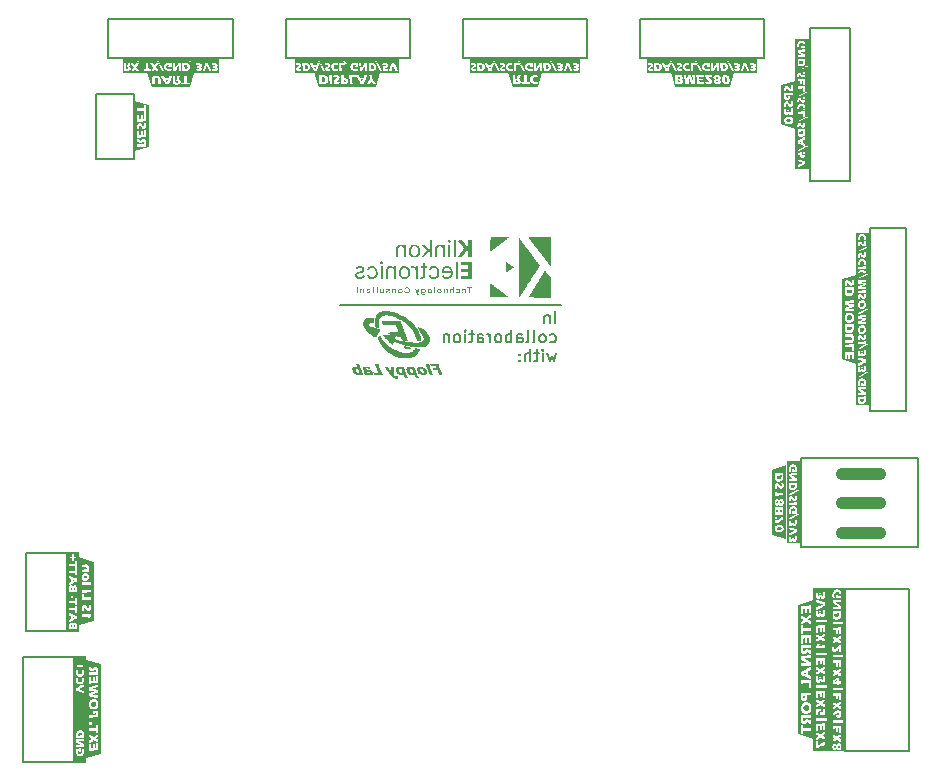
<source format=gbr>
%TF.GenerationSoftware,KiCad,Pcbnew,8.0.2*%
%TF.CreationDate,2024-05-30T14:16:54+02:00*%
%TF.ProjectId,Weather_IOT_1.0,57656174-6865-4725-9f49-4f545f312e30,1.0*%
%TF.SameCoordinates,Original*%
%TF.FileFunction,Legend,Bot*%
%TF.FilePolarity,Positive*%
%FSLAX46Y46*%
G04 Gerber Fmt 4.6, Leading zero omitted, Abs format (unit mm)*
G04 Created by KiCad (PCBNEW 8.0.2) date 2024-05-30 14:16:54*
%MOMM*%
%LPD*%
G01*
G04 APERTURE LIST*
%ADD10C,0.150000*%
%ADD11C,1.000000*%
%ADD12C,0.000000*%
G04 APERTURE END LIST*
D10*
X108187600Y-74563600D02*
X111388000Y-74563600D01*
X111388000Y-80100800D01*
X108187600Y-80100800D01*
X108187600Y-74563600D01*
X128828800Y-92456000D02*
X147574000Y-92456000D01*
X102022549Y-122224800D02*
X106324400Y-122224800D01*
X106324400Y-131183558D01*
X102022549Y-131183558D01*
X102022549Y-122224800D01*
X167894000Y-105410000D02*
X177800000Y-105410000D01*
X177800000Y-112979200D01*
X167894000Y-112979200D01*
X167894000Y-105410000D01*
D11*
X171297600Y-111760000D02*
X174548800Y-111760000D01*
X171297600Y-109245400D02*
X174548800Y-109245400D01*
D10*
X102259676Y-113436400D02*
X105714800Y-113436400D01*
X105714800Y-120052538D01*
X102259676Y-120052538D01*
X102259676Y-113436400D01*
X139268200Y-68224400D02*
X149783800Y-68224400D01*
X149783800Y-71526400D01*
X139268200Y-71526400D01*
X139268200Y-68224400D01*
X168605200Y-69037200D02*
X172008800Y-69037200D01*
X172008800Y-81940400D01*
X168605200Y-81940400D01*
X168605200Y-69037200D01*
D11*
X171297600Y-106730800D02*
X174548800Y-106730800D01*
D10*
X154254200Y-68224400D02*
X164769800Y-68224400D01*
X164769800Y-71526400D01*
X154254200Y-71526400D01*
X154254200Y-68224400D01*
X109220000Y-68224400D02*
X119735600Y-68224400D01*
X119735600Y-71526400D01*
X109220000Y-71526400D01*
X109220000Y-68224400D01*
X124231400Y-68224400D02*
X134747000Y-68224400D01*
X134747000Y-71526400D01*
X124231400Y-71526400D01*
X124231400Y-68224400D01*
X171602400Y-116503343D02*
X176987200Y-116503343D01*
X176987200Y-130179217D01*
X171602400Y-130179217D01*
X171602400Y-116503343D01*
X173736000Y-85902800D02*
X176784000Y-85902800D01*
X176784000Y-101447600D01*
X173736000Y-101447600D01*
X173736000Y-85902800D01*
X147052280Y-93996954D02*
X147052280Y-92996954D01*
X146576090Y-93330287D02*
X146576090Y-93996954D01*
X146576090Y-93425525D02*
X146528471Y-93377906D01*
X146528471Y-93377906D02*
X146433233Y-93330287D01*
X146433233Y-93330287D02*
X146290376Y-93330287D01*
X146290376Y-93330287D02*
X146195138Y-93377906D01*
X146195138Y-93377906D02*
X146147519Y-93473144D01*
X146147519Y-93473144D02*
X146147519Y-93996954D01*
X146623709Y-95559279D02*
X146718947Y-95606898D01*
X146718947Y-95606898D02*
X146909423Y-95606898D01*
X146909423Y-95606898D02*
X147004661Y-95559279D01*
X147004661Y-95559279D02*
X147052280Y-95511659D01*
X147052280Y-95511659D02*
X147099899Y-95416421D01*
X147099899Y-95416421D02*
X147099899Y-95130707D01*
X147099899Y-95130707D02*
X147052280Y-95035469D01*
X147052280Y-95035469D02*
X147004661Y-94987850D01*
X147004661Y-94987850D02*
X146909423Y-94940231D01*
X146909423Y-94940231D02*
X146718947Y-94940231D01*
X146718947Y-94940231D02*
X146623709Y-94987850D01*
X146052280Y-95606898D02*
X146147518Y-95559279D01*
X146147518Y-95559279D02*
X146195137Y-95511659D01*
X146195137Y-95511659D02*
X146242756Y-95416421D01*
X146242756Y-95416421D02*
X146242756Y-95130707D01*
X146242756Y-95130707D02*
X146195137Y-95035469D01*
X146195137Y-95035469D02*
X146147518Y-94987850D01*
X146147518Y-94987850D02*
X146052280Y-94940231D01*
X146052280Y-94940231D02*
X145909423Y-94940231D01*
X145909423Y-94940231D02*
X145814185Y-94987850D01*
X145814185Y-94987850D02*
X145766566Y-95035469D01*
X145766566Y-95035469D02*
X145718947Y-95130707D01*
X145718947Y-95130707D02*
X145718947Y-95416421D01*
X145718947Y-95416421D02*
X145766566Y-95511659D01*
X145766566Y-95511659D02*
X145814185Y-95559279D01*
X145814185Y-95559279D02*
X145909423Y-95606898D01*
X145909423Y-95606898D02*
X146052280Y-95606898D01*
X145147518Y-95606898D02*
X145242756Y-95559279D01*
X145242756Y-95559279D02*
X145290375Y-95464040D01*
X145290375Y-95464040D02*
X145290375Y-94606898D01*
X144623708Y-95606898D02*
X144718946Y-95559279D01*
X144718946Y-95559279D02*
X144766565Y-95464040D01*
X144766565Y-95464040D02*
X144766565Y-94606898D01*
X143814184Y-95606898D02*
X143814184Y-95083088D01*
X143814184Y-95083088D02*
X143861803Y-94987850D01*
X143861803Y-94987850D02*
X143957041Y-94940231D01*
X143957041Y-94940231D02*
X144147517Y-94940231D01*
X144147517Y-94940231D02*
X144242755Y-94987850D01*
X143814184Y-95559279D02*
X143909422Y-95606898D01*
X143909422Y-95606898D02*
X144147517Y-95606898D01*
X144147517Y-95606898D02*
X144242755Y-95559279D01*
X144242755Y-95559279D02*
X144290374Y-95464040D01*
X144290374Y-95464040D02*
X144290374Y-95368802D01*
X144290374Y-95368802D02*
X144242755Y-95273564D01*
X144242755Y-95273564D02*
X144147517Y-95225945D01*
X144147517Y-95225945D02*
X143909422Y-95225945D01*
X143909422Y-95225945D02*
X143814184Y-95178326D01*
X143337993Y-95606898D02*
X143337993Y-94606898D01*
X143337993Y-94987850D02*
X143242755Y-94940231D01*
X143242755Y-94940231D02*
X143052279Y-94940231D01*
X143052279Y-94940231D02*
X142957041Y-94987850D01*
X142957041Y-94987850D02*
X142909422Y-95035469D01*
X142909422Y-95035469D02*
X142861803Y-95130707D01*
X142861803Y-95130707D02*
X142861803Y-95416421D01*
X142861803Y-95416421D02*
X142909422Y-95511659D01*
X142909422Y-95511659D02*
X142957041Y-95559279D01*
X142957041Y-95559279D02*
X143052279Y-95606898D01*
X143052279Y-95606898D02*
X143242755Y-95606898D01*
X143242755Y-95606898D02*
X143337993Y-95559279D01*
X142290374Y-95606898D02*
X142385612Y-95559279D01*
X142385612Y-95559279D02*
X142433231Y-95511659D01*
X142433231Y-95511659D02*
X142480850Y-95416421D01*
X142480850Y-95416421D02*
X142480850Y-95130707D01*
X142480850Y-95130707D02*
X142433231Y-95035469D01*
X142433231Y-95035469D02*
X142385612Y-94987850D01*
X142385612Y-94987850D02*
X142290374Y-94940231D01*
X142290374Y-94940231D02*
X142147517Y-94940231D01*
X142147517Y-94940231D02*
X142052279Y-94987850D01*
X142052279Y-94987850D02*
X142004660Y-95035469D01*
X142004660Y-95035469D02*
X141957041Y-95130707D01*
X141957041Y-95130707D02*
X141957041Y-95416421D01*
X141957041Y-95416421D02*
X142004660Y-95511659D01*
X142004660Y-95511659D02*
X142052279Y-95559279D01*
X142052279Y-95559279D02*
X142147517Y-95606898D01*
X142147517Y-95606898D02*
X142290374Y-95606898D01*
X141528469Y-95606898D02*
X141528469Y-94940231D01*
X141528469Y-95130707D02*
X141480850Y-95035469D01*
X141480850Y-95035469D02*
X141433231Y-94987850D01*
X141433231Y-94987850D02*
X141337993Y-94940231D01*
X141337993Y-94940231D02*
X141242755Y-94940231D01*
X140480850Y-95606898D02*
X140480850Y-95083088D01*
X140480850Y-95083088D02*
X140528469Y-94987850D01*
X140528469Y-94987850D02*
X140623707Y-94940231D01*
X140623707Y-94940231D02*
X140814183Y-94940231D01*
X140814183Y-94940231D02*
X140909421Y-94987850D01*
X140480850Y-95559279D02*
X140576088Y-95606898D01*
X140576088Y-95606898D02*
X140814183Y-95606898D01*
X140814183Y-95606898D02*
X140909421Y-95559279D01*
X140909421Y-95559279D02*
X140957040Y-95464040D01*
X140957040Y-95464040D02*
X140957040Y-95368802D01*
X140957040Y-95368802D02*
X140909421Y-95273564D01*
X140909421Y-95273564D02*
X140814183Y-95225945D01*
X140814183Y-95225945D02*
X140576088Y-95225945D01*
X140576088Y-95225945D02*
X140480850Y-95178326D01*
X140147516Y-94940231D02*
X139766564Y-94940231D01*
X140004659Y-94606898D02*
X140004659Y-95464040D01*
X140004659Y-95464040D02*
X139957040Y-95559279D01*
X139957040Y-95559279D02*
X139861802Y-95606898D01*
X139861802Y-95606898D02*
X139766564Y-95606898D01*
X139433230Y-95606898D02*
X139433230Y-94940231D01*
X139433230Y-94606898D02*
X139480849Y-94654517D01*
X139480849Y-94654517D02*
X139433230Y-94702136D01*
X139433230Y-94702136D02*
X139385611Y-94654517D01*
X139385611Y-94654517D02*
X139433230Y-94606898D01*
X139433230Y-94606898D02*
X139433230Y-94702136D01*
X138814183Y-95606898D02*
X138909421Y-95559279D01*
X138909421Y-95559279D02*
X138957040Y-95511659D01*
X138957040Y-95511659D02*
X139004659Y-95416421D01*
X139004659Y-95416421D02*
X139004659Y-95130707D01*
X139004659Y-95130707D02*
X138957040Y-95035469D01*
X138957040Y-95035469D02*
X138909421Y-94987850D01*
X138909421Y-94987850D02*
X138814183Y-94940231D01*
X138814183Y-94940231D02*
X138671326Y-94940231D01*
X138671326Y-94940231D02*
X138576088Y-94987850D01*
X138576088Y-94987850D02*
X138528469Y-95035469D01*
X138528469Y-95035469D02*
X138480850Y-95130707D01*
X138480850Y-95130707D02*
X138480850Y-95416421D01*
X138480850Y-95416421D02*
X138528469Y-95511659D01*
X138528469Y-95511659D02*
X138576088Y-95559279D01*
X138576088Y-95559279D02*
X138671326Y-95606898D01*
X138671326Y-95606898D02*
X138814183Y-95606898D01*
X138052278Y-94940231D02*
X138052278Y-95606898D01*
X138052278Y-95035469D02*
X138004659Y-94987850D01*
X138004659Y-94987850D02*
X137909421Y-94940231D01*
X137909421Y-94940231D02*
X137766564Y-94940231D01*
X137766564Y-94940231D02*
X137671326Y-94987850D01*
X137671326Y-94987850D02*
X137623707Y-95083088D01*
X137623707Y-95083088D02*
X137623707Y-95606898D01*
X147147518Y-96550175D02*
X146957042Y-97216842D01*
X146957042Y-97216842D02*
X146766566Y-96740651D01*
X146766566Y-96740651D02*
X146576090Y-97216842D01*
X146576090Y-97216842D02*
X146385614Y-96550175D01*
X146004661Y-97216842D02*
X146004661Y-96550175D01*
X146004661Y-96216842D02*
X146052280Y-96264461D01*
X146052280Y-96264461D02*
X146004661Y-96312080D01*
X146004661Y-96312080D02*
X145957042Y-96264461D01*
X145957042Y-96264461D02*
X146004661Y-96216842D01*
X146004661Y-96216842D02*
X146004661Y-96312080D01*
X145671328Y-96550175D02*
X145290376Y-96550175D01*
X145528471Y-96216842D02*
X145528471Y-97073984D01*
X145528471Y-97073984D02*
X145480852Y-97169223D01*
X145480852Y-97169223D02*
X145385614Y-97216842D01*
X145385614Y-97216842D02*
X145290376Y-97216842D01*
X144957042Y-97216842D02*
X144957042Y-96216842D01*
X144528471Y-97216842D02*
X144528471Y-96693032D01*
X144528471Y-96693032D02*
X144576090Y-96597794D01*
X144576090Y-96597794D02*
X144671328Y-96550175D01*
X144671328Y-96550175D02*
X144814185Y-96550175D01*
X144814185Y-96550175D02*
X144909423Y-96597794D01*
X144909423Y-96597794D02*
X144957042Y-96645413D01*
X144052280Y-97121603D02*
X144004661Y-97169223D01*
X144004661Y-97169223D02*
X144052280Y-97216842D01*
X144052280Y-97216842D02*
X144099899Y-97169223D01*
X144099899Y-97169223D02*
X144052280Y-97121603D01*
X144052280Y-97121603D02*
X144052280Y-97216842D01*
X144052280Y-96597794D02*
X144004661Y-96645413D01*
X144004661Y-96645413D02*
X144052280Y-96693032D01*
X144052280Y-96693032D02*
X144099899Y-96645413D01*
X144099899Y-96645413D02*
X144052280Y-96597794D01*
X144052280Y-96597794D02*
X144052280Y-96693032D01*
D12*
%TO.C,kibuzzard-65C64592*%
G36*
X108041373Y-126046205D02*
G01*
X108092717Y-126064518D01*
X108136328Y-126094632D01*
X108168952Y-126136141D01*
X108189300Y-126186332D01*
X108196083Y-126242491D01*
X108188418Y-126301906D01*
X108165425Y-126355353D01*
X108128800Y-126399982D01*
X108080237Y-126432945D01*
X108023738Y-126453292D01*
X107963306Y-126460075D01*
X107908232Y-126453903D01*
X107858041Y-126435386D01*
X107815515Y-126404255D01*
X107783433Y-126360236D01*
X107763289Y-126308282D01*
X107756574Y-126253343D01*
X107764103Y-126195624D01*
X107786689Y-126142924D01*
X107822908Y-126098702D01*
X107871335Y-126066417D01*
X107927155Y-126046680D01*
X107985553Y-126040100D01*
X108041373Y-126046205D01*
G37*
G36*
X108590916Y-122851949D02*
G01*
X108590916Y-123083459D01*
X108590916Y-130195351D01*
X108590916Y-130426861D01*
X107359028Y-130796428D01*
X107359028Y-130426861D01*
X107359028Y-130195351D01*
X107359028Y-129589264D01*
X107604646Y-129589264D01*
X107605121Y-129657055D01*
X107605460Y-129728034D01*
X107605663Y-129802201D01*
X107605731Y-129879556D01*
X107605188Y-130118301D01*
X107604646Y-130195351D01*
X107692909Y-130187121D01*
X107771044Y-130180520D01*
X107839050Y-130175546D01*
X107908895Y-130171386D01*
X107992546Y-130167226D01*
X108090004Y-130163066D01*
X108182638Y-130159599D01*
X108251820Y-130157519D01*
X108297549Y-130156826D01*
X108345298Y-130157369D01*
X108344823Y-130089984D01*
X108344484Y-130015885D01*
X108344281Y-129935071D01*
X108344213Y-129847543D01*
X108344281Y-129766186D01*
X108344484Y-129689781D01*
X108344823Y-129618327D01*
X108345298Y-129551824D01*
X108327392Y-129552909D01*
X108280186Y-129555622D01*
X108221042Y-129558878D01*
X108182517Y-129559963D01*
X108185773Y-129656275D01*
X108186858Y-129735766D01*
X108186790Y-129801218D01*
X108186587Y-129841303D01*
X108184145Y-129926762D01*
X108059889Y-129933274D01*
X108058668Y-129863956D01*
X108058261Y-129784058D01*
X108059211Y-129728441D01*
X108062060Y-129622362D01*
X107985960Y-129627653D01*
X107896566Y-129632672D01*
X107897380Y-129715690D01*
X107897651Y-129777004D01*
X107896702Y-129856360D01*
X107893853Y-129944668D01*
X107762001Y-129951180D01*
X107762001Y-129888780D01*
X107762407Y-129846322D01*
X107763628Y-129774291D01*
X107766341Y-129661972D01*
X107770682Y-129578412D01*
X107689020Y-129584380D01*
X107604646Y-129589264D01*
X107359028Y-129589264D01*
X107359028Y-129567017D01*
X107359028Y-128760167D01*
X107604646Y-128760167D01*
X107605460Y-128835182D01*
X107605731Y-128888764D01*
X107605460Y-128959980D01*
X107604646Y-129030383D01*
X107653819Y-129055818D01*
X107714523Y-129089798D01*
X107778346Y-129125542D01*
X107836880Y-129156267D01*
X107791165Y-129184211D01*
X107729987Y-129225720D01*
X107664196Y-129271163D01*
X107604646Y-129310909D01*
X107605460Y-129381854D01*
X107605731Y-129436250D01*
X107605460Y-129494444D01*
X107604646Y-129567017D01*
X107662765Y-129521649D01*
X107730047Y-129470193D01*
X107806494Y-129412647D01*
X107881976Y-129356608D01*
X107946365Y-129309673D01*
X107999660Y-129271841D01*
X108107638Y-129335868D01*
X108142772Y-129357708D01*
X108189571Y-129387416D01*
X108273675Y-129441676D01*
X108345298Y-129486712D01*
X108344484Y-129415902D01*
X108344213Y-129343465D01*
X108344484Y-129283372D01*
X108345298Y-129219209D01*
X108296125Y-129193232D01*
X108243018Y-129163049D01*
X108191538Y-129134088D01*
X108147248Y-129111773D01*
X108189232Y-129086135D01*
X108240305Y-129052630D01*
X108294361Y-129017496D01*
X108345298Y-128986975D01*
X108344484Y-128926882D01*
X108344213Y-128861634D01*
X108344484Y-128808459D01*
X108345298Y-128736835D01*
X108302855Y-128767100D01*
X108250041Y-128805806D01*
X108186858Y-128852952D01*
X108118792Y-128903414D01*
X108051328Y-128952067D01*
X107984468Y-128998912D01*
X107921352Y-128961234D01*
X107851812Y-128918520D01*
X107775848Y-128870771D01*
X107693459Y-128817987D01*
X107604646Y-128760167D01*
X107359028Y-128760167D01*
X107359028Y-128536072D01*
X107359028Y-128296242D01*
X107604646Y-128296242D01*
X107605460Y-128369493D01*
X107605731Y-128411274D01*
X107605460Y-128454139D01*
X107604646Y-128536072D01*
X107681075Y-128528764D01*
X107759675Y-128522341D01*
X107840445Y-128516804D01*
X107923386Y-128512153D01*
X108008497Y-128508388D01*
X108095779Y-128505509D01*
X108185230Y-128503516D01*
X108179262Y-128734665D01*
X108239491Y-128731952D01*
X108290088Y-128730053D01*
X108345298Y-128728696D01*
X108344823Y-128648459D01*
X108344484Y-128561846D01*
X108344281Y-128468857D01*
X108344213Y-128369493D01*
X108344756Y-128235470D01*
X108344756Y-128105246D01*
X108345298Y-128034707D01*
X108292666Y-128037963D01*
X108222670Y-128040947D01*
X108180890Y-128041761D01*
X108183904Y-128114651D01*
X108185713Y-128178497D01*
X108186316Y-128233300D01*
X108186316Y-128271282D01*
X108093938Y-128278472D01*
X108008885Y-128283762D01*
X107931865Y-128287440D01*
X107856353Y-128290514D01*
X107782348Y-128292986D01*
X107682984Y-128295428D01*
X107604646Y-128296242D01*
X107359028Y-128296242D01*
X107359028Y-127996725D01*
X107359028Y-127792707D01*
X107604646Y-127792707D01*
X107605731Y-127887120D01*
X107605460Y-127919676D01*
X107604646Y-127996725D01*
X107658785Y-127993952D01*
X107724259Y-127991420D01*
X107801068Y-127989129D01*
X107799440Y-127877353D01*
X107799847Y-127844797D01*
X107801068Y-127782940D01*
X107752957Y-127785954D01*
X107687483Y-127789210D01*
X107604646Y-127792707D01*
X107359028Y-127792707D01*
X107359028Y-127387925D01*
X107359028Y-127167086D01*
X107604646Y-127167086D01*
X107605731Y-127275064D01*
X107605460Y-127314674D01*
X107604646Y-127387925D01*
X107743552Y-127377073D01*
X108014853Y-127362965D01*
X108206935Y-127356997D01*
X108268791Y-127356454D01*
X108345298Y-127356997D01*
X108344077Y-127292427D01*
X108343670Y-127241965D01*
X108344281Y-127192453D01*
X108346112Y-127127476D01*
X108347943Y-127060329D01*
X108348554Y-127004305D01*
X108346248Y-126941024D01*
X108339330Y-126896599D01*
X108310300Y-126833385D01*
X108263908Y-126786722D01*
X108203408Y-126759049D01*
X108134226Y-126749825D01*
X108064637Y-126758642D01*
X108001288Y-126785094D01*
X107948656Y-126827552D01*
X107911216Y-126884390D01*
X107888834Y-126952351D01*
X107881373Y-127028180D01*
X107887884Y-127096005D01*
X107962221Y-127112283D01*
X108035472Y-127131817D01*
X108030589Y-127081897D01*
X108056905Y-127000236D01*
X108121203Y-126973377D01*
X108154031Y-126979345D01*
X108177634Y-126998337D01*
X108189571Y-127027095D01*
X108192284Y-127062906D01*
X108191199Y-127103601D01*
X108187943Y-127149180D01*
X108115536Y-127153521D01*
X108037944Y-127157138D01*
X107955167Y-127160032D01*
X107850173Y-127163118D01*
X107768512Y-127165323D01*
X107710182Y-127166645D01*
X107675184Y-127167086D01*
X107604646Y-127167086D01*
X107359028Y-127167086D01*
X107359028Y-126258769D01*
X107590538Y-126258769D01*
X107596575Y-126348570D01*
X107614684Y-126434573D01*
X107646291Y-126513182D01*
X107692819Y-126580804D01*
X107749860Y-126633911D01*
X107813005Y-126668977D01*
X107882865Y-126688511D01*
X107960050Y-126695022D01*
X108036045Y-126688902D01*
X108105588Y-126670544D01*
X108168681Y-126639948D01*
X108224177Y-126597323D01*
X108270932Y-126542882D01*
X108308944Y-126476624D01*
X108336978Y-126401413D01*
X108353799Y-126320114D01*
X108359406Y-126232724D01*
X108353573Y-126147536D01*
X108336074Y-126065603D01*
X108305756Y-125990317D01*
X108261466Y-125925069D01*
X108206324Y-125872436D01*
X108143450Y-125834997D01*
X108071691Y-125812614D01*
X107989894Y-125805154D01*
X107902467Y-125813360D01*
X107822501Y-125837981D01*
X107752030Y-125878066D01*
X107693090Y-125932665D01*
X107647037Y-126000491D01*
X107615227Y-126080253D01*
X107596710Y-126167748D01*
X107590538Y-126258769D01*
X107359028Y-126258769D01*
X107359028Y-125572377D01*
X107359028Y-124819787D01*
X107604646Y-124819787D01*
X107605460Y-124896023D01*
X107605731Y-124961949D01*
X107605460Y-125029368D01*
X107604646Y-125103569D01*
X107678982Y-125116048D01*
X107937804Y-125163797D01*
X107985824Y-125170580D01*
X108062602Y-125178990D01*
X107978499Y-125197981D01*
X107921526Y-125212632D01*
X107604646Y-125299991D01*
X107605460Y-125375005D01*
X107605731Y-125436184D01*
X107605460Y-125498990D01*
X107604646Y-125572377D01*
X107704485Y-125590826D01*
X107746808Y-125599100D01*
X107803238Y-125610902D01*
X108208562Y-125699346D01*
X108345298Y-125731360D01*
X108344484Y-125669503D01*
X108344213Y-125620669D01*
X108344484Y-125569121D01*
X108345298Y-125509978D01*
X108268656Y-125496820D01*
X108215616Y-125486646D01*
X107996947Y-125441067D01*
X107918677Y-125426146D01*
X107824942Y-125409596D01*
X107900907Y-125391690D01*
X108151589Y-125327121D01*
X108345298Y-125282627D01*
X108344484Y-125213988D01*
X108344213Y-125156744D01*
X108344484Y-125097464D01*
X108345298Y-125031402D01*
X108116863Y-124997218D01*
X107826028Y-124950012D01*
X107905790Y-124928850D01*
X107947571Y-124916371D01*
X108031674Y-124889241D01*
X108240033Y-124823043D01*
X108345298Y-124792115D01*
X108344891Y-124732157D01*
X108344756Y-124683594D01*
X108344891Y-124632454D01*
X108345298Y-124575616D01*
X107714794Y-124786146D01*
X107604646Y-124819787D01*
X107359028Y-124819787D01*
X107359028Y-124511589D01*
X107359028Y-123905502D01*
X107604646Y-123905502D01*
X107605121Y-123973294D01*
X107605460Y-124044273D01*
X107605663Y-124118440D01*
X107605731Y-124195794D01*
X107605188Y-124434540D01*
X107604646Y-124511589D01*
X107692909Y-124503360D01*
X107771044Y-124496758D01*
X107839050Y-124491784D01*
X107908895Y-124487624D01*
X107992546Y-124483464D01*
X108090004Y-124479304D01*
X108182638Y-124475838D01*
X108251820Y-124473758D01*
X108297549Y-124473064D01*
X108345298Y-124473607D01*
X108344823Y-124406223D01*
X108344484Y-124332123D01*
X108344281Y-124251309D01*
X108344213Y-124163781D01*
X108344281Y-124082424D01*
X108344484Y-124006019D01*
X108344823Y-123934565D01*
X108345298Y-123868063D01*
X108327392Y-123869148D01*
X108280186Y-123871861D01*
X108221042Y-123875116D01*
X108182517Y-123876202D01*
X108185773Y-123972514D01*
X108186858Y-124052005D01*
X108186790Y-124117456D01*
X108186587Y-124157541D01*
X108184145Y-124243001D01*
X108059889Y-124249512D01*
X108058668Y-124180195D01*
X108058261Y-124100296D01*
X108059211Y-124044680D01*
X108062060Y-123938601D01*
X107985960Y-123943891D01*
X107896566Y-123948910D01*
X107897380Y-124031928D01*
X107897651Y-124093243D01*
X107896702Y-124172598D01*
X107893853Y-124260907D01*
X107762001Y-124267418D01*
X107762001Y-124205019D01*
X107762407Y-124162560D01*
X107763628Y-124090530D01*
X107766341Y-123978211D01*
X107770682Y-123894650D01*
X107689020Y-123900619D01*
X107604646Y-123905502D01*
X107359028Y-123905502D01*
X107359028Y-123779618D01*
X107359028Y-123112217D01*
X107604646Y-123112217D01*
X107605460Y-123187096D01*
X107605731Y-123232675D01*
X107605460Y-123284222D01*
X107604646Y-123360729D01*
X107644934Y-123372938D01*
X107709368Y-123392200D01*
X107758745Y-123407936D01*
X107805002Y-123424078D01*
X107866723Y-123446460D01*
X108020279Y-123502348D01*
X108014853Y-123444833D01*
X108026791Y-123372938D01*
X108063688Y-123324103D01*
X108116320Y-123307554D01*
X108157286Y-123320034D01*
X108183603Y-123359373D01*
X108192284Y-123442120D01*
X108191470Y-123481458D01*
X108190114Y-123528936D01*
X108110532Y-123533458D01*
X108020098Y-123537618D01*
X107918813Y-123541416D01*
X107839152Y-123543891D01*
X107760237Y-123545892D01*
X107682068Y-123547418D01*
X107604646Y-123548470D01*
X107605460Y-123623213D01*
X107605731Y-123666214D01*
X107605460Y-123710301D01*
X107604646Y-123779618D01*
X107695396Y-123770394D01*
X107776651Y-123763340D01*
X107859262Y-123757779D01*
X107954082Y-123753031D01*
X108022600Y-123750378D01*
X108093591Y-123748208D01*
X108167053Y-123746520D01*
X108267638Y-123744892D01*
X108345298Y-123744349D01*
X108344077Y-123683035D01*
X108343670Y-123634743D01*
X108344281Y-123586587D01*
X108346112Y-123528936D01*
X108347943Y-123467351D01*
X108348554Y-123407393D01*
X108347197Y-123341738D01*
X108343128Y-123283680D01*
X108327392Y-123209614D01*
X108298363Y-123153455D01*
X108260110Y-123115473D01*
X108210462Y-123091870D01*
X108149419Y-123083459D01*
X108081322Y-123092684D01*
X108021636Y-123121713D01*
X107973344Y-123171632D01*
X107952793Y-123207783D01*
X107931835Y-123256007D01*
X107862925Y-123227792D01*
X107804324Y-123202289D01*
X107645341Y-123129580D01*
X107604646Y-123112217D01*
X107359028Y-123112217D01*
X107359028Y-123083459D01*
X107359028Y-122851949D01*
X107359028Y-122482382D01*
X108590916Y-122851949D01*
G37*
%TO.C,kibuzzard-65C5FAB1*%
G36*
X114214445Y-73518108D02*
G01*
X114191475Y-73588465D01*
X114181165Y-73620599D01*
X114148067Y-73548026D01*
X114120394Y-73489832D01*
X114081327Y-73409527D01*
X114250076Y-73409527D01*
X114214445Y-73518108D01*
G37*
G36*
X113259284Y-72795482D02*
G01*
X113661352Y-72795482D01*
X114661911Y-72795482D01*
X115606582Y-72795482D01*
X116107947Y-72795482D01*
X116108040Y-72795482D01*
X116474351Y-72795482D01*
X116108040Y-74016518D01*
X116107947Y-74016518D01*
X112898453Y-74016518D01*
X112898360Y-74016518D01*
X112672963Y-73265195D01*
X112898453Y-73265195D01*
X112899538Y-73304533D01*
X112904422Y-73380226D01*
X112911475Y-73467043D01*
X112914324Y-73509230D01*
X112917444Y-73567424D01*
X112927211Y-73781752D01*
X112999377Y-73780938D01*
X113046583Y-73780667D01*
X113097181Y-73780938D01*
X113162158Y-73781752D01*
X113145880Y-73551146D01*
X113141607Y-73488069D01*
X113138555Y-73429061D01*
X113136113Y-73350383D01*
X113142082Y-73281473D01*
X113163786Y-73234538D01*
X113207465Y-73205508D01*
X113265795Y-73195742D01*
X113314629Y-73201710D01*
X113346643Y-73215275D01*
X113368347Y-73234266D01*
X113388423Y-73266822D01*
X113401446Y-73314571D01*
X113407143Y-73363406D01*
X113414468Y-73450222D01*
X113420708Y-73536496D01*
X113425320Y-73615173D01*
X113428440Y-73693172D01*
X113431289Y-73781752D01*
X113504540Y-73780938D01*
X113560428Y-73780667D01*
X113670576Y-73781752D01*
X113643989Y-73396504D01*
X113643446Y-73378599D01*
X113638902Y-73282354D01*
X113629610Y-73219345D01*
X113590814Y-73138768D01*
X113557444Y-73106280D01*
X113511594Y-73077183D01*
X113455977Y-73053783D01*
X113404350Y-73041100D01*
X113661352Y-73041100D01*
X113706388Y-73119235D01*
X113986914Y-73647729D01*
X114016757Y-73706873D01*
X114053111Y-73781752D01*
X114135722Y-73780938D01*
X114192560Y-73780667D01*
X114266218Y-73780938D01*
X114334179Y-73781752D01*
X114413399Y-73555487D01*
X114574552Y-73120320D01*
X114606023Y-73041100D01*
X114661911Y-73041100D01*
X114671135Y-73131850D01*
X114678189Y-73213105D01*
X114683751Y-73295716D01*
X114688499Y-73390536D01*
X114691151Y-73459054D01*
X114693322Y-73530045D01*
X114695010Y-73603507D01*
X114696638Y-73704092D01*
X114697180Y-73781752D01*
X114758494Y-73780531D01*
X114806786Y-73780124D01*
X114854942Y-73780735D01*
X114912594Y-73782566D01*
X114974179Y-73784397D01*
X115034137Y-73785008D01*
X115099791Y-73783651D01*
X115157850Y-73779582D01*
X115231915Y-73763846D01*
X115288075Y-73734817D01*
X115326057Y-73696564D01*
X115349660Y-73646916D01*
X115353958Y-73615716D01*
X115407990Y-73615716D01*
X115410703Y-73675945D01*
X115412602Y-73726542D01*
X115413958Y-73781752D01*
X115494196Y-73781277D01*
X115580809Y-73780938D01*
X115673797Y-73780735D01*
X115773161Y-73780667D01*
X115907184Y-73781210D01*
X116037409Y-73781210D01*
X116107947Y-73781752D01*
X116104691Y-73729120D01*
X116101707Y-73659124D01*
X116100893Y-73617344D01*
X116028004Y-73620358D01*
X115964157Y-73622167D01*
X115909354Y-73622770D01*
X115871372Y-73622770D01*
X115864183Y-73530392D01*
X115858892Y-73445339D01*
X115855215Y-73368319D01*
X115852140Y-73292807D01*
X115849668Y-73218802D01*
X115847226Y-73119438D01*
X115846413Y-73041100D01*
X115773161Y-73041914D01*
X115731381Y-73042185D01*
X115688515Y-73041914D01*
X115606582Y-73041100D01*
X115613891Y-73117529D01*
X115620313Y-73196129D01*
X115625850Y-73276899D01*
X115630501Y-73359840D01*
X115634266Y-73444951D01*
X115637145Y-73532233D01*
X115639138Y-73621685D01*
X115407990Y-73615716D01*
X115353958Y-73615716D01*
X115358070Y-73585873D01*
X115348846Y-73517776D01*
X115319817Y-73458090D01*
X115269897Y-73409798D01*
X115233746Y-73389247D01*
X115185523Y-73368289D01*
X115213738Y-73299379D01*
X115239240Y-73240778D01*
X115311949Y-73081795D01*
X115329312Y-73041100D01*
X115254433Y-73041914D01*
X115208855Y-73042185D01*
X115157307Y-73041914D01*
X115080800Y-73041100D01*
X115068592Y-73081388D01*
X115049329Y-73145822D01*
X115033594Y-73195199D01*
X115017452Y-73241456D01*
X114995069Y-73303177D01*
X114939181Y-73456733D01*
X114996697Y-73451307D01*
X115068592Y-73463245D01*
X115117426Y-73500142D01*
X115133975Y-73552774D01*
X115121496Y-73593740D01*
X115082157Y-73620057D01*
X114999410Y-73628738D01*
X114960071Y-73627924D01*
X114912594Y-73626568D01*
X114908072Y-73546986D01*
X114903912Y-73456552D01*
X114900114Y-73355267D01*
X114897638Y-73275606D01*
X114895637Y-73196691D01*
X114894111Y-73118522D01*
X114893060Y-73041100D01*
X114818316Y-73041914D01*
X114775315Y-73042185D01*
X114731229Y-73041914D01*
X114661911Y-73041100D01*
X114606023Y-73041100D01*
X114530601Y-73041914D01*
X114492077Y-73042185D01*
X114435782Y-73041914D01*
X114358054Y-73041100D01*
X114339786Y-73104283D01*
X114316816Y-73174459D01*
X114289143Y-73251630D01*
X114015672Y-73251630D01*
X113983839Y-73185794D01*
X113951283Y-73115617D01*
X113918003Y-73041100D01*
X113836613Y-73041914D01*
X113794290Y-73042185D01*
X113740436Y-73041914D01*
X113661352Y-73041100D01*
X113404350Y-73041100D01*
X113393307Y-73038387D01*
X113326702Y-73029841D01*
X113259284Y-73026992D01*
X113199597Y-73029163D01*
X113142082Y-73035674D01*
X113092569Y-73046322D01*
X113048211Y-73060905D01*
X112975503Y-73099701D01*
X112932094Y-73141753D01*
X112908220Y-73193029D01*
X112898453Y-73265195D01*
X112672963Y-73265195D01*
X112532049Y-72795482D01*
X112898360Y-72795482D01*
X112898453Y-72795482D01*
X113259284Y-72795482D01*
G37*
%TO.C,kibuzzard-65C5FD65*%
G36*
X166930498Y-76720508D02*
G01*
X166973160Y-76728647D01*
X167031490Y-76761474D01*
X167052109Y-76812750D01*
X167045055Y-76844492D01*
X167016840Y-76877049D01*
X166956068Y-76907163D01*
X166873321Y-76926154D01*
X166785691Y-76932123D01*
X166705250Y-76925747D01*
X166648412Y-76906620D01*
X166614635Y-76876642D01*
X166603376Y-76837710D01*
X166618569Y-76792131D01*
X166669031Y-76753607D01*
X166710405Y-76738414D01*
X166757476Y-76727562D01*
X166814991Y-76720236D01*
X166877933Y-76717795D01*
X166930498Y-76720508D01*
G37*
G36*
X167443144Y-74468707D02*
G01*
X167443144Y-75391132D01*
X167443144Y-76059618D01*
X167443144Y-76804069D01*
X167443144Y-77148079D01*
X167443144Y-77148171D01*
X167443144Y-77517738D01*
X166211256Y-77148171D01*
X166211256Y-77148079D01*
X166211256Y-76841508D01*
X166442766Y-76841508D01*
X166451312Y-76924594D01*
X166476950Y-76999134D01*
X166523275Y-77061669D01*
X166593881Y-77108740D01*
X166652331Y-77130595D01*
X166717353Y-77143708D01*
X166788947Y-77148079D01*
X166876441Y-77142042D01*
X166963122Y-77123933D01*
X167040918Y-77095446D01*
X167101757Y-77058278D01*
X167148217Y-77010190D01*
X167182876Y-76948943D01*
X167204444Y-76878812D01*
X167211634Y-76804069D01*
X167206344Y-76740448D01*
X167190472Y-76680898D01*
X167162664Y-76626909D01*
X167121562Y-76579974D01*
X167069404Y-76543077D01*
X167008429Y-76519202D01*
X166940807Y-76506180D01*
X166868709Y-76501839D01*
X166779451Y-76507875D01*
X166691821Y-76525985D01*
X166613008Y-76554946D01*
X166550201Y-76593539D01*
X166502520Y-76642509D01*
X166469082Y-76702602D01*
X166449345Y-76770156D01*
X166442766Y-76841508D01*
X166211256Y-76841508D01*
X166211256Y-76092174D01*
X166442766Y-76092174D01*
X166444937Y-76154980D01*
X166451448Y-76215345D01*
X166463724Y-76270215D01*
X166483190Y-76316540D01*
X166543148Y-76378397D01*
X166626166Y-76398202D01*
X166679341Y-76390877D01*
X166726819Y-76368359D01*
X166765615Y-76332547D01*
X166792745Y-76292394D01*
X166816077Y-76240305D01*
X166830727Y-76293751D01*
X166852702Y-76332547D01*
X166886344Y-76365646D01*
X166929481Y-76385722D01*
X166980485Y-76392233D01*
X167032168Y-76386061D01*
X167079781Y-76367545D01*
X167121494Y-76337023D01*
X167155475Y-76294836D01*
X167181316Y-76243289D01*
X167198611Y-76184688D01*
X167208378Y-76122356D01*
X167211634Y-76059618D01*
X167210074Y-75999728D01*
X167205394Y-75942687D01*
X167196645Y-75881305D01*
X167182876Y-75808393D01*
X167083987Y-75801339D01*
X167007615Y-75794285D01*
X167030224Y-75872360D01*
X167043789Y-75945249D01*
X167048311Y-76012954D01*
X167042274Y-76067418D01*
X167024165Y-76110351D01*
X166959324Y-76147519D01*
X166901265Y-76109809D01*
X166887429Y-76061585D01*
X166882817Y-75992335D01*
X166884309Y-75942958D01*
X166888785Y-75897922D01*
X166804818Y-75904840D01*
X166722206Y-75910402D01*
X166729260Y-75992335D01*
X166723020Y-76073454D01*
X166698603Y-76122560D01*
X166659265Y-76139380D01*
X166625081Y-76126087D01*
X166603648Y-76086205D01*
X166597408Y-76020008D01*
X166601206Y-75947299D01*
X166607446Y-75901856D01*
X166618569Y-75842577D01*
X166492686Y-75869707D01*
X166456874Y-75876218D01*
X166449036Y-75952544D01*
X166444334Y-76024530D01*
X166442766Y-76092174D01*
X166211256Y-76092174D01*
X166211256Y-75467096D01*
X166442766Y-75467096D01*
X166445117Y-75530038D01*
X166452171Y-75596597D01*
X166463928Y-75666774D01*
X166532567Y-75670572D01*
X166575500Y-75674234D01*
X166641901Y-75680881D01*
X166624877Y-75633132D01*
X166613957Y-75589724D01*
X166606089Y-75518643D01*
X166621825Y-75448376D01*
X166660892Y-75420432D01*
X166682054Y-75424773D01*
X166706200Y-75441051D01*
X166736585Y-75472522D01*
X166785691Y-75533836D01*
X166816619Y-75572903D01*
X166850803Y-75610343D01*
X166890413Y-75645070D01*
X166926225Y-75667588D01*
X166959052Y-75679253D01*
X166994593Y-75683052D01*
X167042274Y-75677219D01*
X167087649Y-75659720D01*
X167127937Y-75631504D01*
X167160358Y-75593522D01*
X167184572Y-75548554D01*
X167200239Y-75499381D01*
X167208785Y-75446680D01*
X167211634Y-75391132D01*
X167208800Y-75327406D01*
X167200300Y-75253431D01*
X167186132Y-75169207D01*
X167114207Y-75164263D01*
X167052531Y-75158837D01*
X167001104Y-75152929D01*
X167024097Y-75210377D01*
X167038815Y-75261178D01*
X167049396Y-75344468D01*
X167035559Y-75419618D01*
X166994593Y-75447562D01*
X166976958Y-75444849D01*
X166957967Y-75434540D01*
X166934907Y-75412836D01*
X166845920Y-75310826D01*
X166801969Y-75260907D01*
X166750422Y-75216142D01*
X166701859Y-75192810D01*
X166649498Y-75185485D01*
X166584657Y-75197151D01*
X166525242Y-75232149D01*
X166477493Y-75294006D01*
X166450091Y-75376481D01*
X166442766Y-75467096D01*
X166211256Y-75467096D01*
X166211256Y-74852327D01*
X166453618Y-74852327D01*
X166455924Y-74915608D01*
X166462842Y-74960034D01*
X166491872Y-75023247D01*
X166538264Y-75069911D01*
X166598764Y-75097584D01*
X166667946Y-75106808D01*
X166737535Y-75097991D01*
X166800884Y-75071539D01*
X166853516Y-75029080D01*
X166890956Y-74972242D01*
X166913338Y-74904281D01*
X166920799Y-74828453D01*
X166914288Y-74760627D01*
X166839951Y-74744349D01*
X166766700Y-74724816D01*
X166771583Y-74774735D01*
X166745267Y-74856397D01*
X166680969Y-74883256D01*
X166648141Y-74877287D01*
X166624538Y-74858296D01*
X166612601Y-74829538D01*
X166609888Y-74793726D01*
X166610973Y-74753031D01*
X166614229Y-74707452D01*
X166686636Y-74703112D01*
X166764228Y-74699494D01*
X166847005Y-74696600D01*
X166951999Y-74693514D01*
X167033660Y-74691310D01*
X167091990Y-74689987D01*
X167126988Y-74689546D01*
X167197526Y-74689546D01*
X167196441Y-74581569D01*
X167196712Y-74541959D01*
X167197526Y-74468707D01*
X167058620Y-74479559D01*
X166787319Y-74493667D01*
X166595237Y-74499636D01*
X166533381Y-74500178D01*
X166456874Y-74499636D01*
X166458095Y-74564205D01*
X166458502Y-74614667D01*
X166457891Y-74664180D01*
X166456060Y-74729156D01*
X166454229Y-74796304D01*
X166453618Y-74852327D01*
X166211256Y-74852327D01*
X166211256Y-74143688D01*
X166442766Y-74143688D01*
X166445117Y-74206630D01*
X166452171Y-74273189D01*
X166463928Y-74343366D01*
X166532567Y-74347164D01*
X166575500Y-74350827D01*
X166641901Y-74357474D01*
X166624877Y-74309725D01*
X166613957Y-74266316D01*
X166606089Y-74195236D01*
X166621825Y-74124969D01*
X166660892Y-74097024D01*
X166682054Y-74101365D01*
X166706200Y-74117643D01*
X166736585Y-74149114D01*
X166785691Y-74210428D01*
X166816619Y-74249496D01*
X166850803Y-74286935D01*
X166890413Y-74321662D01*
X166926225Y-74344180D01*
X166959052Y-74355846D01*
X166994593Y-74359644D01*
X167042274Y-74353811D01*
X167087649Y-74336312D01*
X167127937Y-74308097D01*
X167160358Y-74270115D01*
X167184572Y-74225147D01*
X167200239Y-74175973D01*
X167208785Y-74123273D01*
X167211634Y-74067724D01*
X167208800Y-74003998D01*
X167200300Y-73930023D01*
X167186132Y-73845800D01*
X167114207Y-73840856D01*
X167052531Y-73835430D01*
X167001104Y-73829521D01*
X167024097Y-73886969D01*
X167038815Y-73937771D01*
X167049396Y-74021060D01*
X167035559Y-74096211D01*
X166994593Y-74124155D01*
X166976958Y-74121442D01*
X166957967Y-74111132D01*
X166934907Y-74089428D01*
X166845920Y-73987419D01*
X166801969Y-73937499D01*
X166750422Y-73892735D01*
X166701859Y-73869403D01*
X166649498Y-73862078D01*
X166584657Y-73873744D01*
X166525242Y-73908741D01*
X166477493Y-73970598D01*
X166450091Y-74053074D01*
X166442766Y-74143688D01*
X166211256Y-74143688D01*
X166211256Y-73829521D01*
X166211256Y-73829429D01*
X167443144Y-73459862D01*
X167443144Y-73829429D01*
X167443144Y-73829521D01*
X167443144Y-74067724D01*
X167443144Y-74468707D01*
G37*
%TO.C,kibuzzard-65C644F8*%
G36*
X106312846Y-115695750D02*
G01*
X106373153Y-115715439D01*
X106400696Y-115724276D01*
X106338491Y-115752646D01*
X106288610Y-115776366D01*
X106219777Y-115809852D01*
X106219777Y-115665210D01*
X106312846Y-115695750D01*
G37*
G36*
X106312846Y-118848581D02*
G01*
X106373153Y-118868270D01*
X106400696Y-118877107D01*
X106338491Y-118905477D01*
X106288610Y-118929197D01*
X106219777Y-118962683D01*
X106219777Y-118818041D01*
X106312846Y-118848581D01*
G37*
G36*
X106130945Y-116373073D02*
G01*
X106150479Y-116388421D01*
X106161873Y-116413536D01*
X106165362Y-116460045D01*
X106165362Y-116558178D01*
X106031416Y-116563759D01*
X106031416Y-116474463D01*
X106035602Y-116422373D01*
X106049090Y-116391212D01*
X106071879Y-116374236D01*
X106103970Y-116367957D01*
X106130945Y-116373073D01*
G37*
G36*
X106130945Y-119525904D02*
G01*
X106150479Y-119541252D01*
X106161873Y-119566367D01*
X106165362Y-119612876D01*
X106165362Y-119711009D01*
X106031416Y-119716590D01*
X106031416Y-119627293D01*
X106035602Y-119575204D01*
X106049090Y-119544043D01*
X106071879Y-119527067D01*
X106103970Y-119520788D01*
X106130945Y-119525904D01*
G37*
G36*
X106389534Y-116382143D02*
G01*
X106409533Y-116408420D01*
X106416044Y-116463766D01*
X106416044Y-116547481D01*
X106291400Y-116553062D01*
X106291400Y-116487020D01*
X106293028Y-116440744D01*
X106298842Y-116414001D01*
X106312795Y-116391444D01*
X106334654Y-116377957D01*
X106358838Y-116374004D01*
X106389534Y-116382143D01*
G37*
G36*
X106389534Y-119534973D02*
G01*
X106409533Y-119561251D01*
X106416044Y-119616596D01*
X106416044Y-119700312D01*
X106291400Y-119705893D01*
X106291400Y-119639851D01*
X106293028Y-119593575D01*
X106298842Y-119566832D01*
X106312795Y-119544275D01*
X106334654Y-119530788D01*
X106358838Y-119526834D01*
X106389534Y-119534973D01*
G37*
G36*
X106740055Y-113563478D02*
G01*
X106740055Y-119913322D01*
X106740055Y-120111760D01*
X105705545Y-120111760D01*
X105705545Y-119913322D01*
X105705545Y-119700777D01*
X105903982Y-119700777D01*
X105904447Y-119823095D01*
X105903982Y-119913322D01*
X105967338Y-119907535D01*
X106020978Y-119903194D01*
X106064903Y-119900300D01*
X106124847Y-119897225D01*
X106198021Y-119894202D01*
X106284424Y-119891231D01*
X106368295Y-119888776D01*
X106433872Y-119887303D01*
X106481156Y-119886812D01*
X106538827Y-119887278D01*
X106537781Y-119831816D01*
X106537432Y-119789144D01*
X106537955Y-119734264D01*
X106539525Y-119671012D01*
X106541095Y-119608341D01*
X106541618Y-119555205D01*
X106540804Y-119505440D01*
X106538362Y-119472419D01*
X106523479Y-119415446D01*
X106496969Y-119374751D01*
X106452321Y-119346380D01*
X106388604Y-119334753D01*
X106337909Y-119341497D01*
X106294889Y-119360566D01*
X106263495Y-119388238D01*
X106243961Y-119418236D01*
X106230009Y-119457536D01*
X106220475Y-119418004D01*
X106203266Y-119386145D01*
X106172803Y-119355682D01*
X106131178Y-119335451D01*
X106082576Y-119328707D01*
X106016068Y-119340334D01*
X105962583Y-119372890D01*
X105930027Y-119418934D01*
X105911424Y-119477070D01*
X105908168Y-119511196D01*
X105905843Y-119565204D01*
X105904447Y-119631072D01*
X105903982Y-119700777D01*
X105705545Y-119700777D01*
X105705545Y-119322661D01*
X105705545Y-118512943D01*
X105903982Y-118512943D01*
X105904680Y-118577590D01*
X105904912Y-118610611D01*
X105904680Y-118658864D01*
X105903982Y-118725488D01*
X105958139Y-118741146D01*
X106018291Y-118760835D01*
X106084436Y-118784554D01*
X106084436Y-119018958D01*
X106028006Y-119046244D01*
X105967854Y-119074149D01*
X105903982Y-119102674D01*
X105904680Y-119172437D01*
X105904912Y-119208714D01*
X105904680Y-119254874D01*
X105903982Y-119322661D01*
X105970955Y-119284059D01*
X106423951Y-119043608D01*
X106474645Y-119018028D01*
X106538827Y-118986867D01*
X106538130Y-118916058D01*
X106537897Y-118867340D01*
X106538130Y-118804204D01*
X106538827Y-118745952D01*
X106344886Y-118678049D01*
X105971885Y-118539918D01*
X105903982Y-118512943D01*
X105705545Y-118512943D01*
X105705545Y-118322722D01*
X105705545Y-118117153D01*
X105903982Y-118117153D01*
X105904680Y-118179940D01*
X105904912Y-118215752D01*
X105904680Y-118252494D01*
X105903982Y-118322722D01*
X105969493Y-118316457D01*
X106036865Y-118310952D01*
X106106096Y-118306207D01*
X106177188Y-118302220D01*
X106250141Y-118298993D01*
X106324953Y-118296525D01*
X106401626Y-118294817D01*
X106396510Y-118492944D01*
X106448135Y-118490619D01*
X106491505Y-118488991D01*
X106538827Y-118487828D01*
X106538420Y-118419053D01*
X106538130Y-118344814D01*
X106537955Y-118265109D01*
X106537897Y-118179940D01*
X106538362Y-118065063D01*
X106538362Y-117953442D01*
X106538827Y-117892981D01*
X106493714Y-117895771D01*
X106433717Y-117898329D01*
X106397906Y-117899027D01*
X106400489Y-117961504D01*
X106402040Y-118016229D01*
X106402556Y-118063203D01*
X106402556Y-118095759D01*
X106323375Y-118101921D01*
X106250473Y-118106456D01*
X106184456Y-118109608D01*
X106119731Y-118112244D01*
X106056299Y-118114363D01*
X105971129Y-118116455D01*
X105903982Y-118117153D01*
X105705545Y-118117153D01*
X105705545Y-117718108D01*
X105705545Y-117512539D01*
X105903982Y-117512539D01*
X105904680Y-117575326D01*
X105904912Y-117611137D01*
X105904680Y-117647879D01*
X105903982Y-117718108D01*
X105969493Y-117711843D01*
X106036865Y-117706338D01*
X106106096Y-117701592D01*
X106177188Y-117697606D01*
X106250141Y-117694379D01*
X106324953Y-117691911D01*
X106401626Y-117690202D01*
X106396510Y-117888330D01*
X106448135Y-117886004D01*
X106491505Y-117884377D01*
X106538827Y-117883214D01*
X106538420Y-117814439D01*
X106538130Y-117740199D01*
X106537955Y-117660495D01*
X106537897Y-117575326D01*
X106538362Y-117460449D01*
X106538362Y-117348828D01*
X106538827Y-117288366D01*
X106493714Y-117291157D01*
X106433717Y-117293715D01*
X106397906Y-117294413D01*
X106400489Y-117356889D01*
X106402040Y-117411615D01*
X106402556Y-117458589D01*
X106402556Y-117491145D01*
X106323375Y-117497307D01*
X106250473Y-117501842D01*
X106184456Y-117504994D01*
X106119731Y-117507630D01*
X106056299Y-117509748D01*
X105971129Y-117511841D01*
X105903982Y-117512539D01*
X105705545Y-117512539D01*
X105705545Y-117302784D01*
X105705545Y-117053032D01*
X106086762Y-117053032D01*
X106087808Y-117117330D01*
X106088157Y-117178141D01*
X106087808Y-117238835D01*
X106086762Y-117302784D01*
X106152688Y-117298250D01*
X106215591Y-117295808D01*
X106214196Y-117231626D01*
X106213731Y-117171164D01*
X106214196Y-117110121D01*
X106215591Y-117046056D01*
X106153386Y-117050590D01*
X106086762Y-117053032D01*
X105705545Y-117053032D01*
X105705545Y-116760492D01*
X105705545Y-116547947D01*
X105903982Y-116547947D01*
X105904447Y-116670265D01*
X105903982Y-116760492D01*
X105967338Y-116754704D01*
X106020978Y-116750363D01*
X106064903Y-116747469D01*
X106124847Y-116744394D01*
X106198021Y-116741371D01*
X106284424Y-116738400D01*
X106368295Y-116735945D01*
X106433872Y-116734473D01*
X106481156Y-116733982D01*
X106538827Y-116734447D01*
X106537781Y-116678985D01*
X106537432Y-116636313D01*
X106537955Y-116581433D01*
X106539525Y-116518181D01*
X106541095Y-116455510D01*
X106541618Y-116402374D01*
X106540804Y-116352610D01*
X106538362Y-116319588D01*
X106523479Y-116262615D01*
X106496969Y-116221920D01*
X106452321Y-116193550D01*
X106388604Y-116181922D01*
X106337909Y-116188666D01*
X106294889Y-116207735D01*
X106263495Y-116235407D01*
X106243961Y-116265406D01*
X106230009Y-116304706D01*
X106220475Y-116265173D01*
X106203266Y-116233315D01*
X106172803Y-116202851D01*
X106131178Y-116182620D01*
X106082576Y-116175876D01*
X106016068Y-116187503D01*
X105962583Y-116220060D01*
X105930027Y-116266103D01*
X105911424Y-116324239D01*
X105908168Y-116358365D01*
X105905843Y-116412373D01*
X105904447Y-116478241D01*
X105903982Y-116547947D01*
X105705545Y-116547947D01*
X105705545Y-116169830D01*
X105705545Y-115360112D01*
X105903982Y-115360112D01*
X105904680Y-115424759D01*
X105904912Y-115457780D01*
X105904680Y-115506033D01*
X105903982Y-115572657D01*
X105958139Y-115588315D01*
X106018291Y-115608004D01*
X106084436Y-115631723D01*
X106084436Y-115866128D01*
X106028006Y-115893413D01*
X105967854Y-115921318D01*
X105903982Y-115949843D01*
X105904680Y-116019607D01*
X105904912Y-116055884D01*
X105904680Y-116102043D01*
X105903982Y-116169830D01*
X105970955Y-116131228D01*
X106423951Y-115890777D01*
X106474645Y-115865197D01*
X106538827Y-115834037D01*
X106538130Y-115763227D01*
X106537897Y-115714509D01*
X106538130Y-115651373D01*
X106538827Y-115593121D01*
X106344886Y-115525218D01*
X105971885Y-115387087D01*
X105903982Y-115360112D01*
X105705545Y-115360112D01*
X105705545Y-115169891D01*
X105705545Y-114964322D01*
X105903982Y-114964322D01*
X105904680Y-115027109D01*
X105904912Y-115062921D01*
X105904680Y-115099663D01*
X105903982Y-115169891D01*
X105969493Y-115163627D01*
X106036865Y-115158122D01*
X106106096Y-115153376D01*
X106177188Y-115149389D01*
X106250141Y-115146162D01*
X106324953Y-115143694D01*
X106401626Y-115141986D01*
X106396510Y-115340113D01*
X106448135Y-115337788D01*
X106491505Y-115336160D01*
X106538827Y-115334997D01*
X106538420Y-115266222D01*
X106538130Y-115191983D01*
X106537955Y-115112278D01*
X106537897Y-115027109D01*
X106538362Y-114912232D01*
X106538362Y-114800611D01*
X106538827Y-114740150D01*
X106493714Y-114742940D01*
X106433717Y-114745498D01*
X106397906Y-114746196D01*
X106400489Y-114808673D01*
X106402040Y-114863398D01*
X106402556Y-114910372D01*
X106402556Y-114942928D01*
X106323375Y-114949091D01*
X106250473Y-114953625D01*
X106184456Y-114956777D01*
X106119731Y-114959413D01*
X106056299Y-114961532D01*
X105971129Y-114963625D01*
X105903982Y-114964322D01*
X105705545Y-114964322D01*
X105705545Y-114565277D01*
X105705545Y-114359708D01*
X105903982Y-114359708D01*
X105904680Y-114422495D01*
X105904912Y-114458307D01*
X105904680Y-114495049D01*
X105903982Y-114565277D01*
X105969493Y-114559012D01*
X106036865Y-114553507D01*
X106106096Y-114548761D01*
X106177188Y-114544775D01*
X106250141Y-114541548D01*
X106324953Y-114539080D01*
X106401626Y-114537372D01*
X106396510Y-114735499D01*
X106448135Y-114733174D01*
X106491505Y-114731546D01*
X106538827Y-114730383D01*
X106538420Y-114661608D01*
X106538130Y-114587369D01*
X106537955Y-114507664D01*
X106537897Y-114422495D01*
X106538362Y-114307618D01*
X106538362Y-114195997D01*
X106538827Y-114135536D01*
X106493714Y-114138326D01*
X106433717Y-114140884D01*
X106397906Y-114141582D01*
X106400489Y-114204059D01*
X106402040Y-114258784D01*
X106402556Y-114305758D01*
X106402556Y-114338314D01*
X106323375Y-114344476D01*
X106250473Y-114349011D01*
X106184456Y-114352163D01*
X106119731Y-114354799D01*
X106056299Y-114356917D01*
X105971129Y-114359010D01*
X105903982Y-114359708D01*
X105705545Y-114359708D01*
X105705545Y-113908108D01*
X105962583Y-113908108D01*
X106174663Y-113896480D01*
X106174198Y-114007636D01*
X106173268Y-114104840D01*
X106226870Y-114101003D01*
X106289075Y-114098794D01*
X106288145Y-113990428D01*
X106287680Y-113890434D01*
X106499295Y-113881598D01*
X106498365Y-113821136D01*
X106499295Y-113760675D01*
X106287680Y-113772767D01*
X106288145Y-113646728D01*
X106289075Y-113563478D01*
X106235474Y-113567082D01*
X106173268Y-113569524D01*
X106173733Y-113652309D01*
X106174663Y-113778348D01*
X106139110Y-113779950D01*
X106068417Y-113782896D01*
X105962583Y-113787185D01*
X105963979Y-113847646D01*
X105962583Y-113908108D01*
X105705545Y-113908108D01*
X105705545Y-113787185D01*
X105705545Y-113563478D01*
X105705545Y-113365040D01*
X106740055Y-113365040D01*
X106740055Y-113563478D01*
G37*
%TO.C,kibuzzard-65C64477*%
G36*
X165900182Y-109075330D02*
G01*
X165925956Y-109105716D01*
X165934366Y-109148039D01*
X165911306Y-109214236D01*
X165851348Y-109240824D01*
X165799258Y-109218306D01*
X165779724Y-109157263D01*
X165803599Y-109089437D01*
X165862200Y-109064478D01*
X165900182Y-109075330D01*
G37*
G36*
X166208380Y-109052812D02*
G01*
X166237952Y-109088081D01*
X166247990Y-109138272D01*
X166237138Y-109189548D01*
X166204853Y-109226173D01*
X166155748Y-109239738D01*
X166098232Y-109214507D01*
X166077613Y-109144240D01*
X166102302Y-109068005D01*
X166166057Y-109040603D01*
X166208380Y-109052812D01*
G37*
G36*
X165932738Y-109877296D02*
G01*
X165930839Y-109931285D01*
X165924057Y-109962485D01*
X165907779Y-109988801D01*
X165882276Y-110004537D01*
X165854061Y-110009149D01*
X165818249Y-109999653D01*
X165794917Y-109968996D01*
X165787321Y-109904426D01*
X165787321Y-109806758D01*
X165932738Y-109800247D01*
X165932738Y-109877296D01*
G37*
G36*
X166236053Y-109891947D02*
G01*
X166231170Y-109952718D01*
X166215434Y-109989072D01*
X166188847Y-110008877D01*
X166151407Y-110016203D01*
X166119936Y-110010234D01*
X166097147Y-109992328D01*
X166083853Y-109963028D01*
X166079784Y-109908767D01*
X166079784Y-109794278D01*
X166236053Y-109787767D01*
X166236053Y-109891947D01*
G37*
G36*
X166224116Y-106932592D02*
G01*
X166221674Y-106984953D01*
X166214349Y-107031346D01*
X166172569Y-107107582D01*
X166136011Y-107136136D01*
X166090364Y-107156145D01*
X166039563Y-107167946D01*
X165987541Y-107171880D01*
X165928058Y-107166047D01*
X165878749Y-107148548D01*
X165817164Y-107086420D01*
X165804142Y-107040638D01*
X165799801Y-106980884D01*
X165803056Y-106888642D01*
X166221403Y-106870193D01*
X166224116Y-106932592D01*
G37*
G36*
X166117698Y-111275040D02*
G01*
X166160360Y-111283179D01*
X166218690Y-111316007D01*
X166239309Y-111367283D01*
X166232255Y-111399025D01*
X166204040Y-111431581D01*
X166143268Y-111461696D01*
X166060521Y-111480687D01*
X165972891Y-111486655D01*
X165892450Y-111480280D01*
X165835612Y-111461153D01*
X165801835Y-111431174D01*
X165790576Y-111392243D01*
X165805769Y-111346664D01*
X165856231Y-111308139D01*
X165897605Y-111292946D01*
X165944676Y-111282094D01*
X166002191Y-111274769D01*
X166065133Y-111272327D01*
X166117698Y-111275040D01*
G37*
G36*
X166630344Y-107709599D02*
G01*
X166630344Y-108325996D01*
X166630344Y-109125249D01*
X166630344Y-109558246D01*
X166630344Y-110331997D01*
X166630344Y-111358601D01*
X166630344Y-111702611D01*
X166630344Y-111934122D01*
X166630344Y-112303688D01*
X165398456Y-111934122D01*
X165398456Y-111702611D01*
X165398456Y-111396041D01*
X165629966Y-111396041D01*
X165638512Y-111479127D01*
X165664150Y-111553667D01*
X165710475Y-111616202D01*
X165781081Y-111663273D01*
X165839531Y-111685127D01*
X165904553Y-111698240D01*
X165976147Y-111702611D01*
X166063641Y-111696575D01*
X166150322Y-111678465D01*
X166228118Y-111649979D01*
X166288957Y-111612811D01*
X166335417Y-111564722D01*
X166370076Y-111503476D01*
X166391644Y-111433345D01*
X166398834Y-111358601D01*
X166393544Y-111294981D01*
X166377672Y-111235430D01*
X166349864Y-111181442D01*
X166308762Y-111134506D01*
X166256604Y-111097609D01*
X166195629Y-111073735D01*
X166128007Y-111060712D01*
X166055909Y-111056372D01*
X165966651Y-111062408D01*
X165879021Y-111080517D01*
X165800208Y-111109479D01*
X165737401Y-111148071D01*
X165689720Y-111197041D01*
X165656282Y-111257135D01*
X165636545Y-111324689D01*
X165629966Y-111396041D01*
X165398456Y-111396041D01*
X165398456Y-110671666D01*
X165629966Y-110671666D01*
X165632543Y-110727419D01*
X165640276Y-110780730D01*
X165654180Y-110830106D01*
X165675273Y-110874057D01*
X165732789Y-110935914D01*
X165803599Y-110956533D01*
X165852976Y-110950564D01*
X165907779Y-110928317D01*
X165946575Y-110905257D01*
X165984828Y-110877313D01*
X166042751Y-110828750D01*
X166102573Y-110773133D01*
X166142484Y-110732981D01*
X166185531Y-110687764D01*
X166231712Y-110637482D01*
X166232255Y-110697169D01*
X166231170Y-110781001D01*
X166228999Y-110868089D01*
X166224116Y-110928317D01*
X166289228Y-110923163D01*
X166332636Y-110919568D01*
X166384726Y-110915838D01*
X166384251Y-110847504D01*
X166383912Y-110777610D01*
X166383709Y-110706156D01*
X166383641Y-110633142D01*
X166383709Y-110547580D01*
X166383912Y-110468869D01*
X166384251Y-110397008D01*
X166384726Y-110331997D01*
X166317172Y-110335524D01*
X166231170Y-110339051D01*
X166185727Y-110393176D01*
X166141640Y-110442688D01*
X166095579Y-110491764D01*
X166051448Y-110536980D01*
X166009245Y-110578339D01*
X165961903Y-110621747D01*
X165918631Y-110657559D01*
X165877935Y-110681976D01*
X165854604Y-110686317D01*
X165827202Y-110679263D01*
X165807397Y-110657016D01*
X165794375Y-110620119D01*
X165789491Y-110570742D01*
X165796002Y-110490708D01*
X165805498Y-110440993D01*
X165820962Y-110375948D01*
X165743370Y-110390056D01*
X165653841Y-110404163D01*
X165640577Y-110497310D01*
X165632619Y-110586478D01*
X165629966Y-110671666D01*
X165398456Y-110671666D01*
X165398456Y-109976050D01*
X165640818Y-109976050D01*
X165641768Y-110034108D01*
X165644616Y-110072633D01*
X165661980Y-110139102D01*
X165692908Y-110186580D01*
X165744998Y-110219679D01*
X165819334Y-110233244D01*
X165878478Y-110225376D01*
X165928669Y-110203129D01*
X165965294Y-110170844D01*
X165988084Y-110135846D01*
X166004362Y-110089997D01*
X166015485Y-110136118D01*
X166035561Y-110173286D01*
X166071102Y-110208826D01*
X166119665Y-110232430D01*
X166176367Y-110240297D01*
X166253959Y-110226732D01*
X166316358Y-110188750D01*
X166354340Y-110135033D01*
X166376045Y-110067207D01*
X166379843Y-110027394D01*
X166382556Y-109964384D01*
X166384184Y-109887538D01*
X166384726Y-109806215D01*
X166384184Y-109663511D01*
X166384726Y-109558246D01*
X166310812Y-109564998D01*
X166248232Y-109570063D01*
X166196986Y-109573439D01*
X166127050Y-109577026D01*
X166041681Y-109580553D01*
X165940877Y-109584020D01*
X165843028Y-109586883D01*
X165766521Y-109588602D01*
X165711356Y-109589174D01*
X165644074Y-109588632D01*
X165645295Y-109653337D01*
X165645702Y-109703121D01*
X165645091Y-109767148D01*
X165643260Y-109840942D01*
X165641429Y-109914058D01*
X165640818Y-109976050D01*
X165398456Y-109976050D01*
X165398456Y-109170285D01*
X165629966Y-109170285D01*
X165633154Y-109225224D01*
X165642717Y-109278263D01*
X165659063Y-109326623D01*
X165682599Y-109367521D01*
X165744727Y-109422053D01*
X165828559Y-109439416D01*
X165873595Y-109434804D01*
X165913476Y-109420425D01*
X165946846Y-109396550D01*
X165973434Y-109366707D01*
X166003277Y-109314075D01*
X166020911Y-109367250D01*
X166042615Y-109402790D01*
X166075171Y-109432091D01*
X166115053Y-109449726D01*
X166159546Y-109455152D01*
X166212586Y-109448505D01*
X166263183Y-109428564D01*
X166307677Y-109397161D01*
X166342403Y-109356127D01*
X166368109Y-109306546D01*
X166385540Y-109249505D01*
X166395510Y-109188055D01*
X166398834Y-109125249D01*
X166395850Y-109065631D01*
X166386897Y-109008318D01*
X166370958Y-108955211D01*
X166347015Y-108908208D01*
X166316562Y-108870226D01*
X166281089Y-108844181D01*
X166194815Y-108824105D01*
X166140012Y-108831430D01*
X166089822Y-108853677D01*
X166050212Y-108888132D01*
X166025252Y-108926385D01*
X166004904Y-108979289D01*
X165979131Y-108932897D01*
X165953357Y-108904139D01*
X165919716Y-108881078D01*
X165881734Y-108868056D01*
X165842666Y-108864257D01*
X165792611Y-108870226D01*
X165747711Y-108888132D01*
X165709118Y-108917704D01*
X165677986Y-108958670D01*
X165654858Y-109006962D01*
X165640276Y-109058509D01*
X165632543Y-109113041D01*
X165629966Y-109170285D01*
X165398456Y-109170285D01*
X165398456Y-108372659D01*
X165644074Y-108372659D01*
X165644888Y-108424614D01*
X165645159Y-108483893D01*
X165644888Y-108544258D01*
X165644074Y-108605979D01*
X165765074Y-108595127D01*
X166166600Y-108571795D01*
X166314188Y-108566369D01*
X166384726Y-108566369D01*
X166383912Y-108515228D01*
X166383641Y-108454050D01*
X166383912Y-108383512D01*
X166384726Y-108325996D01*
X166317142Y-108331120D01*
X166226527Y-108337089D01*
X166112882Y-108343902D01*
X165999599Y-108350111D01*
X165910070Y-108354271D01*
X165844294Y-108356381D01*
X165868983Y-108317314D01*
X165889534Y-108287200D01*
X165926770Y-108234838D01*
X165876647Y-108237958D01*
X165818520Y-108240807D01*
X165727092Y-108243520D01*
X165689652Y-108306191D01*
X165662251Y-108349056D01*
X165644074Y-108372659D01*
X165398456Y-108372659D01*
X165398456Y-107785564D01*
X165629966Y-107785564D01*
X165632317Y-107848505D01*
X165639371Y-107915065D01*
X165651128Y-107985241D01*
X165719767Y-107989039D01*
X165762700Y-107992702D01*
X165829101Y-107999349D01*
X165812077Y-107951600D01*
X165801157Y-107908192D01*
X165793289Y-107837111D01*
X165809025Y-107766844D01*
X165848092Y-107738900D01*
X165869254Y-107743241D01*
X165893400Y-107759519D01*
X165923785Y-107790990D01*
X165972891Y-107852304D01*
X166003819Y-107891371D01*
X166038003Y-107928811D01*
X166077613Y-107963537D01*
X166113425Y-107986055D01*
X166146252Y-107997721D01*
X166181793Y-108001519D01*
X166229474Y-107995686D01*
X166274849Y-107978187D01*
X166315137Y-107949972D01*
X166347558Y-107911990D01*
X166371772Y-107867022D01*
X166387439Y-107817848D01*
X166395985Y-107765148D01*
X166398834Y-107709599D01*
X166396000Y-107645874D01*
X166387500Y-107571899D01*
X166373332Y-107487675D01*
X166301407Y-107482731D01*
X166239731Y-107477305D01*
X166188304Y-107471397D01*
X166211297Y-107528845D01*
X166226015Y-107579646D01*
X166236596Y-107662935D01*
X166222759Y-107738086D01*
X166181793Y-107766030D01*
X166164158Y-107763317D01*
X166145167Y-107753007D01*
X166122107Y-107731303D01*
X166033120Y-107629294D01*
X165989169Y-107579375D01*
X165937622Y-107534610D01*
X165889059Y-107511278D01*
X165836698Y-107503953D01*
X165771857Y-107515619D01*
X165712442Y-107550617D01*
X165664693Y-107612473D01*
X165637291Y-107694949D01*
X165629966Y-107785564D01*
X165398456Y-107785564D01*
X165398456Y-107031889D01*
X165640818Y-107031889D01*
X165642989Y-107100121D01*
X165649500Y-107159400D01*
X165662794Y-107212372D01*
X165685312Y-107261681D01*
X165716647Y-107305292D01*
X165756392Y-107341172D01*
X165804074Y-107369387D01*
X165859216Y-107390006D01*
X165918970Y-107402622D01*
X165980487Y-107406827D01*
X166040648Y-107403571D01*
X166098503Y-107393804D01*
X166152425Y-107378205D01*
X166200784Y-107357450D01*
X166243175Y-107332151D01*
X166279190Y-107302919D01*
X166335349Y-107231566D01*
X166362480Y-107171337D01*
X166378215Y-107088319D01*
X166383098Y-107025784D01*
X166384726Y-106955382D01*
X166383098Y-106736170D01*
X166383505Y-106695611D01*
X166384726Y-106635789D01*
X166307737Y-106642903D01*
X166241720Y-106648329D01*
X166186676Y-106652067D01*
X166127261Y-106655322D01*
X166059707Y-106658578D01*
X165984014Y-106661834D01*
X165900182Y-106665089D01*
X165818973Y-106667802D01*
X165754765Y-106669430D01*
X165707558Y-106669973D01*
X165644074Y-106669973D01*
X165645295Y-106729116D01*
X165645702Y-106779578D01*
X165645091Y-106830990D01*
X165643260Y-106896238D01*
X165641429Y-106966234D01*
X165640818Y-107031889D01*
X165398456Y-107031889D01*
X165398456Y-106635789D01*
X165398456Y-106404278D01*
X166630344Y-106034712D01*
X166630344Y-106404278D01*
X166630344Y-106635789D01*
X166630344Y-107709599D01*
G37*
%TO.C,kibuzzard-65C643FF*%
G36*
X156549337Y-72381026D02*
G01*
X156529649Y-72441332D01*
X156520812Y-72468876D01*
X156492442Y-72406670D01*
X156468722Y-72356790D01*
X156435236Y-72287957D01*
X156579878Y-72287957D01*
X156549337Y-72381026D01*
G37*
G36*
X155722024Y-72111921D02*
G01*
X155761789Y-72118200D01*
X155827133Y-72154011D01*
X155851609Y-72185347D01*
X155868759Y-72224472D01*
X155878874Y-72268016D01*
X155882246Y-72312606D01*
X155877247Y-72363592D01*
X155862248Y-72405856D01*
X155808995Y-72458644D01*
X155769753Y-72469806D01*
X155718535Y-72473527D01*
X155639470Y-72470736D01*
X155623657Y-72112153D01*
X155677143Y-72109828D01*
X155722024Y-72111921D01*
G37*
G36*
X161326798Y-72111921D02*
G01*
X161366563Y-72118200D01*
X161431908Y-72154011D01*
X161456383Y-72185347D01*
X161473533Y-72224472D01*
X161483649Y-72268016D01*
X161487020Y-72312606D01*
X161482021Y-72363592D01*
X161467022Y-72405856D01*
X161413769Y-72458644D01*
X161374527Y-72469806D01*
X161323310Y-72473527D01*
X161244245Y-72470736D01*
X161228432Y-72112153D01*
X161281917Y-72109828D01*
X161326798Y-72111921D01*
G37*
G36*
X156882354Y-71978761D02*
G01*
X156878848Y-71972228D01*
X156884976Y-71972162D01*
X156882354Y-71978761D01*
G37*
G36*
X155079970Y-71556063D02*
G01*
X155422739Y-71556063D01*
X156075258Y-71556063D01*
X156760332Y-71556063D01*
X157540750Y-71556063D01*
X158230475Y-71556063D01*
X158516504Y-71556063D01*
X158905783Y-71556063D01*
X159869910Y-71556063D01*
X160245236Y-71556063D01*
X161027514Y-71556063D01*
X161589805Y-71556063D01*
X162416731Y-71556063D01*
X162974837Y-71556063D01*
X163754789Y-71556063D01*
X164045004Y-71556063D01*
X164124379Y-71556063D01*
X164124379Y-72817537D01*
X164045004Y-72817537D01*
X154875796Y-72817537D01*
X154796421Y-72817537D01*
X154796421Y-72140524D01*
X154875796Y-72140524D01*
X154925037Y-72120816D01*
X154968581Y-72108200D01*
X155039972Y-72099131D01*
X155104387Y-72110991D01*
X155128339Y-72146105D01*
X155126013Y-72161220D01*
X155117177Y-72177498D01*
X155098573Y-72197264D01*
X155011137Y-72273539D01*
X154968349Y-72311211D01*
X154929979Y-72355394D01*
X154909980Y-72397020D01*
X154903701Y-72441901D01*
X154913701Y-72497479D01*
X154943699Y-72548406D01*
X154996719Y-72589334D01*
X155067412Y-72612821D01*
X155145082Y-72619099D01*
X155199032Y-72617084D01*
X155256083Y-72611038D01*
X155316234Y-72600961D01*
X155319490Y-72542127D01*
X155322629Y-72505327D01*
X155328327Y-72448412D01*
X155287399Y-72463004D01*
X155250192Y-72472364D01*
X155189265Y-72479108D01*
X155129036Y-72465620D01*
X155105084Y-72432134D01*
X155108805Y-72413995D01*
X155122758Y-72393299D01*
X155149733Y-72367254D01*
X155202288Y-72325164D01*
X155235774Y-72298654D01*
X155267865Y-72269353D01*
X155297631Y-72235402D01*
X155316932Y-72204706D01*
X155326931Y-72176568D01*
X155330187Y-72146105D01*
X155325187Y-72105235D01*
X155310188Y-72066342D01*
X155286004Y-72031809D01*
X155253447Y-72004020D01*
X155214903Y-71983266D01*
X155180055Y-71972162D01*
X155422739Y-71972162D01*
X155428837Y-72038153D01*
X155433488Y-72094738D01*
X155436692Y-72141919D01*
X155439483Y-72192846D01*
X155442273Y-72250750D01*
X155445064Y-72315629D01*
X155447854Y-72387485D01*
X155450180Y-72457094D01*
X155451575Y-72512129D01*
X155452040Y-72552592D01*
X155452040Y-72607007D01*
X155502735Y-72605960D01*
X155545988Y-72605612D01*
X155590055Y-72606135D01*
X155645982Y-72607705D01*
X155705978Y-72609274D01*
X155762254Y-72609797D01*
X155820738Y-72607937D01*
X155871549Y-72602356D01*
X155916953Y-72590961D01*
X155959218Y-72571660D01*
X155996600Y-72544801D01*
X156027354Y-72510734D01*
X156051538Y-72469864D01*
X156069212Y-72422600D01*
X156080025Y-72371382D01*
X156083629Y-72318652D01*
X156080839Y-72267086D01*
X156072467Y-72217496D01*
X156059096Y-72171278D01*
X156041306Y-72129827D01*
X156019622Y-72093492D01*
X155994565Y-72062622D01*
X155933406Y-72014485D01*
X155881781Y-71991231D01*
X155810623Y-71977743D01*
X155757021Y-71973557D01*
X155696676Y-71972162D01*
X156075258Y-71972162D01*
X156113860Y-72039135D01*
X156354311Y-72492130D01*
X156379890Y-72542825D01*
X156411051Y-72607007D01*
X156481861Y-72606309D01*
X156530579Y-72606077D01*
X156593715Y-72606309D01*
X156651967Y-72607007D01*
X156719870Y-72413065D01*
X156858001Y-72040065D01*
X156882354Y-71978761D01*
X157123101Y-72427483D01*
X157217979Y-72607007D01*
X157271929Y-72606077D01*
X157325879Y-72607007D01*
X157079110Y-72140524D01*
X157336576Y-72140524D01*
X157385817Y-72120816D01*
X157429361Y-72108200D01*
X157500752Y-72099131D01*
X157565167Y-72110991D01*
X157589119Y-72146105D01*
X157586793Y-72161220D01*
X157577957Y-72177498D01*
X157559353Y-72197264D01*
X157471917Y-72273539D01*
X157429129Y-72311211D01*
X157390759Y-72355394D01*
X157370760Y-72397020D01*
X157364481Y-72441901D01*
X157374481Y-72497479D01*
X157404479Y-72548406D01*
X157457499Y-72589334D01*
X157528192Y-72612821D01*
X157605862Y-72619099D01*
X157659812Y-72617084D01*
X157716863Y-72611038D01*
X157777014Y-72600961D01*
X157780270Y-72542127D01*
X157783409Y-72505327D01*
X157789107Y-72448412D01*
X157748179Y-72463004D01*
X157710972Y-72472364D01*
X157650045Y-72479108D01*
X157589817Y-72465620D01*
X157565864Y-72432134D01*
X157569585Y-72413995D01*
X157583538Y-72393299D01*
X157610513Y-72367254D01*
X157663068Y-72325164D01*
X157696554Y-72298654D01*
X157725588Y-72272144D01*
X157870497Y-72272144D01*
X157878345Y-72352081D01*
X157901890Y-72423530D01*
X157940144Y-72485154D01*
X157992118Y-72535616D01*
X158053800Y-72574102D01*
X158121179Y-72599798D01*
X158192570Y-72614274D01*
X158266287Y-72619099D01*
X158315793Y-72617135D01*
X158372534Y-72611244D01*
X158436509Y-72601426D01*
X158437439Y-72562358D01*
X158440230Y-72506083D01*
X158443485Y-72453063D01*
X158394244Y-72463992D01*
X158355351Y-72470736D01*
X158292797Y-72475387D01*
X158233149Y-72469108D01*
X158179780Y-72450272D01*
X158134900Y-72419460D01*
X158100716Y-72377253D01*
X158079089Y-72326791D01*
X158071880Y-72271213D01*
X158077926Y-72221972D01*
X158096065Y-72180289D01*
X158124493Y-72146686D01*
X158161410Y-72121688D01*
X158207395Y-72106165D01*
X158263031Y-72100991D01*
X158334887Y-72106340D01*
X158378664Y-72114188D01*
X158432323Y-72127036D01*
X158418836Y-72050529D01*
X158408139Y-71974487D01*
X158389567Y-71972162D01*
X158516504Y-71972162D01*
X158523532Y-72040840D01*
X158529113Y-72100526D01*
X158533247Y-72151221D01*
X158537825Y-72214371D01*
X158541793Y-72277318D01*
X158545151Y-72340061D01*
X158547898Y-72402601D01*
X158550611Y-72480813D01*
X158552238Y-72548948D01*
X158552781Y-72607007D01*
X158612429Y-72606309D01*
X158664867Y-72606077D01*
X158705097Y-72606309D01*
X158759745Y-72607007D01*
X158748583Y-72438645D01*
X158734630Y-72175405D01*
X158732770Y-72110758D01*
X158798812Y-72109712D01*
X158836950Y-72109363D01*
X158911881Y-72109725D01*
X158973582Y-72110810D01*
X159022055Y-72112618D01*
X159011823Y-71972162D01*
X158931569Y-71972679D01*
X158853900Y-71972989D01*
X158778814Y-71973092D01*
X158706260Y-71973034D01*
X158638357Y-71972860D01*
X158575105Y-71972569D01*
X158516504Y-71972162D01*
X158389567Y-71972162D01*
X158344163Y-71966478D01*
X158284942Y-71961672D01*
X158230475Y-71960070D01*
X158157747Y-71964779D01*
X158090251Y-71978906D01*
X158028046Y-72003788D01*
X157971189Y-72040762D01*
X157924738Y-72087562D01*
X157893751Y-72141919D01*
X157876311Y-72203543D01*
X157870497Y-72272144D01*
X157725588Y-72272144D01*
X157728645Y-72269353D01*
X157758411Y-72235402D01*
X157777712Y-72204706D01*
X157787711Y-72176568D01*
X157790967Y-72146105D01*
X157785967Y-72105235D01*
X157770968Y-72066342D01*
X157746784Y-72031809D01*
X157714228Y-72004020D01*
X157675683Y-71983266D01*
X157633535Y-71969836D01*
X157588363Y-71962511D01*
X157540750Y-71960070D01*
X157486128Y-71962498D01*
X157422721Y-71969785D01*
X157350529Y-71981929D01*
X157346291Y-72043579D01*
X157341640Y-72096444D01*
X157336576Y-72140524D01*
X157079110Y-72140524D01*
X156939856Y-71877284D01*
X156913579Y-71826357D01*
X156877534Y-71754501D01*
X158905783Y-71754501D01*
X159002056Y-71930769D01*
X159268551Y-72427483D01*
X159363429Y-72607007D01*
X159417379Y-72606077D01*
X159471330Y-72607007D01*
X159292219Y-72268423D01*
X159489468Y-72268423D01*
X159494687Y-72329866D01*
X159510345Y-72388312D01*
X159536442Y-72443761D01*
X159572331Y-72493965D01*
X159617367Y-72536675D01*
X159671550Y-72571893D01*
X159718829Y-72592546D01*
X159772532Y-72607298D01*
X159832659Y-72616149D01*
X159899210Y-72619099D01*
X159969542Y-72616360D01*
X160044731Y-72608144D01*
X160124778Y-72594450D01*
X160126290Y-72522710D01*
X160130824Y-72443296D01*
X160076641Y-72460272D01*
X160028272Y-72470969D01*
X159975717Y-72478178D01*
X159931301Y-72480503D01*
X159881537Y-72476840D01*
X159834563Y-72465853D01*
X159792182Y-72447249D01*
X159756196Y-72420739D01*
X159727535Y-72387311D01*
X159707129Y-72347953D01*
X159694921Y-72304467D01*
X159690851Y-72258656D01*
X159695502Y-72213368D01*
X159709455Y-72173312D01*
X159733523Y-72140349D01*
X159768521Y-72116339D01*
X159811309Y-72101689D01*
X159858748Y-72096805D01*
X159902117Y-72099829D01*
X159949440Y-72108898D01*
X159954556Y-72209822D01*
X159918744Y-72211217D01*
X159869445Y-72210752D01*
X159872700Y-72267958D01*
X159874096Y-72294700D01*
X159875026Y-72342372D01*
X159937231Y-72341674D01*
X159996414Y-72341442D01*
X160084315Y-72341674D01*
X160150823Y-72342372D01*
X160146766Y-72294003D01*
X160142658Y-72233851D01*
X160138498Y-72161918D01*
X160134855Y-72090449D01*
X160132297Y-72031693D01*
X160130824Y-71985649D01*
X160081932Y-71977220D01*
X160047040Y-71972162D01*
X160245236Y-71972162D01*
X160254538Y-72069830D01*
X160272676Y-72400973D01*
X160277792Y-72534453D01*
X160277792Y-72607007D01*
X160345695Y-72606309D01*
X160405226Y-72606077D01*
X160452781Y-72606309D01*
X160516382Y-72607007D01*
X160715440Y-72246099D01*
X160742880Y-72193079D01*
X160746316Y-72252145D01*
X160749805Y-72325164D01*
X160753344Y-72412135D01*
X160756316Y-72496419D01*
X160758099Y-72561377D01*
X160758693Y-72607007D01*
X160810201Y-72606309D01*
X160850315Y-72606077D01*
X160881011Y-72606309D01*
X160941472Y-72607007D01*
X160930310Y-72468411D01*
X160909381Y-72083318D01*
X160906591Y-71972162D01*
X161027514Y-71972162D01*
X161033611Y-72038153D01*
X161038262Y-72094738D01*
X161041466Y-72141919D01*
X161044257Y-72192846D01*
X161047047Y-72250750D01*
X161049838Y-72315629D01*
X161052628Y-72387485D01*
X161054954Y-72457094D01*
X161056349Y-72512129D01*
X161056814Y-72552592D01*
X161056814Y-72607007D01*
X161107509Y-72605960D01*
X161150762Y-72605612D01*
X161194829Y-72606135D01*
X161250756Y-72607705D01*
X161310752Y-72609274D01*
X161367028Y-72609797D01*
X161425513Y-72607937D01*
X161476323Y-72602356D01*
X161521728Y-72590961D01*
X161563993Y-72571660D01*
X161601374Y-72544801D01*
X161632128Y-72510734D01*
X161656312Y-72469864D01*
X161673986Y-72422600D01*
X161684799Y-72371382D01*
X161688404Y-72318652D01*
X161685613Y-72267086D01*
X161677241Y-72217496D01*
X161663870Y-72171278D01*
X161646081Y-72129827D01*
X161624396Y-72093492D01*
X161599339Y-72062622D01*
X161538180Y-72014485D01*
X161486555Y-71991231D01*
X161415397Y-71977743D01*
X161361796Y-71973557D01*
X161301450Y-71972162D01*
X161113555Y-71973557D01*
X161078790Y-71973208D01*
X161027514Y-71972162D01*
X160906591Y-71972162D01*
X160848106Y-71972860D01*
X160793574Y-71973092D01*
X160741485Y-71972860D01*
X160672652Y-71972162D01*
X160636840Y-72038204D01*
X160558705Y-72170754D01*
X160521614Y-72234472D01*
X160487547Y-72295398D01*
X160465804Y-72334930D01*
X160443363Y-72378184D01*
X160433596Y-72157732D01*
X160428946Y-71972162D01*
X160378135Y-71972860D01*
X160341044Y-71973092D01*
X160304302Y-71972860D01*
X160245236Y-71972162D01*
X160047040Y-71972162D01*
X160042225Y-71971464D01*
X160003565Y-71967279D01*
X159957811Y-71963558D01*
X159911186Y-71960942D01*
X159869910Y-71960070D01*
X159807239Y-71962628D01*
X159745731Y-71970302D01*
X159688002Y-71983673D01*
X159636668Y-72003323D01*
X159592543Y-72030182D01*
X159556441Y-72065180D01*
X159528012Y-72107851D01*
X159506909Y-72157732D01*
X159493828Y-72212147D01*
X159489468Y-72268423D01*
X159292219Y-72268423D01*
X159085307Y-71877284D01*
X159059029Y-71826357D01*
X159022985Y-71754501D01*
X161589805Y-71754501D01*
X161686078Y-71930769D01*
X161952573Y-72427483D01*
X162047451Y-72607007D01*
X162101402Y-72606077D01*
X162155352Y-72607007D01*
X161905630Y-72134943D01*
X162189303Y-72134943D01*
X162256224Y-72115564D01*
X162318701Y-72103937D01*
X162376734Y-72100061D01*
X162423417Y-72105235D01*
X162460217Y-72120758D01*
X162492075Y-72176336D01*
X162459752Y-72226100D01*
X162418417Y-72237960D01*
X162359060Y-72241913D01*
X162316737Y-72240634D01*
X162278135Y-72236797D01*
X162284065Y-72308769D01*
X162288832Y-72379579D01*
X162359060Y-72373533D01*
X162428591Y-72378881D01*
X162470681Y-72399810D01*
X162485099Y-72433529D01*
X162473704Y-72462830D01*
X162439520Y-72481201D01*
X162382780Y-72486549D01*
X162320458Y-72483294D01*
X162281507Y-72477945D01*
X162230696Y-72468411D01*
X162253950Y-72576311D01*
X162259531Y-72607007D01*
X162324954Y-72613725D01*
X162386655Y-72617756D01*
X162444636Y-72619099D01*
X162498470Y-72617239D01*
X162550211Y-72611658D01*
X162570998Y-72607007D01*
X162754850Y-72607007D01*
X162814614Y-72606309D01*
X162867401Y-72606077D01*
X162906236Y-72606309D01*
X162962279Y-72607007D01*
X162979022Y-72544220D01*
X162991115Y-72505036D01*
X163010648Y-72443296D01*
X163079016Y-72223309D01*
X163090411Y-72183661D01*
X163104131Y-72133547D01*
X163125525Y-72187033D01*
X163287841Y-72542360D01*
X163297375Y-72564684D01*
X163314351Y-72607007D01*
X163375161Y-72606309D01*
X163422716Y-72606077D01*
X163460853Y-72606309D01*
X163524105Y-72607007D01*
X163491084Y-72544788D01*
X163455272Y-72475955D01*
X163416670Y-72400508D01*
X163282723Y-72134943D01*
X163527361Y-72134943D01*
X163594282Y-72115564D01*
X163656759Y-72103937D01*
X163714791Y-72100061D01*
X163761475Y-72105235D01*
X163798275Y-72120758D01*
X163830133Y-72176336D01*
X163797810Y-72226100D01*
X163756475Y-72237960D01*
X163697118Y-72241913D01*
X163654795Y-72240634D01*
X163616193Y-72236797D01*
X163622123Y-72308769D01*
X163626890Y-72379579D01*
X163697118Y-72373533D01*
X163766649Y-72378881D01*
X163808739Y-72399810D01*
X163823157Y-72433529D01*
X163811762Y-72462830D01*
X163777578Y-72481201D01*
X163720838Y-72486549D01*
X163658516Y-72483294D01*
X163619565Y-72477945D01*
X163568754Y-72468411D01*
X163592008Y-72576311D01*
X163597589Y-72607007D01*
X163663012Y-72613725D01*
X163724713Y-72617756D01*
X163782694Y-72619099D01*
X163836528Y-72617239D01*
X163888269Y-72611658D01*
X163935301Y-72601135D01*
X163975008Y-72584450D01*
X164028028Y-72533058D01*
X164045004Y-72461899D01*
X164038725Y-72416321D01*
X164019424Y-72375626D01*
X163988728Y-72342372D01*
X163954312Y-72319118D01*
X163909663Y-72299119D01*
X163955474Y-72286561D01*
X163988728Y-72267725D01*
X164017099Y-72238890D01*
X164034307Y-72201915D01*
X164039888Y-72158197D01*
X164034598Y-72113897D01*
X164018726Y-72073086D01*
X163992565Y-72037332D01*
X163956405Y-72008206D01*
X163912221Y-71986056D01*
X163861992Y-71971232D01*
X163808565Y-71962860D01*
X163754789Y-71960070D01*
X163703455Y-71961407D01*
X163654563Y-71965418D01*
X163601950Y-71972918D01*
X163539453Y-71984719D01*
X163533407Y-72069482D01*
X163527361Y-72134943D01*
X163282723Y-72134943D01*
X163256215Y-72082388D01*
X163231565Y-72031577D01*
X163204125Y-71972162D01*
X163137152Y-71972860D01*
X163092504Y-71973092D01*
X163047507Y-71972860D01*
X162974837Y-71972162D01*
X162957628Y-72028903D01*
X162844147Y-72355859D01*
X162754850Y-72607007D01*
X162570998Y-72607007D01*
X162597243Y-72601135D01*
X162636950Y-72584450D01*
X162689970Y-72533058D01*
X162706946Y-72461899D01*
X162700667Y-72416321D01*
X162681366Y-72375626D01*
X162650670Y-72342372D01*
X162616254Y-72319118D01*
X162571605Y-72299119D01*
X162617417Y-72286561D01*
X162650670Y-72267725D01*
X162679041Y-72238890D01*
X162696249Y-72201915D01*
X162701830Y-72158197D01*
X162696540Y-72113897D01*
X162680669Y-72073086D01*
X162654507Y-72037332D01*
X162618347Y-72008206D01*
X162574163Y-71986056D01*
X162523934Y-71971232D01*
X162470507Y-71962860D01*
X162416731Y-71960070D01*
X162365397Y-71961407D01*
X162316505Y-71965418D01*
X162263892Y-71972918D01*
X162201395Y-71984719D01*
X162195349Y-72069482D01*
X162189303Y-72134943D01*
X161905630Y-72134943D01*
X161769329Y-71877284D01*
X161743051Y-71826357D01*
X161707007Y-71754501D01*
X161652127Y-71755431D01*
X161589805Y-71754501D01*
X159022985Y-71754501D01*
X158968104Y-71755431D01*
X158905783Y-71754501D01*
X156877534Y-71754501D01*
X156822654Y-71755431D01*
X156760332Y-71754501D01*
X156856605Y-71930769D01*
X156878848Y-71972228D01*
X156820329Y-71972860D01*
X156787307Y-71973092D01*
X156739054Y-71972860D01*
X156672431Y-71972162D01*
X156656773Y-72026319D01*
X156637084Y-72086470D01*
X156613364Y-72152616D01*
X156378960Y-72152616D01*
X156351675Y-72096185D01*
X156323770Y-72036034D01*
X156295244Y-71972162D01*
X156225481Y-71972860D01*
X156189204Y-71973092D01*
X156143044Y-71972860D01*
X156075258Y-71972162D01*
X155696676Y-71972162D01*
X155508781Y-71973557D01*
X155474015Y-71973208D01*
X155422739Y-71972162D01*
X155180055Y-71972162D01*
X155172755Y-71969836D01*
X155127583Y-71962511D01*
X155079970Y-71960070D01*
X155025348Y-71962498D01*
X154961941Y-71969785D01*
X154889749Y-71981929D01*
X154885511Y-72043579D01*
X154880860Y-72096444D01*
X154875796Y-72140524D01*
X154796421Y-72140524D01*
X154796421Y-71556063D01*
X154875796Y-71556063D01*
X155079970Y-71556063D01*
G37*
%TO.C,kibuzzard-65C644A3*%
G36*
X170936369Y-124320984D02*
G01*
X170691656Y-124332378D01*
X170741846Y-124299822D01*
X170780642Y-124273777D01*
X170827849Y-124240679D01*
X170936369Y-124162001D01*
X170936369Y-124320984D01*
G37*
G36*
X170793122Y-129779565D02*
G01*
X170818896Y-129809951D01*
X170827306Y-129852274D01*
X170804246Y-129918471D01*
X170744288Y-129945059D01*
X170692198Y-129922541D01*
X170672665Y-129861498D01*
X170696539Y-129793673D01*
X170755140Y-129768713D01*
X170793122Y-129779565D01*
G37*
G36*
X171101321Y-129757047D02*
G01*
X171130892Y-129792316D01*
X171140930Y-129842507D01*
X171130078Y-129893783D01*
X171097794Y-129930409D01*
X171048688Y-129943974D01*
X170991172Y-129918743D01*
X170970553Y-129848476D01*
X170995242Y-129772240D01*
X171058998Y-129744839D01*
X171101321Y-129757047D01*
G37*
G36*
X171117056Y-118616603D02*
G01*
X171114614Y-118668964D01*
X171107289Y-118715357D01*
X171065509Y-118791593D01*
X171028951Y-118820147D01*
X170983304Y-118840155D01*
X170932503Y-118851957D01*
X170880481Y-118855891D01*
X170820998Y-118850058D01*
X170771689Y-118832559D01*
X170710104Y-118770431D01*
X170697082Y-118724649D01*
X170692741Y-118664895D01*
X170695996Y-118572652D01*
X171114343Y-118554204D01*
X171117056Y-118616603D01*
G37*
G36*
X171694204Y-117407142D02*
G01*
X171694204Y-118319800D01*
X171694204Y-119499418D01*
X171694204Y-119730566D01*
X171694204Y-120358900D01*
X171694204Y-121212414D01*
X171694204Y-122269946D01*
X171694204Y-122501095D01*
X171694204Y-123129429D01*
X171694204Y-124275948D01*
X171694204Y-125040475D01*
X171694204Y-125271623D01*
X171694204Y-125899957D01*
X171694204Y-127065467D01*
X171694204Y-127811003D01*
X171694204Y-128042152D01*
X171694204Y-128670486D01*
X171694204Y-129829485D01*
X171694204Y-130159387D01*
X171694204Y-130251991D01*
X170291396Y-130251991D01*
X170291396Y-130159387D01*
X170291396Y-129874521D01*
X170522906Y-129874521D01*
X170526094Y-129929459D01*
X170535657Y-129982499D01*
X170552003Y-130030858D01*
X170575539Y-130071757D01*
X170637667Y-130126288D01*
X170721499Y-130143652D01*
X170766535Y-130139039D01*
X170806416Y-130124660D01*
X170839786Y-130100786D01*
X170866374Y-130070943D01*
X170896217Y-130018310D01*
X170913851Y-130071485D01*
X170935555Y-130107026D01*
X170968112Y-130136326D01*
X171007993Y-130153961D01*
X171052486Y-130159387D01*
X171105526Y-130152740D01*
X171156123Y-130132799D01*
X171200617Y-130101396D01*
X171235343Y-130060362D01*
X171261049Y-130010782D01*
X171278480Y-129953741D01*
X171288451Y-129892291D01*
X171291774Y-129829485D01*
X171288790Y-129769866D01*
X171279837Y-129712554D01*
X171263898Y-129659447D01*
X171239955Y-129612444D01*
X171209502Y-129574461D01*
X171174029Y-129548417D01*
X171087755Y-129528340D01*
X171032953Y-129535665D01*
X170982762Y-129557912D01*
X170943152Y-129592367D01*
X170918192Y-129630621D01*
X170897845Y-129683525D01*
X170872071Y-129637132D01*
X170846297Y-129608374D01*
X170812656Y-129585314D01*
X170774674Y-129572291D01*
X170735606Y-129568493D01*
X170685551Y-129574461D01*
X170640651Y-129592367D01*
X170602058Y-129621939D01*
X170570927Y-129662906D01*
X170547798Y-129711197D01*
X170533216Y-129762745D01*
X170525484Y-129817276D01*
X170522906Y-129874521D01*
X170291396Y-129874521D01*
X170291396Y-128750791D01*
X170537014Y-128750791D01*
X170537828Y-128821600D01*
X170538099Y-128894038D01*
X170537828Y-128954131D01*
X170537014Y-129018294D01*
X170586187Y-129044271D01*
X170639294Y-129074453D01*
X170690774Y-129103415D01*
X170735064Y-129125729D01*
X170693080Y-129151367D01*
X170642007Y-129184873D01*
X170587951Y-129220006D01*
X170537014Y-129250528D01*
X170537828Y-129310621D01*
X170538099Y-129375869D01*
X170537828Y-129429044D01*
X170537014Y-129500668D01*
X170579457Y-129470402D01*
X170632271Y-129431697D01*
X170695454Y-129384551D01*
X170763520Y-129334089D01*
X170830984Y-129285435D01*
X170897845Y-129238590D01*
X170960960Y-129276269D01*
X171030500Y-129318982D01*
X171106464Y-129366732D01*
X171188853Y-129419516D01*
X171277666Y-129477336D01*
X171276852Y-129402321D01*
X171276581Y-129348739D01*
X171276852Y-129277522D01*
X171277666Y-129207120D01*
X171228493Y-129181685D01*
X171167789Y-129147705D01*
X171103966Y-129111961D01*
X171045432Y-129081236D01*
X171091147Y-129053292D01*
X171152325Y-129011783D01*
X171218116Y-128966340D01*
X171277666Y-128926594D01*
X171276852Y-128855649D01*
X171276581Y-128801253D01*
X171276852Y-128743059D01*
X171277666Y-128670486D01*
X171219548Y-128715853D01*
X171152265Y-128767310D01*
X171075818Y-128824856D01*
X171000336Y-128880895D01*
X170935947Y-128927830D01*
X170882652Y-128965661D01*
X170774674Y-128901634D01*
X170739540Y-128879795D01*
X170692741Y-128850087D01*
X170608637Y-128795827D01*
X170537014Y-128750791D01*
X170291396Y-128750791D01*
X170291396Y-128080134D01*
X170537014Y-128080134D01*
X170537489Y-128147519D01*
X170537828Y-128221618D01*
X170538031Y-128302432D01*
X170538099Y-128389960D01*
X170538031Y-128471317D01*
X170537828Y-128547722D01*
X170537489Y-128619176D01*
X170537014Y-128685679D01*
X170554920Y-128684593D01*
X170602126Y-128681880D01*
X170661270Y-128678625D01*
X170699795Y-128677539D01*
X170696539Y-128581228D01*
X170695454Y-128501736D01*
X170695522Y-128436285D01*
X170695725Y-128396200D01*
X170698167Y-128310740D01*
X170822423Y-128304229D01*
X170823644Y-128373546D01*
X170824051Y-128453445D01*
X170823101Y-128509061D01*
X170820252Y-128615140D01*
X170896352Y-128609850D01*
X170985746Y-128604831D01*
X170984932Y-128521813D01*
X170984661Y-128460498D01*
X170985611Y-128381143D01*
X170988459Y-128292834D01*
X171120312Y-128286323D01*
X171120312Y-128348722D01*
X171119905Y-128391181D01*
X171118684Y-128463211D01*
X171115971Y-128575530D01*
X171111630Y-128659091D01*
X171193292Y-128653122D01*
X171277666Y-128648239D01*
X171277192Y-128580448D01*
X171276852Y-128509468D01*
X171276649Y-128435301D01*
X171276581Y-128357947D01*
X171277124Y-128119201D01*
X171277666Y-128042152D01*
X171189403Y-128050381D01*
X171111268Y-128056983D01*
X171043262Y-128061957D01*
X170973417Y-128066117D01*
X170889766Y-128070277D01*
X170792308Y-128074437D01*
X170699674Y-128077903D01*
X170630492Y-128079983D01*
X170584763Y-128080677D01*
X170537014Y-128080134D01*
X170291396Y-128080134D01*
X170291396Y-127612953D01*
X170537014Y-127612953D01*
X170537014Y-127811003D01*
X171462694Y-127811003D01*
X171462694Y-127612953D01*
X170537014Y-127612953D01*
X170291396Y-127612953D01*
X170291396Y-126998185D01*
X170537014Y-126998185D01*
X170537014Y-127275997D01*
X170616641Y-127207358D01*
X170665611Y-127166391D01*
X170714648Y-127129020D01*
X170765178Y-127093954D01*
X170814623Y-127062890D01*
X170860405Y-127037523D01*
X170903949Y-127016701D01*
X170946679Y-126999270D01*
X170993343Y-126985976D01*
X171034038Y-126981907D01*
X171082872Y-126992216D01*
X171119769Y-127023144D01*
X171133334Y-127072521D01*
X171120583Y-127120541D01*
X171085314Y-127151741D01*
X171037836Y-127162051D01*
X170973809Y-127130308D01*
X170953733Y-127067095D01*
X170956446Y-127037795D01*
X170878853Y-127084458D01*
X170805060Y-127128409D01*
X170800176Y-127182127D01*
X170806280Y-127241338D01*
X170824593Y-127294174D01*
X170855725Y-127337786D01*
X170900286Y-127369325D01*
X170954479Y-127388451D01*
X171014504Y-127394827D01*
X171095081Y-127383161D01*
X171166704Y-127349791D01*
X171225305Y-127295802D01*
X171264644Y-127226892D01*
X171284991Y-127149028D01*
X171291774Y-127065467D01*
X171283567Y-126973700D01*
X171258947Y-126894819D01*
X171220015Y-126832284D01*
X171168875Y-126789554D01*
X171108713Y-126764933D01*
X171042719Y-126756726D01*
X170955903Y-126765679D01*
X170904152Y-126780058D01*
X170843313Y-126805289D01*
X170772978Y-126841644D01*
X170692741Y-126889393D01*
X170637576Y-126925235D01*
X170585667Y-126961499D01*
X170537014Y-126998185D01*
X170291396Y-126998185D01*
X170291396Y-125980262D01*
X170537014Y-125980262D01*
X170537828Y-126051072D01*
X170538099Y-126123509D01*
X170537828Y-126183603D01*
X170537014Y-126247765D01*
X170586187Y-126273742D01*
X170639294Y-126303925D01*
X170690774Y-126332886D01*
X170735064Y-126355201D01*
X170693080Y-126380839D01*
X170642007Y-126414344D01*
X170587951Y-126449478D01*
X170537014Y-126479999D01*
X170537828Y-126540092D01*
X170538099Y-126605340D01*
X170537828Y-126658515D01*
X170537014Y-126730139D01*
X170579457Y-126699874D01*
X170632271Y-126661168D01*
X170695454Y-126614022D01*
X170763520Y-126563560D01*
X170830984Y-126514907D01*
X170897845Y-126468062D01*
X170960960Y-126505740D01*
X171030500Y-126548454D01*
X171106464Y-126596203D01*
X171188853Y-126648987D01*
X171277666Y-126706807D01*
X171276852Y-126631792D01*
X171276581Y-126578210D01*
X171276852Y-126506994D01*
X171277666Y-126436591D01*
X171228493Y-126411156D01*
X171167789Y-126377176D01*
X171103966Y-126341432D01*
X171045432Y-126310707D01*
X171091147Y-126282763D01*
X171152325Y-126241254D01*
X171218116Y-126195811D01*
X171277666Y-126156065D01*
X171276852Y-126085120D01*
X171276581Y-126030724D01*
X171276852Y-125972530D01*
X171277666Y-125899957D01*
X171219548Y-125945325D01*
X171152265Y-125996781D01*
X171075818Y-126054327D01*
X171000336Y-126110366D01*
X170935947Y-126157301D01*
X170882652Y-126195133D01*
X170774674Y-126131106D01*
X170739540Y-126109266D01*
X170692741Y-126079559D01*
X170608637Y-126025298D01*
X170537014Y-125980262D01*
X170291396Y-125980262D01*
X170291396Y-125309606D01*
X170537014Y-125309606D01*
X170537489Y-125376990D01*
X170537828Y-125451089D01*
X170538031Y-125531903D01*
X170538099Y-125619432D01*
X170538031Y-125700788D01*
X170537828Y-125777193D01*
X170537489Y-125848647D01*
X170537014Y-125915150D01*
X170554920Y-125914065D01*
X170602126Y-125911352D01*
X170661270Y-125908096D01*
X170699795Y-125907011D01*
X170696539Y-125810699D01*
X170695454Y-125731208D01*
X170695522Y-125665756D01*
X170695725Y-125625671D01*
X170698167Y-125540212D01*
X170822423Y-125533700D01*
X170823644Y-125603018D01*
X170824051Y-125682916D01*
X170823101Y-125738533D01*
X170820252Y-125844612D01*
X170896352Y-125839321D01*
X170985746Y-125834302D01*
X170984932Y-125751284D01*
X170984661Y-125689970D01*
X170985611Y-125610614D01*
X170988459Y-125522306D01*
X171120312Y-125515794D01*
X171120312Y-125578194D01*
X171119905Y-125620652D01*
X171118684Y-125692683D01*
X171115971Y-125805002D01*
X171111630Y-125888562D01*
X171193292Y-125882594D01*
X171277666Y-125877710D01*
X171277192Y-125809919D01*
X171276852Y-125738940D01*
X171276649Y-125664773D01*
X171276581Y-125587418D01*
X171277124Y-125348673D01*
X171277666Y-125271623D01*
X171189403Y-125279853D01*
X171111268Y-125286454D01*
X171043262Y-125291428D01*
X170973417Y-125295588D01*
X170889766Y-125299748D01*
X170792308Y-125303908D01*
X170699674Y-125307375D01*
X170630492Y-125309455D01*
X170584763Y-125310148D01*
X170537014Y-125309606D01*
X170291396Y-125309606D01*
X170291396Y-124842425D01*
X170537014Y-124842425D01*
X170537014Y-125040475D01*
X171462694Y-125040475D01*
X171462694Y-124842425D01*
X170537014Y-124842425D01*
X170291396Y-124842425D01*
X170291396Y-124256414D01*
X170537014Y-124256414D01*
X170537828Y-124335770D01*
X170538099Y-124406715D01*
X170537828Y-124470471D01*
X170537014Y-124535854D01*
X170613129Y-124530157D01*
X170688099Y-124525364D01*
X170761923Y-124521475D01*
X170858438Y-124517474D01*
X170928230Y-124515778D01*
X170929316Y-124577092D01*
X170929044Y-124609106D01*
X170927688Y-124630267D01*
X170994563Y-124628639D01*
X171064966Y-124628097D01*
X171090468Y-124628097D01*
X171088841Y-124587808D01*
X171088298Y-124532056D01*
X171088841Y-124509809D01*
X171133213Y-124507398D01*
X171196155Y-124505951D01*
X171277666Y-124505469D01*
X171276852Y-124450801D01*
X171276581Y-124394235D01*
X171276852Y-124337804D01*
X171277666Y-124275948D01*
X171227883Y-124280560D01*
X171175114Y-124284629D01*
X171088841Y-124290055D01*
X171089383Y-124230912D01*
X171089383Y-124186418D01*
X171092639Y-123982400D01*
X171075818Y-123984028D01*
X171040549Y-123985655D01*
X170937455Y-123989996D01*
X170907611Y-123990539D01*
X170859470Y-124029335D01*
X170804035Y-124071929D01*
X170741304Y-124118322D01*
X170674353Y-124165860D01*
X170606256Y-124211890D01*
X170537014Y-124256414D01*
X170291396Y-124256414D01*
X170291396Y-123209734D01*
X170537014Y-123209734D01*
X170537828Y-123280543D01*
X170538099Y-123352981D01*
X170537828Y-123413074D01*
X170537014Y-123477237D01*
X170586187Y-123503214D01*
X170639294Y-123533396D01*
X170690774Y-123562358D01*
X170735064Y-123584672D01*
X170693080Y-123610310D01*
X170642007Y-123643816D01*
X170587951Y-123678949D01*
X170537014Y-123709471D01*
X170537828Y-123769564D01*
X170538099Y-123834812D01*
X170537828Y-123887987D01*
X170537014Y-123959610D01*
X170579457Y-123929345D01*
X170632271Y-123890640D01*
X170695454Y-123843493D01*
X170763520Y-123793031D01*
X170830984Y-123744378D01*
X170897845Y-123697533D01*
X170960960Y-123735212D01*
X171030500Y-123777925D01*
X171106464Y-123825674D01*
X171188853Y-123878459D01*
X171277666Y-123936278D01*
X171276852Y-123861264D01*
X171276581Y-123807682D01*
X171276852Y-123736465D01*
X171277666Y-123666062D01*
X171228493Y-123640628D01*
X171167789Y-123606647D01*
X171103966Y-123570903D01*
X171045432Y-123540179D01*
X171091147Y-123512235D01*
X171152325Y-123470726D01*
X171218116Y-123425283D01*
X171277666Y-123385537D01*
X171276852Y-123314592D01*
X171276581Y-123260196D01*
X171276852Y-123202002D01*
X171277666Y-123129429D01*
X171219548Y-123174796D01*
X171152265Y-123226253D01*
X171075818Y-123283799D01*
X171000336Y-123339838D01*
X170935947Y-123386773D01*
X170882652Y-123424604D01*
X170774674Y-123360577D01*
X170739540Y-123338737D01*
X170692741Y-123309030D01*
X170608637Y-123254770D01*
X170537014Y-123209734D01*
X170291396Y-123209734D01*
X170291396Y-122539077D01*
X170537014Y-122539077D01*
X170537489Y-122606461D01*
X170537828Y-122680561D01*
X170538031Y-122761374D01*
X170538099Y-122848903D01*
X170538031Y-122930259D01*
X170537828Y-123006665D01*
X170537489Y-123078119D01*
X170537014Y-123144621D01*
X170554920Y-123143536D01*
X170602126Y-123140823D01*
X170661270Y-123137568D01*
X170699795Y-123136482D01*
X170696539Y-123040170D01*
X170695454Y-122960679D01*
X170695522Y-122895228D01*
X170695725Y-122855143D01*
X170698167Y-122769683D01*
X170822423Y-122763172D01*
X170823644Y-122832489D01*
X170824051Y-122912387D01*
X170823101Y-122968004D01*
X170820252Y-123074083D01*
X170896352Y-123068793D01*
X170985746Y-123063774D01*
X170984932Y-122980755D01*
X170984661Y-122919441D01*
X170985611Y-122840086D01*
X170988459Y-122751777D01*
X171120312Y-122745266D01*
X171120312Y-122807665D01*
X171119905Y-122850124D01*
X171118684Y-122922154D01*
X171115971Y-123034473D01*
X171111630Y-123118034D01*
X171193292Y-123112065D01*
X171277666Y-123107182D01*
X171277192Y-123039390D01*
X171276852Y-122968411D01*
X171276649Y-122894244D01*
X171276581Y-122816889D01*
X171277124Y-122578144D01*
X171277666Y-122501095D01*
X171189403Y-122509324D01*
X171111268Y-122515926D01*
X171043262Y-122520900D01*
X170973417Y-122525060D01*
X170889766Y-122529220D01*
X170792308Y-122533380D01*
X170699674Y-122536846D01*
X170630492Y-122538926D01*
X170584763Y-122539620D01*
X170537014Y-122539077D01*
X170291396Y-122539077D01*
X170291396Y-122071896D01*
X170537014Y-122071896D01*
X170537014Y-122269946D01*
X171462694Y-122269946D01*
X171462694Y-122071896D01*
X170537014Y-122071896D01*
X170291396Y-122071896D01*
X170291396Y-121552083D01*
X170522906Y-121552083D01*
X170525484Y-121607835D01*
X170533216Y-121661146D01*
X170547120Y-121710523D01*
X170568214Y-121754474D01*
X170625729Y-121816330D01*
X170696539Y-121836949D01*
X170745916Y-121830981D01*
X170800719Y-121808734D01*
X170839515Y-121785673D01*
X170877768Y-121757729D01*
X170935691Y-121709166D01*
X170995513Y-121653550D01*
X171035424Y-121613397D01*
X171078471Y-121568180D01*
X171124652Y-121517899D01*
X171125195Y-121577585D01*
X171124110Y-121661417D01*
X171121939Y-121748505D01*
X171117056Y-121808734D01*
X171182168Y-121803579D01*
X171225576Y-121799984D01*
X171277666Y-121796254D01*
X171277192Y-121727920D01*
X171276852Y-121658026D01*
X171276649Y-121586572D01*
X171276581Y-121513558D01*
X171276649Y-121427997D01*
X171276852Y-121349285D01*
X171277192Y-121277424D01*
X171277666Y-121212414D01*
X171210112Y-121215941D01*
X171124110Y-121219468D01*
X171078667Y-121273592D01*
X171034580Y-121323105D01*
X170988519Y-121372180D01*
X170944388Y-121417397D01*
X170902185Y-121458755D01*
X170854843Y-121502163D01*
X170811571Y-121537975D01*
X170770876Y-121562392D01*
X170747544Y-121566733D01*
X170720142Y-121559679D01*
X170700337Y-121537433D01*
X170687315Y-121500536D01*
X170682431Y-121451159D01*
X170688943Y-121371125D01*
X170698438Y-121321409D01*
X170713902Y-121256365D01*
X170636310Y-121270472D01*
X170546781Y-121284580D01*
X170533517Y-121377727D01*
X170525559Y-121466894D01*
X170522906Y-121552083D01*
X170291396Y-121552083D01*
X170291396Y-120439205D01*
X170537014Y-120439205D01*
X170537828Y-120510015D01*
X170538099Y-120582452D01*
X170537828Y-120642545D01*
X170537014Y-120706708D01*
X170586187Y-120732685D01*
X170639294Y-120762868D01*
X170690774Y-120791829D01*
X170735064Y-120814143D01*
X170693080Y-120839781D01*
X170642007Y-120873287D01*
X170587951Y-120908421D01*
X170537014Y-120938942D01*
X170537828Y-120999035D01*
X170538099Y-121064283D01*
X170537828Y-121117458D01*
X170537014Y-121189082D01*
X170579457Y-121158817D01*
X170632271Y-121120111D01*
X170695454Y-121072965D01*
X170763520Y-121022503D01*
X170830984Y-120973849D01*
X170897845Y-120927005D01*
X170960960Y-120964683D01*
X171030500Y-121007397D01*
X171106464Y-121055146D01*
X171188853Y-121107930D01*
X171277666Y-121165750D01*
X171276852Y-121090735D01*
X171276581Y-121037153D01*
X171276852Y-120965937D01*
X171277666Y-120895534D01*
X171228493Y-120870099D01*
X171167789Y-120836119D01*
X171103966Y-120800375D01*
X171045432Y-120769650D01*
X171091147Y-120741706D01*
X171152325Y-120700197D01*
X171218116Y-120654754D01*
X171277666Y-120615008D01*
X171276852Y-120544063D01*
X171276581Y-120489667D01*
X171276852Y-120431473D01*
X171277666Y-120358900D01*
X171219548Y-120404268D01*
X171152265Y-120455724D01*
X171075818Y-120513270D01*
X171000336Y-120569309D01*
X170935947Y-120616244D01*
X170882652Y-120654076D01*
X170774674Y-120590049D01*
X170739540Y-120568209D01*
X170692741Y-120538501D01*
X170608637Y-120484241D01*
X170537014Y-120439205D01*
X170291396Y-120439205D01*
X170291396Y-119768548D01*
X170537014Y-119768548D01*
X170537489Y-119835933D01*
X170537828Y-119910032D01*
X170538031Y-119990846D01*
X170538099Y-120078374D01*
X170538031Y-120159731D01*
X170537828Y-120236136D01*
X170537489Y-120307590D01*
X170537014Y-120374093D01*
X170554920Y-120373008D01*
X170602126Y-120370295D01*
X170661270Y-120367039D01*
X170699795Y-120365954D01*
X170696539Y-120269642D01*
X170695454Y-120190151D01*
X170695522Y-120124699D01*
X170695725Y-120084614D01*
X170698167Y-119999154D01*
X170822423Y-119992643D01*
X170823644Y-120061961D01*
X170824051Y-120141859D01*
X170823101Y-120197476D01*
X170820252Y-120303554D01*
X170896352Y-120298264D01*
X170985746Y-120293245D01*
X170984932Y-120210227D01*
X170984661Y-120148913D01*
X170985611Y-120069557D01*
X170988459Y-119981249D01*
X171120312Y-119974737D01*
X171120312Y-120037137D01*
X171119905Y-120079595D01*
X171118684Y-120151626D01*
X171115971Y-120263944D01*
X171111630Y-120347505D01*
X171193292Y-120341537D01*
X171277666Y-120336653D01*
X171277192Y-120268862D01*
X171276852Y-120197883D01*
X171276649Y-120123716D01*
X171276581Y-120046361D01*
X171277124Y-119807616D01*
X171277666Y-119730566D01*
X171189403Y-119738796D01*
X171111268Y-119745397D01*
X171043262Y-119750371D01*
X170973417Y-119754531D01*
X170889766Y-119758691D01*
X170792308Y-119762851D01*
X170699674Y-119766318D01*
X170630492Y-119768398D01*
X170584763Y-119769091D01*
X170537014Y-119768548D01*
X170291396Y-119768548D01*
X170291396Y-119301368D01*
X170537014Y-119301368D01*
X170537014Y-119499418D01*
X171462694Y-119499418D01*
X171462694Y-119301368D01*
X170537014Y-119301368D01*
X170291396Y-119301368D01*
X170291396Y-118715899D01*
X170533758Y-118715899D01*
X170535929Y-118784132D01*
X170542440Y-118843411D01*
X170555734Y-118896383D01*
X170578252Y-118945692D01*
X170609587Y-118989303D01*
X170649333Y-119025183D01*
X170697014Y-119053398D01*
X170752156Y-119074017D01*
X170811910Y-119086633D01*
X170873427Y-119090838D01*
X170933588Y-119087582D01*
X170991443Y-119077815D01*
X171045365Y-119062216D01*
X171093724Y-119041461D01*
X171136115Y-119016162D01*
X171172130Y-118986929D01*
X171228290Y-118915577D01*
X171255420Y-118855348D01*
X171271155Y-118772330D01*
X171276039Y-118709795D01*
X171277666Y-118639392D01*
X171276039Y-118420181D01*
X171276445Y-118379622D01*
X171277666Y-118319800D01*
X171200677Y-118326914D01*
X171134660Y-118332340D01*
X171079616Y-118336078D01*
X171020201Y-118339333D01*
X170952647Y-118342589D01*
X170876954Y-118345845D01*
X170793122Y-118349100D01*
X170711913Y-118351813D01*
X170647705Y-118353441D01*
X170600498Y-118353984D01*
X170537014Y-118353984D01*
X170538235Y-118413127D01*
X170538642Y-118463589D01*
X170538031Y-118515001D01*
X170536200Y-118580249D01*
X170534369Y-118650245D01*
X170533758Y-118715899D01*
X170291396Y-118715899D01*
X170291396Y-117445124D01*
X170537014Y-117445124D01*
X170537828Y-117524344D01*
X170538099Y-117593797D01*
X170537828Y-117649279D01*
X170537014Y-117723479D01*
X170958073Y-117955713D01*
X171019930Y-117987727D01*
X170951020Y-117991736D01*
X170865831Y-117995806D01*
X170764364Y-117999935D01*
X170666033Y-118003402D01*
X170590249Y-118005482D01*
X170537014Y-118006175D01*
X170537828Y-118066269D01*
X170538099Y-118113068D01*
X170537828Y-118148880D01*
X170537014Y-118219418D01*
X170698709Y-118206396D01*
X171147984Y-118181979D01*
X171277666Y-118178723D01*
X171276852Y-118110491D01*
X171276581Y-118046871D01*
X171276852Y-117986099D01*
X171277666Y-117905794D01*
X171200617Y-117864013D01*
X171045975Y-117772856D01*
X170971639Y-117729584D01*
X170900558Y-117689838D01*
X170854436Y-117664471D01*
X170803974Y-117638291D01*
X171061168Y-117626896D01*
X171277666Y-117621470D01*
X171276852Y-117562191D01*
X171276581Y-117518918D01*
X171276852Y-117476053D01*
X171277666Y-117407142D01*
X171163720Y-117417994D01*
X170777387Y-117439156D01*
X170621660Y-117445124D01*
X170537014Y-117445124D01*
X170291396Y-117445124D01*
X170291396Y-117003446D01*
X170522906Y-117003446D01*
X170526102Y-117085499D01*
X170535688Y-117173220D01*
X170551664Y-117266608D01*
X170635361Y-117268372D01*
X170728010Y-117273662D01*
X170708205Y-117210449D01*
X170695725Y-117154018D01*
X170687315Y-117092704D01*
X170684602Y-117040885D01*
X170688875Y-116982827D01*
X170701694Y-116928024D01*
X170723398Y-116878579D01*
X170754326Y-116836596D01*
X170793326Y-116803158D01*
X170839243Y-116779351D01*
X170889977Y-116765108D01*
X170943423Y-116760360D01*
X170996259Y-116765786D01*
X171042991Y-116782064D01*
X171081448Y-116810144D01*
X171109460Y-116850975D01*
X171126552Y-116900894D01*
X171132249Y-116956239D01*
X171128722Y-117006837D01*
X171118141Y-117062047D01*
X171000396Y-117068016D01*
X170998769Y-117026235D01*
X170999311Y-116968719D01*
X170932571Y-116972517D01*
X170901371Y-116974145D01*
X170845755Y-116975231D01*
X170846569Y-117047804D01*
X170846840Y-117116850D01*
X170846569Y-117219402D01*
X170845755Y-117296994D01*
X170902185Y-117292261D01*
X170972362Y-117287468D01*
X171056284Y-117282615D01*
X171139664Y-117278364D01*
X171208213Y-117275380D01*
X171261931Y-117273662D01*
X171271766Y-117216621D01*
X171278480Y-117170296D01*
X171283364Y-117125192D01*
X171287704Y-117071814D01*
X171290757Y-117017418D01*
X171291774Y-116969262D01*
X171288790Y-116896146D01*
X171279837Y-116824387D01*
X171264237Y-116757036D01*
X171241312Y-116697147D01*
X171209977Y-116645667D01*
X171169146Y-116603548D01*
X171119362Y-116570381D01*
X171061168Y-116545761D01*
X170997683Y-116530500D01*
X170932029Y-116525413D01*
X170860345Y-116531502D01*
X170792158Y-116549770D01*
X170727467Y-116580216D01*
X170668896Y-116622087D01*
X170619067Y-116674629D01*
X170577980Y-116737842D01*
X170553885Y-116793001D01*
X170536675Y-116855654D01*
X170526348Y-116925803D01*
X170522906Y-117003446D01*
X170291396Y-117003446D01*
X170291396Y-116525413D01*
X170291396Y-116432809D01*
X171694204Y-116432809D01*
X171694204Y-116525413D01*
X171694204Y-116969262D01*
X171694204Y-117407142D01*
G37*
%TO.C,kibuzzard-65C643D1*%
G36*
X115768007Y-72111921D02*
G01*
X115807772Y-72118200D01*
X115873116Y-72154011D01*
X115897592Y-72185347D01*
X115914742Y-72224472D01*
X115924857Y-72268016D01*
X115928229Y-72312606D01*
X115923230Y-72363592D01*
X115908231Y-72405856D01*
X115854978Y-72458644D01*
X115815736Y-72469806D01*
X115764518Y-72473527D01*
X115685453Y-72470736D01*
X115669640Y-72112153D01*
X115723126Y-72109828D01*
X115768007Y-72111921D01*
G37*
G36*
X111787983Y-71975784D02*
G01*
X111786064Y-71972208D01*
X111790342Y-71972162D01*
X111787983Y-71975784D01*
G37*
G36*
X113467416Y-71975784D02*
G01*
X113465497Y-71972208D01*
X113469775Y-71972162D01*
X113467416Y-71975784D01*
G37*
G36*
X110520187Y-71556063D02*
G01*
X111098757Y-71556063D01*
X111667559Y-71556063D01*
X112404723Y-71556063D01*
X112778189Y-71556063D01*
X113346992Y-71556063D01*
X114311119Y-71556063D01*
X114686445Y-71556063D01*
X115468722Y-71556063D01*
X116031014Y-71556063D01*
X116857940Y-71556063D01*
X117416045Y-71556063D01*
X118195998Y-71556063D01*
X118486213Y-71556063D01*
X118565588Y-71556063D01*
X118565588Y-72817537D01*
X118486213Y-72817537D01*
X110520187Y-72817537D01*
X110440812Y-72817537D01*
X110440812Y-71972162D01*
X110520187Y-71972162D01*
X110528094Y-72049948D01*
X110534140Y-72119595D01*
X110538907Y-72190404D01*
X110542977Y-72271679D01*
X110545250Y-72330409D01*
X110547111Y-72391258D01*
X110548558Y-72454226D01*
X110549953Y-72540441D01*
X110550418Y-72607007D01*
X110602973Y-72605960D01*
X110644366Y-72605612D01*
X110685642Y-72606135D01*
X110735058Y-72607705D01*
X110787845Y-72609274D01*
X110839238Y-72609797D01*
X110895513Y-72608635D01*
X110945278Y-72605147D01*
X111008762Y-72591659D01*
X111056899Y-72566777D01*
X111089455Y-72533988D01*
X111109686Y-72491433D01*
X111116895Y-72439110D01*
X111108989Y-72380742D01*
X111084106Y-72329582D01*
X111041318Y-72288189D01*
X111010332Y-72270574D01*
X110968997Y-72252610D01*
X110993182Y-72193544D01*
X111015041Y-72143314D01*
X111077363Y-72007044D01*
X111092245Y-71972162D01*
X111098757Y-71972162D01*
X111137643Y-72021978D01*
X111181749Y-72079649D01*
X111231074Y-72145175D01*
X111279107Y-72209874D01*
X111319337Y-72265064D01*
X111351764Y-72310746D01*
X111296884Y-72403298D01*
X111278164Y-72433413D01*
X111252701Y-72473527D01*
X111206192Y-72545615D01*
X111167590Y-72607007D01*
X111228284Y-72606309D01*
X111290373Y-72606077D01*
X111341881Y-72606309D01*
X111396878Y-72607007D01*
X111419144Y-72564858D01*
X111445015Y-72519338D01*
X111469839Y-72475213D01*
X111488965Y-72437250D01*
X111510941Y-72473236D01*
X111539660Y-72517012D01*
X111569774Y-72563347D01*
X111595936Y-72607007D01*
X111647444Y-72606309D01*
X111703371Y-72606077D01*
X111748950Y-72606309D01*
X111810341Y-72607007D01*
X111784400Y-72570627D01*
X111751223Y-72525358D01*
X111710812Y-72471201D01*
X111667559Y-72412859D01*
X111625856Y-72355033D01*
X111585704Y-72297723D01*
X111617999Y-72243624D01*
X111654611Y-72184019D01*
X111695539Y-72118906D01*
X111740783Y-72048288D01*
X111787983Y-71975784D01*
X112030328Y-72427483D01*
X112125206Y-72607007D01*
X112179156Y-72606077D01*
X112233106Y-72607007D01*
X112157820Y-72464690D01*
X112234501Y-72464690D01*
X112236827Y-72516315D01*
X112238455Y-72559684D01*
X112239617Y-72607007D01*
X112308392Y-72606600D01*
X112382632Y-72606309D01*
X112462336Y-72606135D01*
X112547505Y-72606077D01*
X112662382Y-72606542D01*
X112774003Y-72606542D01*
X112834465Y-72607007D01*
X112831674Y-72561893D01*
X112829116Y-72501897D01*
X112828419Y-72466085D01*
X112765942Y-72468669D01*
X112711216Y-72470219D01*
X112664242Y-72470736D01*
X112631686Y-72470736D01*
X112625524Y-72391555D01*
X112620989Y-72318652D01*
X112617837Y-72252636D01*
X112615202Y-72187911D01*
X112613083Y-72124478D01*
X112610990Y-72039309D01*
X112610292Y-71972162D01*
X112778189Y-71972162D01*
X112817076Y-72021978D01*
X112861181Y-72079649D01*
X112910507Y-72145175D01*
X112958540Y-72209874D01*
X112998770Y-72265064D01*
X113031197Y-72310746D01*
X112976316Y-72403298D01*
X112957597Y-72433413D01*
X112932133Y-72473527D01*
X112885624Y-72545615D01*
X112847022Y-72607007D01*
X112907716Y-72606309D01*
X112969805Y-72606077D01*
X113021314Y-72606309D01*
X113076310Y-72607007D01*
X113098576Y-72564858D01*
X113124447Y-72519338D01*
X113149271Y-72475213D01*
X113168398Y-72437250D01*
X113190373Y-72473236D01*
X113219092Y-72517012D01*
X113249207Y-72563347D01*
X113275368Y-72607007D01*
X113326876Y-72606309D01*
X113382803Y-72606077D01*
X113428382Y-72606309D01*
X113489773Y-72607007D01*
X113463832Y-72570627D01*
X113430656Y-72525358D01*
X113390245Y-72471201D01*
X113346992Y-72412859D01*
X113305289Y-72355033D01*
X113265136Y-72297723D01*
X113297432Y-72243624D01*
X113334043Y-72184019D01*
X113374971Y-72118906D01*
X113420215Y-72048288D01*
X113467416Y-71975784D01*
X113709760Y-72427483D01*
X113804638Y-72607007D01*
X113858588Y-72606077D01*
X113912538Y-72607007D01*
X113733427Y-72268423D01*
X113930677Y-72268423D01*
X113935896Y-72329866D01*
X113951554Y-72388312D01*
X113977651Y-72443761D01*
X114013540Y-72493965D01*
X114058576Y-72536675D01*
X114112759Y-72571893D01*
X114160038Y-72592546D01*
X114213741Y-72607298D01*
X114273868Y-72616149D01*
X114340419Y-72619099D01*
X114410751Y-72616360D01*
X114485940Y-72608144D01*
X114565987Y-72594450D01*
X114567498Y-72522710D01*
X114572033Y-72443296D01*
X114517850Y-72460272D01*
X114469481Y-72470969D01*
X114416926Y-72478178D01*
X114372510Y-72480503D01*
X114322746Y-72476840D01*
X114275772Y-72465853D01*
X114233391Y-72447249D01*
X114197405Y-72420739D01*
X114168744Y-72387311D01*
X114148338Y-72347953D01*
X114136129Y-72304467D01*
X114132060Y-72258656D01*
X114136711Y-72213368D01*
X114150663Y-72173312D01*
X114174732Y-72140349D01*
X114209730Y-72116339D01*
X114252518Y-72101689D01*
X114299957Y-72096805D01*
X114343326Y-72099829D01*
X114390649Y-72108898D01*
X114395765Y-72209822D01*
X114359953Y-72211217D01*
X114310654Y-72210752D01*
X114313909Y-72267958D01*
X114315304Y-72294700D01*
X114316235Y-72342372D01*
X114378440Y-72341674D01*
X114437623Y-72341442D01*
X114525524Y-72341674D01*
X114592032Y-72342372D01*
X114587975Y-72294003D01*
X114583867Y-72233851D01*
X114579707Y-72161918D01*
X114576064Y-72090449D01*
X114573506Y-72031693D01*
X114572033Y-71985649D01*
X114523141Y-71977220D01*
X114488249Y-71972162D01*
X114686445Y-71972162D01*
X114695746Y-72069830D01*
X114713885Y-72400973D01*
X114719001Y-72534453D01*
X114719001Y-72607007D01*
X114786904Y-72606309D01*
X114846435Y-72606077D01*
X114893990Y-72606309D01*
X114957591Y-72607007D01*
X115156648Y-72246099D01*
X115184089Y-72193079D01*
X115187525Y-72252145D01*
X115191013Y-72325164D01*
X115194553Y-72412135D01*
X115197525Y-72496419D01*
X115199307Y-72561377D01*
X115199902Y-72607007D01*
X115251410Y-72606309D01*
X115291524Y-72606077D01*
X115322220Y-72606309D01*
X115382681Y-72607007D01*
X115371519Y-72468411D01*
X115350590Y-72083318D01*
X115347800Y-71972162D01*
X115468722Y-71972162D01*
X115474820Y-72038153D01*
X115479471Y-72094738D01*
X115482675Y-72141919D01*
X115485466Y-72192846D01*
X115488256Y-72250750D01*
X115491047Y-72315629D01*
X115493837Y-72387485D01*
X115496163Y-72457094D01*
X115497558Y-72512129D01*
X115498023Y-72552592D01*
X115498023Y-72607007D01*
X115548718Y-72605960D01*
X115591971Y-72605612D01*
X115636038Y-72606135D01*
X115691965Y-72607705D01*
X115751961Y-72609274D01*
X115808237Y-72609797D01*
X115866721Y-72607937D01*
X115917532Y-72602356D01*
X115962936Y-72590961D01*
X116005201Y-72571660D01*
X116042583Y-72544801D01*
X116073337Y-72510734D01*
X116097521Y-72469864D01*
X116115195Y-72422600D01*
X116126008Y-72371382D01*
X116129612Y-72318652D01*
X116126822Y-72267086D01*
X116118450Y-72217496D01*
X116105079Y-72171278D01*
X116087289Y-72129827D01*
X116065605Y-72093492D01*
X116040548Y-72062622D01*
X115979389Y-72014485D01*
X115927764Y-71991231D01*
X115856606Y-71977743D01*
X115803004Y-71973557D01*
X115742659Y-71972162D01*
X115554764Y-71973557D01*
X115519998Y-71973208D01*
X115468722Y-71972162D01*
X115347800Y-71972162D01*
X115289315Y-71972860D01*
X115234783Y-71973092D01*
X115182693Y-71972860D01*
X115113860Y-71972162D01*
X115078049Y-72038204D01*
X114999914Y-72170754D01*
X114962823Y-72234472D01*
X114928755Y-72295398D01*
X114907013Y-72334930D01*
X114884572Y-72378184D01*
X114874805Y-72157732D01*
X114870154Y-71972162D01*
X114819343Y-71972860D01*
X114782253Y-71973092D01*
X114745511Y-71972860D01*
X114686445Y-71972162D01*
X114488249Y-71972162D01*
X114483434Y-71971464D01*
X114444773Y-71967279D01*
X114399020Y-71963558D01*
X114352395Y-71960942D01*
X114311119Y-71960070D01*
X114248448Y-71962628D01*
X114186940Y-71970302D01*
X114129211Y-71983673D01*
X114077877Y-72003323D01*
X114033752Y-72030182D01*
X113997649Y-72065180D01*
X113969221Y-72107851D01*
X113948118Y-72157732D01*
X113935037Y-72212147D01*
X113930677Y-72268423D01*
X113733427Y-72268423D01*
X113526515Y-71877284D01*
X113500238Y-71826357D01*
X113464194Y-71754501D01*
X116031014Y-71754501D01*
X116127287Y-71930769D01*
X116393782Y-72427483D01*
X116488660Y-72607007D01*
X116542610Y-72606077D01*
X116596561Y-72607007D01*
X116346839Y-72134943D01*
X116630512Y-72134943D01*
X116697433Y-72115564D01*
X116759910Y-72103937D01*
X116817942Y-72100061D01*
X116864626Y-72105235D01*
X116901426Y-72120758D01*
X116933284Y-72176336D01*
X116900961Y-72226100D01*
X116859626Y-72237960D01*
X116800269Y-72241913D01*
X116757946Y-72240634D01*
X116719344Y-72236797D01*
X116725274Y-72308769D01*
X116730041Y-72379579D01*
X116800269Y-72373533D01*
X116869800Y-72378881D01*
X116911890Y-72399810D01*
X116926308Y-72433529D01*
X116914913Y-72462830D01*
X116880729Y-72481201D01*
X116823989Y-72486549D01*
X116761667Y-72483294D01*
X116722716Y-72477945D01*
X116671905Y-72468411D01*
X116695159Y-72576311D01*
X116700740Y-72607007D01*
X116766163Y-72613725D01*
X116827864Y-72617756D01*
X116885845Y-72619099D01*
X116939679Y-72617239D01*
X116991420Y-72611658D01*
X117012207Y-72607007D01*
X117196059Y-72607007D01*
X117255823Y-72606309D01*
X117308610Y-72606077D01*
X117347445Y-72606309D01*
X117403488Y-72607007D01*
X117420231Y-72544220D01*
X117432324Y-72505036D01*
X117451857Y-72443296D01*
X117520225Y-72223309D01*
X117531620Y-72183661D01*
X117545340Y-72133547D01*
X117566734Y-72187033D01*
X117729050Y-72542360D01*
X117738584Y-72564684D01*
X117755560Y-72607007D01*
X117816370Y-72606309D01*
X117863925Y-72606077D01*
X117902062Y-72606309D01*
X117965314Y-72607007D01*
X117932293Y-72544788D01*
X117896481Y-72475955D01*
X117857879Y-72400508D01*
X117723932Y-72134943D01*
X117968570Y-72134943D01*
X118035491Y-72115564D01*
X118097968Y-72103937D01*
X118156000Y-72100061D01*
X118202683Y-72105235D01*
X118239484Y-72120758D01*
X118271342Y-72176336D01*
X118239018Y-72226100D01*
X118197684Y-72237960D01*
X118138327Y-72241913D01*
X118096004Y-72240634D01*
X118057402Y-72236797D01*
X118063332Y-72308769D01*
X118068099Y-72379579D01*
X118138327Y-72373533D01*
X118207858Y-72378881D01*
X118249948Y-72399810D01*
X118264366Y-72433529D01*
X118252971Y-72462830D01*
X118218787Y-72481201D01*
X118162046Y-72486549D01*
X118099725Y-72483294D01*
X118060774Y-72477945D01*
X118009963Y-72468411D01*
X118033217Y-72576311D01*
X118038798Y-72607007D01*
X118104221Y-72613725D01*
X118165922Y-72617756D01*
X118223903Y-72619099D01*
X118277737Y-72617239D01*
X118329478Y-72611658D01*
X118376510Y-72601135D01*
X118416217Y-72584450D01*
X118469237Y-72533058D01*
X118486213Y-72461899D01*
X118479934Y-72416321D01*
X118460633Y-72375626D01*
X118429937Y-72342372D01*
X118395521Y-72319118D01*
X118350872Y-72299119D01*
X118396683Y-72286561D01*
X118429937Y-72267725D01*
X118458307Y-72238890D01*
X118475516Y-72201915D01*
X118481097Y-72158197D01*
X118475806Y-72113897D01*
X118459935Y-72073086D01*
X118433774Y-72037332D01*
X118397613Y-72008206D01*
X118353430Y-71986056D01*
X118303201Y-71971232D01*
X118249774Y-71962860D01*
X118195998Y-71960070D01*
X118144664Y-71961407D01*
X118095771Y-71965418D01*
X118043158Y-71972918D01*
X117980662Y-71984719D01*
X117974616Y-72069482D01*
X117968570Y-72134943D01*
X117723932Y-72134943D01*
X117697424Y-72082388D01*
X117672774Y-72031577D01*
X117645334Y-71972162D01*
X117578361Y-71972860D01*
X117533713Y-71973092D01*
X117488715Y-71972860D01*
X117416045Y-71972162D01*
X117398837Y-72028903D01*
X117285356Y-72355859D01*
X117196059Y-72607007D01*
X117012207Y-72607007D01*
X117038452Y-72601135D01*
X117078159Y-72584450D01*
X117131179Y-72533058D01*
X117148155Y-72461899D01*
X117141876Y-72416321D01*
X117122575Y-72375626D01*
X117091879Y-72342372D01*
X117057463Y-72319118D01*
X117012814Y-72299119D01*
X117058625Y-72286561D01*
X117091879Y-72267725D01*
X117120250Y-72238890D01*
X117137458Y-72201915D01*
X117143039Y-72158197D01*
X117137748Y-72113897D01*
X117121877Y-72073086D01*
X117095716Y-72037332D01*
X117059556Y-72008206D01*
X117015372Y-71986056D01*
X116965143Y-71971232D01*
X116911716Y-71962860D01*
X116857940Y-71960070D01*
X116806606Y-71961407D01*
X116757714Y-71965418D01*
X116705100Y-71972918D01*
X116642604Y-71984719D01*
X116636558Y-72069482D01*
X116630512Y-72134943D01*
X116346839Y-72134943D01*
X116210538Y-71877284D01*
X116184260Y-71826357D01*
X116148216Y-71754501D01*
X116093335Y-71755431D01*
X116031014Y-71754501D01*
X113464194Y-71754501D01*
X113409313Y-71755431D01*
X113346992Y-71754501D01*
X113443265Y-71930769D01*
X113465497Y-71972208D01*
X113405476Y-71972860D01*
X113359549Y-71973092D01*
X113298506Y-71972860D01*
X113238161Y-71972162D01*
X113216360Y-72014311D01*
X113187234Y-72066342D01*
X113156596Y-72121048D01*
X113130261Y-72171220D01*
X113106309Y-72132036D01*
X113070729Y-72079597D01*
X113031778Y-72023205D01*
X112997710Y-71972162D01*
X112936900Y-71972860D01*
X112890275Y-71973092D01*
X112840395Y-71972860D01*
X112778189Y-71972162D01*
X112610292Y-71972162D01*
X112547505Y-71972860D01*
X112511694Y-71973092D01*
X112474952Y-71972860D01*
X112404723Y-71972162D01*
X112410988Y-72037673D01*
X112416493Y-72105044D01*
X112421239Y-72174276D01*
X112425225Y-72245368D01*
X112428452Y-72318320D01*
X112430920Y-72393133D01*
X112432629Y-72469806D01*
X112234501Y-72464690D01*
X112157820Y-72464690D01*
X111847083Y-71877284D01*
X111820806Y-71826357D01*
X111784761Y-71754501D01*
X111729881Y-71755431D01*
X111667559Y-71754501D01*
X111763832Y-71930769D01*
X111786064Y-71972208D01*
X111726044Y-71972860D01*
X111680117Y-71973092D01*
X111619074Y-71972860D01*
X111558729Y-71972162D01*
X111536928Y-72014311D01*
X111507801Y-72066342D01*
X111477164Y-72121048D01*
X111450828Y-72171220D01*
X111426876Y-72132036D01*
X111391297Y-72079597D01*
X111352346Y-72023205D01*
X111318278Y-71972162D01*
X111257468Y-71972860D01*
X111210843Y-71973092D01*
X111160962Y-71972860D01*
X111098757Y-71972162D01*
X111092245Y-71972162D01*
X111028063Y-71972860D01*
X110988996Y-71973092D01*
X110944813Y-71972860D01*
X110879235Y-71972162D01*
X110868771Y-72006695D01*
X110852260Y-72061924D01*
X110838773Y-72104247D01*
X110824936Y-72143896D01*
X110805751Y-72196799D01*
X110757847Y-72328419D01*
X110807147Y-72323768D01*
X110868771Y-72334000D01*
X110910629Y-72365626D01*
X110924814Y-72410740D01*
X110914117Y-72445854D01*
X110880398Y-72468411D01*
X110809472Y-72475852D01*
X110775753Y-72475154D01*
X110735058Y-72473992D01*
X110731182Y-72405779D01*
X110727617Y-72328264D01*
X110724361Y-72241448D01*
X110722239Y-72173167D01*
X110720524Y-72105526D01*
X110719216Y-72038524D01*
X110718315Y-71972162D01*
X110654249Y-71972860D01*
X110617391Y-71973092D01*
X110579602Y-71972860D01*
X110520187Y-71972162D01*
X110440812Y-71972162D01*
X110440812Y-71556063D01*
X110520187Y-71556063D01*
G37*
%TO.C,kibuzzard-65C648A6*%
G36*
X170322604Y-117633136D02*
G01*
X170322604Y-118543081D01*
X170322604Y-119318460D01*
X170322604Y-119549608D01*
X170322604Y-120177942D01*
X170322604Y-121261519D01*
X170322604Y-122088988D01*
X170322604Y-122320137D01*
X170322604Y-122948471D01*
X170322604Y-124084138D01*
X170322604Y-124859517D01*
X170322604Y-125090665D01*
X170322604Y-125718999D01*
X170322604Y-126813428D01*
X170322604Y-127630045D01*
X170322604Y-127861194D01*
X170322604Y-128489528D01*
X170322604Y-129389163D01*
X170322604Y-129968120D01*
X170322604Y-130245932D01*
X168919796Y-130245932D01*
X168919796Y-129968120D01*
X168919796Y-129384822D01*
X169165414Y-129384822D01*
X169165414Y-129968120D01*
X169336876Y-129959981D01*
X169585931Y-129830299D01*
X169749254Y-129747823D01*
X169822641Y-129712825D01*
X169906066Y-129674029D01*
X169906066Y-129389163D01*
X169846380Y-129420769D01*
X169789949Y-129451562D01*
X169741417Y-129478029D01*
X169668889Y-129516915D01*
X169572366Y-129568222D01*
X169390051Y-129664262D01*
X169325482Y-129696818D01*
X169324939Y-129623567D01*
X169325723Y-129545794D01*
X169328074Y-129463680D01*
X169331993Y-129377225D01*
X169254265Y-129381838D01*
X169165414Y-129384822D01*
X168919796Y-129384822D01*
X168919796Y-128569833D01*
X169165414Y-128569833D01*
X169166228Y-128640642D01*
X169166499Y-128713080D01*
X169166228Y-128773173D01*
X169165414Y-128837336D01*
X169214587Y-128863313D01*
X169267694Y-128893495D01*
X169319174Y-128922457D01*
X169363464Y-128944771D01*
X169321480Y-128970409D01*
X169270407Y-129003915D01*
X169216351Y-129039048D01*
X169165414Y-129069570D01*
X169166228Y-129129663D01*
X169166499Y-129194911D01*
X169166228Y-129248086D01*
X169165414Y-129319710D01*
X169207857Y-129289444D01*
X169260671Y-129250739D01*
X169323854Y-129203593D01*
X169391920Y-129153131D01*
X169459384Y-129104477D01*
X169526245Y-129057633D01*
X169589360Y-129095311D01*
X169658900Y-129138025D01*
X169734864Y-129185774D01*
X169817253Y-129238558D01*
X169906066Y-129296378D01*
X169905252Y-129221363D01*
X169904981Y-129167781D01*
X169905252Y-129096564D01*
X169906066Y-129026162D01*
X169856893Y-129000727D01*
X169796189Y-128966747D01*
X169732366Y-128931003D01*
X169673832Y-128900278D01*
X169719547Y-128872334D01*
X169780725Y-128830825D01*
X169846516Y-128785382D01*
X169906066Y-128745636D01*
X169905252Y-128674691D01*
X169904981Y-128620295D01*
X169905252Y-128562101D01*
X169906066Y-128489528D01*
X169847948Y-128534895D01*
X169780665Y-128586352D01*
X169704218Y-128643898D01*
X169628736Y-128699937D01*
X169564347Y-128746872D01*
X169511052Y-128784703D01*
X169403074Y-128720676D01*
X169367940Y-128698837D01*
X169321141Y-128669129D01*
X169237037Y-128614869D01*
X169165414Y-128569833D01*
X168919796Y-128569833D01*
X168919796Y-127899176D01*
X169165414Y-127899176D01*
X169165889Y-127966561D01*
X169166228Y-128040660D01*
X169166431Y-128121474D01*
X169166499Y-128209002D01*
X169166431Y-128290359D01*
X169166228Y-128366764D01*
X169165889Y-128438218D01*
X169165414Y-128504721D01*
X169183320Y-128503635D01*
X169230526Y-128500922D01*
X169289670Y-128497667D01*
X169328195Y-128496582D01*
X169324939Y-128400270D01*
X169323854Y-128320778D01*
X169323922Y-128255327D01*
X169324125Y-128215242D01*
X169326567Y-128129782D01*
X169450823Y-128123271D01*
X169452044Y-128192588D01*
X169452451Y-128272487D01*
X169451501Y-128328103D01*
X169448652Y-128434182D01*
X169524752Y-128428892D01*
X169614146Y-128423873D01*
X169613332Y-128340855D01*
X169613061Y-128279541D01*
X169614011Y-128200185D01*
X169616859Y-128111876D01*
X169748712Y-128105365D01*
X169748712Y-128167764D01*
X169748305Y-128210223D01*
X169747084Y-128282254D01*
X169744371Y-128394572D01*
X169740030Y-128478133D01*
X169821692Y-128472164D01*
X169906066Y-128467281D01*
X169905592Y-128399490D01*
X169905252Y-128328510D01*
X169905049Y-128254343D01*
X169904981Y-128176989D01*
X169905524Y-127938244D01*
X169906066Y-127861194D01*
X169817803Y-127869423D01*
X169739668Y-127876025D01*
X169671662Y-127880999D01*
X169601817Y-127885159D01*
X169518166Y-127889319D01*
X169420708Y-127893479D01*
X169328074Y-127896945D01*
X169258892Y-127899025D01*
X169213163Y-127899719D01*
X169165414Y-127899176D01*
X168919796Y-127899176D01*
X168919796Y-127431995D01*
X169165414Y-127431995D01*
X169165414Y-127630045D01*
X170091094Y-127630045D01*
X170091094Y-127431995D01*
X169165414Y-127431995D01*
X168919796Y-127431995D01*
X168919796Y-126651733D01*
X169165414Y-126651733D01*
X169166017Y-126741383D01*
X169166378Y-126828742D01*
X169166499Y-126913810D01*
X169166378Y-127014252D01*
X169166017Y-127102877D01*
X169165414Y-127179685D01*
X169254943Y-127173717D01*
X169328737Y-127171004D01*
X169326024Y-127098837D01*
X169325482Y-127065196D01*
X169325482Y-127012564D01*
X169324939Y-126929003D01*
X169326024Y-126873657D01*
X169450280Y-126862805D01*
X169447567Y-126919236D01*
X169454282Y-126998863D01*
X169474426Y-127068452D01*
X169506643Y-127124340D01*
X169549576Y-127162864D01*
X169600988Y-127185247D01*
X169658640Y-127192708D01*
X169716630Y-127185111D01*
X169772315Y-127162322D01*
X169821285Y-127126307D01*
X169859131Y-127079032D01*
X169886940Y-127021923D01*
X169905795Y-126956404D01*
X169916579Y-126885798D01*
X169920174Y-126813428D01*
X169916647Y-126747774D01*
X169908779Y-126683746D01*
X169895214Y-126617006D01*
X169840411Y-126613208D01*
X169792120Y-126609681D01*
X169721581Y-126602356D01*
X169739367Y-126672955D01*
X169750038Y-126734992D01*
X169753595Y-126788469D01*
X169741115Y-126861449D01*
X169705846Y-126912725D01*
X169655927Y-126930631D01*
X169595969Y-126894005D01*
X169580708Y-126847002D01*
X169575621Y-126779244D01*
X169578063Y-126711148D01*
X169588101Y-126620805D01*
X169237580Y-126648477D01*
X169165414Y-126651733D01*
X168919796Y-126651733D01*
X168919796Y-125799304D01*
X169165414Y-125799304D01*
X169166228Y-125870114D01*
X169166499Y-125942551D01*
X169166228Y-126002645D01*
X169165414Y-126066807D01*
X169214587Y-126092784D01*
X169267694Y-126122967D01*
X169319174Y-126151928D01*
X169363464Y-126174243D01*
X169321480Y-126199881D01*
X169270407Y-126233386D01*
X169216351Y-126268520D01*
X169165414Y-126299041D01*
X169166228Y-126359134D01*
X169166499Y-126424382D01*
X169166228Y-126477557D01*
X169165414Y-126549181D01*
X169207857Y-126518916D01*
X169260671Y-126480210D01*
X169323854Y-126433064D01*
X169391920Y-126382602D01*
X169459384Y-126333949D01*
X169526245Y-126287104D01*
X169589360Y-126324782D01*
X169658900Y-126367496D01*
X169734864Y-126415245D01*
X169817253Y-126468029D01*
X169906066Y-126525849D01*
X169905252Y-126450834D01*
X169904981Y-126397252D01*
X169905252Y-126326036D01*
X169906066Y-126255633D01*
X169856893Y-126230199D01*
X169796189Y-126196218D01*
X169732366Y-126160474D01*
X169673832Y-126129749D01*
X169719547Y-126101805D01*
X169780725Y-126060296D01*
X169846516Y-126014853D01*
X169906066Y-125975108D01*
X169905252Y-125904162D01*
X169904981Y-125849766D01*
X169905252Y-125791572D01*
X169906066Y-125718999D01*
X169847948Y-125764367D01*
X169780665Y-125815824D01*
X169704218Y-125873370D01*
X169628736Y-125929408D01*
X169564347Y-125976343D01*
X169511052Y-126014175D01*
X169403074Y-125950148D01*
X169367940Y-125928308D01*
X169321141Y-125898601D01*
X169237037Y-125844340D01*
X169165414Y-125799304D01*
X168919796Y-125799304D01*
X168919796Y-125128648D01*
X169165414Y-125128648D01*
X169165889Y-125196032D01*
X169166228Y-125270131D01*
X169166431Y-125350945D01*
X169166499Y-125438474D01*
X169166431Y-125519830D01*
X169166228Y-125596235D01*
X169165889Y-125667689D01*
X169165414Y-125734192D01*
X169183320Y-125733107D01*
X169230526Y-125730394D01*
X169289670Y-125727138D01*
X169328195Y-125726053D01*
X169324939Y-125629741D01*
X169323854Y-125550250D01*
X169323922Y-125484798D01*
X169324125Y-125444714D01*
X169326567Y-125359254D01*
X169450823Y-125352742D01*
X169452044Y-125422060D01*
X169452451Y-125501958D01*
X169451501Y-125557575D01*
X169448652Y-125663654D01*
X169524752Y-125658363D01*
X169614146Y-125653344D01*
X169613332Y-125570326D01*
X169613061Y-125509012D01*
X169614011Y-125429656D01*
X169616859Y-125341348D01*
X169748712Y-125334837D01*
X169748712Y-125397236D01*
X169748305Y-125439694D01*
X169747084Y-125511725D01*
X169744371Y-125624044D01*
X169740030Y-125707604D01*
X169821692Y-125701636D01*
X169906066Y-125696752D01*
X169905592Y-125628961D01*
X169905252Y-125557982D01*
X169905049Y-125483815D01*
X169904981Y-125406460D01*
X169905524Y-125167715D01*
X169906066Y-125090665D01*
X169817803Y-125098895D01*
X169739668Y-125105497D01*
X169671662Y-125110470D01*
X169601817Y-125114630D01*
X169518166Y-125118790D01*
X169420708Y-125122950D01*
X169328074Y-125126417D01*
X169258892Y-125128497D01*
X169213163Y-125129190D01*
X169165414Y-125128648D01*
X168919796Y-125128648D01*
X168919796Y-124661467D01*
X169165414Y-124661467D01*
X169165414Y-124859517D01*
X170091094Y-124859517D01*
X170091094Y-124661467D01*
X169165414Y-124661467D01*
X168919796Y-124661467D01*
X168919796Y-124116694D01*
X169151306Y-124116694D01*
X169153477Y-124179500D01*
X169159988Y-124239865D01*
X169172264Y-124294735D01*
X169191730Y-124341060D01*
X169251688Y-124402917D01*
X169334706Y-124422722D01*
X169387881Y-124415397D01*
X169435359Y-124392879D01*
X169474155Y-124357067D01*
X169501285Y-124316914D01*
X169524617Y-124264824D01*
X169539267Y-124318271D01*
X169561242Y-124357067D01*
X169594884Y-124390166D01*
X169638021Y-124410242D01*
X169689025Y-124416753D01*
X169740708Y-124410581D01*
X169788322Y-124392065D01*
X169830034Y-124361543D01*
X169864015Y-124319356D01*
X169889856Y-124267809D01*
X169907152Y-124209208D01*
X169916918Y-124146876D01*
X169920174Y-124084138D01*
X169918614Y-124024248D01*
X169913934Y-123967207D01*
X169905185Y-123905825D01*
X169891416Y-123832913D01*
X169792527Y-123825859D01*
X169716155Y-123818805D01*
X169738764Y-123896880D01*
X169752329Y-123969769D01*
X169756851Y-124037474D01*
X169750814Y-124091938D01*
X169732705Y-124134871D01*
X169667864Y-124172039D01*
X169609805Y-124134328D01*
X169595969Y-124086105D01*
X169591357Y-124016855D01*
X169592849Y-123967478D01*
X169597325Y-123922442D01*
X169513358Y-123929360D01*
X169430747Y-123934922D01*
X169437800Y-124016855D01*
X169431560Y-124097974D01*
X169407143Y-124147080D01*
X169367805Y-124163900D01*
X169333621Y-124150606D01*
X169312188Y-124110725D01*
X169305948Y-124044528D01*
X169309746Y-123971819D01*
X169315986Y-123926376D01*
X169327109Y-123867097D01*
X169201226Y-123894227D01*
X169165414Y-123900738D01*
X169157576Y-123977064D01*
X169152874Y-124049049D01*
X169151306Y-124116694D01*
X168919796Y-124116694D01*
X168919796Y-123028776D01*
X169165414Y-123028776D01*
X169166228Y-123099585D01*
X169166499Y-123172023D01*
X169166228Y-123232116D01*
X169165414Y-123296279D01*
X169214587Y-123322256D01*
X169267694Y-123352438D01*
X169319174Y-123381400D01*
X169363464Y-123403714D01*
X169321480Y-123429352D01*
X169270407Y-123462858D01*
X169216351Y-123497991D01*
X169165414Y-123528513D01*
X169166228Y-123588606D01*
X169166499Y-123653854D01*
X169166228Y-123707029D01*
X169165414Y-123778652D01*
X169207857Y-123748387D01*
X169260671Y-123709682D01*
X169323854Y-123662535D01*
X169391920Y-123612073D01*
X169459384Y-123563420D01*
X169526245Y-123516575D01*
X169589360Y-123554254D01*
X169658900Y-123596967D01*
X169734864Y-123644716D01*
X169817253Y-123697501D01*
X169906066Y-123755321D01*
X169905252Y-123680306D01*
X169904981Y-123626724D01*
X169905252Y-123555507D01*
X169906066Y-123485104D01*
X169856893Y-123459670D01*
X169796189Y-123425689D01*
X169732366Y-123389946D01*
X169673832Y-123359221D01*
X169719547Y-123331277D01*
X169780725Y-123289768D01*
X169846516Y-123244325D01*
X169906066Y-123204579D01*
X169905252Y-123133634D01*
X169904981Y-123079238D01*
X169905252Y-123021044D01*
X169906066Y-122948471D01*
X169847948Y-122993838D01*
X169780665Y-123045295D01*
X169704218Y-123102841D01*
X169628736Y-123158880D01*
X169564347Y-123205815D01*
X169511052Y-123243646D01*
X169403074Y-123179619D01*
X169367940Y-123157779D01*
X169321141Y-123128072D01*
X169237037Y-123073812D01*
X169165414Y-123028776D01*
X168919796Y-123028776D01*
X168919796Y-122358119D01*
X169165414Y-122358119D01*
X169165889Y-122425503D01*
X169166228Y-122499603D01*
X169166431Y-122580416D01*
X169166499Y-122667945D01*
X169166431Y-122749302D01*
X169166228Y-122825707D01*
X169165889Y-122897161D01*
X169165414Y-122963663D01*
X169183320Y-122962578D01*
X169230526Y-122959865D01*
X169289670Y-122956610D01*
X169328195Y-122955524D01*
X169324939Y-122859212D01*
X169323854Y-122779721D01*
X169323922Y-122714270D01*
X169324125Y-122674185D01*
X169326567Y-122588725D01*
X169450823Y-122582214D01*
X169452044Y-122651531D01*
X169452451Y-122731430D01*
X169451501Y-122787046D01*
X169448652Y-122893125D01*
X169524752Y-122887835D01*
X169614146Y-122882816D01*
X169613332Y-122799797D01*
X169613061Y-122738483D01*
X169614011Y-122659128D01*
X169616859Y-122570819D01*
X169748712Y-122564308D01*
X169748712Y-122626707D01*
X169748305Y-122669166D01*
X169747084Y-122741196D01*
X169744371Y-122853515D01*
X169740030Y-122937076D01*
X169821692Y-122931107D01*
X169906066Y-122926224D01*
X169905592Y-122858432D01*
X169905252Y-122787453D01*
X169905049Y-122713286D01*
X169904981Y-122635931D01*
X169905524Y-122397186D01*
X169906066Y-122320137D01*
X169817803Y-122328366D01*
X169739668Y-122334968D01*
X169671662Y-122339942D01*
X169601817Y-122344102D01*
X169518166Y-122348262D01*
X169420708Y-122352422D01*
X169328074Y-122355888D01*
X169258892Y-122357968D01*
X169213163Y-122358662D01*
X169165414Y-122358119D01*
X168919796Y-122358119D01*
X168919796Y-121890938D01*
X169165414Y-121890938D01*
X169165414Y-122088988D01*
X170091094Y-122088988D01*
X170091094Y-121890938D01*
X169165414Y-121890938D01*
X168919796Y-121890938D01*
X168919796Y-121308183D01*
X169165414Y-121308183D01*
X169166228Y-121360137D01*
X169166499Y-121419417D01*
X169166228Y-121479781D01*
X169165414Y-121541502D01*
X169286414Y-121530650D01*
X169687940Y-121507318D01*
X169835528Y-121501892D01*
X169906066Y-121501892D01*
X169905252Y-121450752D01*
X169904981Y-121389573D01*
X169905252Y-121319035D01*
X169906066Y-121261519D01*
X169838482Y-121266644D01*
X169747868Y-121272612D01*
X169634222Y-121279425D01*
X169520939Y-121285635D01*
X169431410Y-121289795D01*
X169365634Y-121291905D01*
X169390323Y-121252838D01*
X169410874Y-121222723D01*
X169448110Y-121170362D01*
X169397987Y-121173482D01*
X169339861Y-121176331D01*
X169248432Y-121179044D01*
X169210992Y-121241714D01*
X169183591Y-121284580D01*
X169165414Y-121308183D01*
X168919796Y-121308183D01*
X168919796Y-120258247D01*
X169165414Y-120258247D01*
X169166228Y-120329057D01*
X169166499Y-120401494D01*
X169166228Y-120461587D01*
X169165414Y-120525750D01*
X169214587Y-120551727D01*
X169267694Y-120581910D01*
X169319174Y-120610871D01*
X169363464Y-120633186D01*
X169321480Y-120658823D01*
X169270407Y-120692329D01*
X169216351Y-120727463D01*
X169165414Y-120757984D01*
X169166228Y-120818077D01*
X169166499Y-120883325D01*
X169166228Y-120936500D01*
X169165414Y-121008124D01*
X169207857Y-120977859D01*
X169260671Y-120939153D01*
X169323854Y-120892007D01*
X169391920Y-120841545D01*
X169459384Y-120792892D01*
X169526245Y-120746047D01*
X169589360Y-120783725D01*
X169658900Y-120826439D01*
X169734864Y-120874188D01*
X169817253Y-120926972D01*
X169906066Y-120984792D01*
X169905252Y-120909777D01*
X169904981Y-120856195D01*
X169905252Y-120784979D01*
X169906066Y-120714576D01*
X169856893Y-120689141D01*
X169796189Y-120655161D01*
X169732366Y-120619417D01*
X169673832Y-120588692D01*
X169719547Y-120560748D01*
X169780725Y-120519239D01*
X169846516Y-120473796D01*
X169906066Y-120434050D01*
X169905252Y-120363105D01*
X169904981Y-120308709D01*
X169905252Y-120250515D01*
X169906066Y-120177942D01*
X169847948Y-120223310D01*
X169780665Y-120274766D01*
X169704218Y-120332312D01*
X169628736Y-120388351D01*
X169564347Y-120435286D01*
X169511052Y-120473118D01*
X169403074Y-120409091D01*
X169367940Y-120387251D01*
X169321141Y-120357543D01*
X169237037Y-120303283D01*
X169165414Y-120258247D01*
X168919796Y-120258247D01*
X168919796Y-119587590D01*
X169165414Y-119587590D01*
X169165889Y-119654975D01*
X169166228Y-119729074D01*
X169166431Y-119809888D01*
X169166499Y-119897416D01*
X169166431Y-119978773D01*
X169166228Y-120055178D01*
X169165889Y-120126632D01*
X169165414Y-120193135D01*
X169183320Y-120192050D01*
X169230526Y-120189337D01*
X169289670Y-120186081D01*
X169328195Y-120184996D01*
X169324939Y-120088684D01*
X169323854Y-120009193D01*
X169323922Y-119943741D01*
X169324125Y-119903656D01*
X169326567Y-119818197D01*
X169450823Y-119811685D01*
X169452044Y-119881003D01*
X169452451Y-119960901D01*
X169451501Y-120016518D01*
X169448652Y-120122597D01*
X169524752Y-120117306D01*
X169614146Y-120112287D01*
X169613332Y-120029269D01*
X169613061Y-119967955D01*
X169614011Y-119888599D01*
X169616859Y-119800291D01*
X169748712Y-119793779D01*
X169748712Y-119856179D01*
X169748305Y-119898637D01*
X169747084Y-119970668D01*
X169744371Y-120082987D01*
X169740030Y-120166547D01*
X169821692Y-120160579D01*
X169906066Y-120155695D01*
X169905592Y-120087904D01*
X169905252Y-120016925D01*
X169905049Y-119942758D01*
X169904981Y-119865403D01*
X169905524Y-119626658D01*
X169906066Y-119549608D01*
X169817803Y-119557838D01*
X169739668Y-119564439D01*
X169671662Y-119569413D01*
X169601817Y-119573573D01*
X169518166Y-119577733D01*
X169420708Y-119581893D01*
X169328074Y-119585360D01*
X169258892Y-119587440D01*
X169213163Y-119588133D01*
X169165414Y-119587590D01*
X168919796Y-119587590D01*
X168919796Y-119120410D01*
X169165414Y-119120410D01*
X169165414Y-119318460D01*
X170091094Y-119318460D01*
X170091094Y-119120410D01*
X169165414Y-119120410D01*
X168919796Y-119120410D01*
X168919796Y-118575637D01*
X169151306Y-118575637D01*
X169153477Y-118638443D01*
X169159988Y-118698807D01*
X169172264Y-118753678D01*
X169191730Y-118800003D01*
X169251688Y-118861860D01*
X169334706Y-118881665D01*
X169387881Y-118874339D01*
X169435359Y-118851821D01*
X169474155Y-118816010D01*
X169501285Y-118775857D01*
X169524617Y-118723767D01*
X169539267Y-118777214D01*
X169561242Y-118816010D01*
X169594884Y-118849108D01*
X169638021Y-118869185D01*
X169689025Y-118875696D01*
X169740708Y-118869524D01*
X169788322Y-118851007D01*
X169830034Y-118820486D01*
X169864015Y-118778299D01*
X169889856Y-118726752D01*
X169907152Y-118668150D01*
X169916918Y-118605819D01*
X169920174Y-118543081D01*
X169918614Y-118483191D01*
X169913934Y-118426150D01*
X169905185Y-118364768D01*
X169891416Y-118291856D01*
X169792527Y-118284802D01*
X169716155Y-118277748D01*
X169738764Y-118355822D01*
X169752329Y-118428712D01*
X169756851Y-118496417D01*
X169750814Y-118550880D01*
X169732705Y-118593814D01*
X169667864Y-118630982D01*
X169609805Y-118593271D01*
X169595969Y-118545047D01*
X169591357Y-118475798D01*
X169592849Y-118426421D01*
X169597325Y-118381385D01*
X169513358Y-118388303D01*
X169430747Y-118393865D01*
X169437800Y-118475798D01*
X169431560Y-118556917D01*
X169407143Y-118606022D01*
X169367805Y-118622843D01*
X169333621Y-118609549D01*
X169312188Y-118569668D01*
X169305948Y-118503471D01*
X169309746Y-118430762D01*
X169315986Y-118385319D01*
X169327109Y-118326040D01*
X169201226Y-118353170D01*
X169165414Y-118359681D01*
X169157576Y-118436007D01*
X169152874Y-118507992D01*
X169151306Y-118575637D01*
X168919796Y-118575637D01*
X168919796Y-117376485D01*
X169165414Y-117376485D01*
X169166228Y-117446210D01*
X169166499Y-117507795D01*
X169166228Y-117553102D01*
X169165414Y-117618486D01*
X169238665Y-117638020D01*
X169284379Y-117652127D01*
X169356410Y-117674916D01*
X169613061Y-117754679D01*
X169659318Y-117767973D01*
X169717783Y-117783980D01*
X169655384Y-117808939D01*
X169240836Y-117998308D01*
X169214791Y-118009431D01*
X169165414Y-118029236D01*
X169166228Y-118100181D01*
X169166499Y-118155662D01*
X169166228Y-118200156D01*
X169165414Y-118273950D01*
X169238002Y-118235425D01*
X169318307Y-118193645D01*
X169406329Y-118148608D01*
X169777470Y-117961411D01*
X169836749Y-117932653D01*
X169906066Y-117900639D01*
X169905252Y-117822504D01*
X169904981Y-117770415D01*
X169905252Y-117717918D01*
X169906066Y-117633136D01*
X169839869Y-117613060D01*
X169458419Y-117480665D01*
X169165414Y-117376485D01*
X168919796Y-117376485D01*
X168919796Y-117014569D01*
X169151306Y-117014569D01*
X169153477Y-117077375D01*
X169159988Y-117137740D01*
X169172264Y-117192611D01*
X169191730Y-117238935D01*
X169251688Y-117300792D01*
X169334706Y-117320597D01*
X169387881Y-117313272D01*
X169435359Y-117290754D01*
X169474155Y-117254942D01*
X169501285Y-117214790D01*
X169524617Y-117162700D01*
X169539267Y-117216146D01*
X169561242Y-117254942D01*
X169594884Y-117288041D01*
X169638021Y-117308117D01*
X169689025Y-117314628D01*
X169740708Y-117308456D01*
X169788322Y-117289940D01*
X169830034Y-117259419D01*
X169864015Y-117217231D01*
X169889856Y-117165684D01*
X169907152Y-117107083D01*
X169916918Y-117044751D01*
X169920174Y-116982013D01*
X169918614Y-116922123D01*
X169913934Y-116865082D01*
X169905185Y-116803700D01*
X169891416Y-116730788D01*
X169792527Y-116723734D01*
X169716155Y-116716680D01*
X169738764Y-116794755D01*
X169752329Y-116867644D01*
X169756851Y-116935349D01*
X169750814Y-116989813D01*
X169732705Y-117032746D01*
X169667864Y-117069915D01*
X169609805Y-117032204D01*
X169595969Y-116983980D01*
X169591357Y-116914730D01*
X169592849Y-116865353D01*
X169597325Y-116820317D01*
X169513358Y-116827236D01*
X169430747Y-116832797D01*
X169437800Y-116914730D01*
X169431560Y-116995849D01*
X169407143Y-117044955D01*
X169367805Y-117061776D01*
X169333621Y-117048482D01*
X169312188Y-117008601D01*
X169305948Y-116942403D01*
X169309746Y-116869694D01*
X169315986Y-116824251D01*
X169327109Y-116764972D01*
X169201226Y-116792102D01*
X169165414Y-116798613D01*
X169157576Y-116874939D01*
X169152874Y-116946925D01*
X169151306Y-117014569D01*
X168919796Y-117014569D01*
X168919796Y-116716680D01*
X168919796Y-116438868D01*
X170322604Y-116438868D01*
X170322604Y-116716680D01*
X170322604Y-116982013D01*
X170322604Y-117633136D01*
G37*
%TO.C,kibuzzard-65C5FDF5*%
G36*
X172167716Y-91221280D02*
G01*
X172165274Y-91273641D01*
X172157949Y-91320034D01*
X172116169Y-91396269D01*
X172079611Y-91424824D01*
X172033964Y-91444832D01*
X171983163Y-91456634D01*
X171931141Y-91460568D01*
X171871658Y-91454735D01*
X171822349Y-91437236D01*
X171760764Y-91375108D01*
X171747742Y-91329326D01*
X171743401Y-91269572D01*
X171746656Y-91177329D01*
X172165003Y-91158881D01*
X172167716Y-91221280D01*
G37*
G36*
X172167716Y-94344500D02*
G01*
X172165274Y-94396861D01*
X172157949Y-94443254D01*
X172116169Y-94519490D01*
X172079611Y-94548044D01*
X172033964Y-94568052D01*
X171983163Y-94579854D01*
X171931141Y-94583788D01*
X171871658Y-94577955D01*
X171822349Y-94560456D01*
X171760764Y-94498328D01*
X171747742Y-94452546D01*
X171743401Y-94392792D01*
X171746656Y-94300549D01*
X172165003Y-94282101D01*
X172167716Y-94344500D01*
G37*
G36*
X172024740Y-93311046D02*
G01*
X172074931Y-93329562D01*
X172117457Y-93360694D01*
X172149539Y-93404713D01*
X172169683Y-93456667D01*
X172176398Y-93511605D01*
X172168869Y-93569325D01*
X172146283Y-93622025D01*
X172110064Y-93666247D01*
X172061637Y-93698532D01*
X172005817Y-93718269D01*
X171947419Y-93724848D01*
X171891599Y-93718744D01*
X171840255Y-93700431D01*
X171796644Y-93670317D01*
X171764020Y-93628807D01*
X171743672Y-93578617D01*
X171736889Y-93522457D01*
X171744554Y-93463042D01*
X171767547Y-93409596D01*
X171804172Y-93364967D01*
X171852735Y-93332004D01*
X171909234Y-93311656D01*
X171969666Y-93304874D01*
X172024740Y-93311046D01*
G37*
G36*
X172573944Y-90924476D02*
G01*
X172573944Y-92048206D01*
X172573944Y-93506179D01*
X172573944Y-94047697D01*
X172573944Y-95270723D01*
X172573944Y-95764491D01*
X172573944Y-96420498D01*
X172573944Y-97064024D01*
X172573944Y-97064117D01*
X172573944Y-97433683D01*
X171342056Y-97064117D01*
X171342056Y-97064024D01*
X171342056Y-96458480D01*
X171587674Y-96458480D01*
X171588149Y-96525864D01*
X171588488Y-96599963D01*
X171588691Y-96680777D01*
X171588759Y-96768306D01*
X171588691Y-96849662D01*
X171588488Y-96926067D01*
X171588149Y-96997521D01*
X171587674Y-97064024D01*
X171605580Y-97062939D01*
X171652786Y-97060226D01*
X171711930Y-97056970D01*
X171750455Y-97055885D01*
X171747199Y-96959573D01*
X171746114Y-96880082D01*
X171746182Y-96814630D01*
X171746385Y-96774546D01*
X171748827Y-96689086D01*
X171873083Y-96682575D01*
X171874304Y-96751892D01*
X171874711Y-96831790D01*
X171873761Y-96887407D01*
X171870912Y-96993486D01*
X171947012Y-96988195D01*
X172036406Y-96983176D01*
X172035592Y-96900158D01*
X172035321Y-96838844D01*
X172036270Y-96759488D01*
X172039119Y-96671180D01*
X172170971Y-96664669D01*
X172170971Y-96727068D01*
X172170565Y-96769527D01*
X172169344Y-96841557D01*
X172166631Y-96953876D01*
X172162290Y-97037437D01*
X172243952Y-97031468D01*
X172328326Y-97026585D01*
X172327851Y-96958793D01*
X172327512Y-96887814D01*
X172327309Y-96813647D01*
X172327241Y-96736292D01*
X172327784Y-96497547D01*
X172328326Y-96420498D01*
X172240063Y-96428727D01*
X172161928Y-96435329D01*
X172093922Y-96440303D01*
X172024077Y-96444462D01*
X171940426Y-96448622D01*
X171842968Y-96452782D01*
X171750334Y-96456249D01*
X171681152Y-96458329D01*
X171635423Y-96459022D01*
X171587674Y-96458480D01*
X171342056Y-96458480D01*
X171342056Y-95806814D01*
X171587674Y-95806814D01*
X171588488Y-95876403D01*
X171588759Y-95937581D01*
X171588488Y-95984516D01*
X171587674Y-96048272D01*
X171784096Y-96035250D01*
X172091209Y-96018972D01*
X172166631Y-96016801D01*
X172167852Y-96093851D01*
X172168258Y-96138344D01*
X172167836Y-96225764D01*
X172166570Y-96297749D01*
X172164460Y-96354300D01*
X172328326Y-96342363D01*
X172327723Y-96248734D01*
X172327362Y-96158119D01*
X172327241Y-96070519D01*
X172327309Y-95985873D01*
X172327512Y-95906653D01*
X172327851Y-95832859D01*
X172328326Y-95764491D01*
X172248202Y-95772690D01*
X172178568Y-95779202D01*
X172119424Y-95784025D01*
X172045749Y-95789366D01*
X171972311Y-95793995D01*
X171899111Y-95797912D01*
X171826148Y-95801117D01*
X171734900Y-95804282D01*
X171655409Y-95806181D01*
X171587674Y-95806814D01*
X171342056Y-95806814D01*
X171342056Y-94938650D01*
X171587674Y-94938650D01*
X171588488Y-95010816D01*
X171588759Y-95058023D01*
X171588488Y-95108620D01*
X171587674Y-95173597D01*
X171818280Y-95157319D01*
X171881357Y-95153046D01*
X171940365Y-95149994D01*
X172019043Y-95147552D01*
X172087953Y-95153521D01*
X172134888Y-95175225D01*
X172163918Y-95218904D01*
X172173685Y-95277234D01*
X172167716Y-95326068D01*
X172154151Y-95358082D01*
X172135160Y-95379786D01*
X172102604Y-95399862D01*
X172054855Y-95412885D01*
X172006020Y-95418582D01*
X171919204Y-95425907D01*
X171832930Y-95432147D01*
X171754253Y-95436759D01*
X171676254Y-95439879D01*
X171587674Y-95442728D01*
X171588488Y-95515979D01*
X171588759Y-95571867D01*
X171587674Y-95682015D01*
X171972922Y-95655428D01*
X171990827Y-95654885D01*
X172087072Y-95650341D01*
X172150081Y-95641049D01*
X172230658Y-95602253D01*
X172263146Y-95568883D01*
X172292243Y-95523033D01*
X172315643Y-95467416D01*
X172331039Y-95404746D01*
X172339585Y-95338141D01*
X172342434Y-95270723D01*
X172340263Y-95211036D01*
X172333752Y-95153521D01*
X172323104Y-95104008D01*
X172308521Y-95059650D01*
X172269725Y-94986942D01*
X172227673Y-94943533D01*
X172176398Y-94919659D01*
X172104231Y-94909892D01*
X172064893Y-94910977D01*
X171989200Y-94915861D01*
X171902383Y-94922915D01*
X171860196Y-94925763D01*
X171802002Y-94928883D01*
X171587674Y-94938650D01*
X171342056Y-94938650D01*
X171342056Y-94443796D01*
X171584418Y-94443796D01*
X171586589Y-94512029D01*
X171593100Y-94571308D01*
X171606394Y-94624280D01*
X171628912Y-94673589D01*
X171660247Y-94717200D01*
X171699992Y-94753080D01*
X171747674Y-94781295D01*
X171802816Y-94801914D01*
X171862570Y-94814530D01*
X171924087Y-94818735D01*
X171984248Y-94815479D01*
X172042103Y-94805712D01*
X172096025Y-94790113D01*
X172144384Y-94769358D01*
X172186775Y-94744059D01*
X172222790Y-94714826D01*
X172278949Y-94643474D01*
X172306080Y-94583245D01*
X172321815Y-94500227D01*
X172326698Y-94437692D01*
X172328326Y-94367290D01*
X172326698Y-94148078D01*
X172327105Y-94107519D01*
X172328326Y-94047697D01*
X172251337Y-94054811D01*
X172185320Y-94060237D01*
X172130276Y-94063975D01*
X172070861Y-94067230D01*
X172003307Y-94070486D01*
X171927614Y-94073742D01*
X171843782Y-94076997D01*
X171762573Y-94079710D01*
X171698365Y-94081338D01*
X171651158Y-94081881D01*
X171587674Y-94081881D01*
X171588895Y-94141024D01*
X171589302Y-94191486D01*
X171588691Y-94242898D01*
X171586860Y-94308146D01*
X171585029Y-94378142D01*
X171584418Y-94443796D01*
X171342056Y-94443796D01*
X171342056Y-93532224D01*
X171573566Y-93532224D01*
X171579399Y-93617413D01*
X171596898Y-93699346D01*
X171627216Y-93774632D01*
X171671506Y-93839880D01*
X171726648Y-93892512D01*
X171789522Y-93929952D01*
X171861281Y-93952334D01*
X171943078Y-93959795D01*
X172030505Y-93951588D01*
X172110471Y-93926968D01*
X172180942Y-93886883D01*
X172239882Y-93832283D01*
X172285935Y-93764458D01*
X172317745Y-93684696D01*
X172336262Y-93597201D01*
X172342434Y-93506179D01*
X172336397Y-93416379D01*
X172318288Y-93330376D01*
X172286681Y-93251767D01*
X172240153Y-93184145D01*
X172183112Y-93131037D01*
X172119967Y-93095972D01*
X172050107Y-93076438D01*
X171972922Y-93069927D01*
X171896927Y-93076046D01*
X171827384Y-93094404D01*
X171764291Y-93125001D01*
X171708795Y-93167625D01*
X171662040Y-93222067D01*
X171624028Y-93288324D01*
X171595994Y-93363535D01*
X171579173Y-93444835D01*
X171573566Y-93532224D01*
X171342056Y-93532224D01*
X171342056Y-92112233D01*
X171587674Y-92112233D01*
X171588488Y-92201356D01*
X171588759Y-92269046D01*
X171588488Y-92328732D01*
X171587674Y-92413378D01*
X171658483Y-92425315D01*
X171694160Y-92433793D01*
X171752896Y-92449461D01*
X171818415Y-92466824D01*
X171874439Y-92480389D01*
X171943960Y-92494972D01*
X172049971Y-92515387D01*
X171970751Y-92538176D01*
X171903468Y-92558795D01*
X171837949Y-92580771D01*
X171764020Y-92607630D01*
X171699382Y-92631572D01*
X171661739Y-92644798D01*
X171587674Y-92666231D01*
X171588488Y-92746807D01*
X171588759Y-92825756D01*
X171588488Y-92889240D01*
X171587674Y-92973344D01*
X171675881Y-92968630D01*
X171757644Y-92964798D01*
X171832964Y-92961847D01*
X171901841Y-92959779D01*
X172020399Y-92956693D01*
X172118882Y-92954488D01*
X172197288Y-92953166D01*
X172255617Y-92952725D01*
X172328326Y-92953810D01*
X172327512Y-92892903D01*
X172327241Y-92853428D01*
X172327512Y-92806900D01*
X172328326Y-92750877D01*
X172280788Y-92754012D01*
X172203286Y-92757629D01*
X172095821Y-92761729D01*
X171988114Y-92765346D01*
X171909889Y-92767516D01*
X171861145Y-92768240D01*
X171799289Y-92767155D01*
X172020128Y-92696074D01*
X172328326Y-92594064D01*
X172327512Y-92534514D01*
X172327241Y-92496939D01*
X172327512Y-92454344D01*
X172328326Y-92393844D01*
X172029895Y-92327104D01*
X171870912Y-92288037D01*
X171848123Y-92283153D01*
X171800374Y-92274472D01*
X171950675Y-92260906D01*
X172258873Y-92243001D01*
X172328326Y-92241373D01*
X172327512Y-92180059D01*
X172327241Y-92145875D01*
X172327512Y-92107350D01*
X172328326Y-92048206D01*
X172218721Y-92061771D01*
X171838356Y-92095413D01*
X171587674Y-92112233D01*
X171342056Y-92112233D01*
X171342056Y-91320576D01*
X171584418Y-91320576D01*
X171586589Y-91388809D01*
X171593100Y-91448088D01*
X171606394Y-91501059D01*
X171628912Y-91550368D01*
X171660247Y-91593980D01*
X171699992Y-91629860D01*
X171747674Y-91658075D01*
X171802816Y-91678694D01*
X171862570Y-91691309D01*
X171924087Y-91695515D01*
X171984248Y-91692259D01*
X172042103Y-91682492D01*
X172096025Y-91666892D01*
X172144384Y-91646138D01*
X172186775Y-91620839D01*
X172222790Y-91591606D01*
X172278949Y-91520254D01*
X172306080Y-91460025D01*
X172321815Y-91377007D01*
X172326698Y-91314472D01*
X172328326Y-91244069D01*
X172326698Y-91024858D01*
X172327105Y-90984298D01*
X172328326Y-90924476D01*
X172251337Y-90931591D01*
X172185320Y-90937017D01*
X172130276Y-90940755D01*
X172070861Y-90944010D01*
X172003307Y-90947266D01*
X171927614Y-90950521D01*
X171843782Y-90953777D01*
X171762573Y-90956490D01*
X171698365Y-90958118D01*
X171651158Y-90958660D01*
X171587674Y-90958660D01*
X171588895Y-91017804D01*
X171589302Y-91068266D01*
X171588691Y-91119678D01*
X171586860Y-91184926D01*
X171585029Y-91254921D01*
X171584418Y-91320576D01*
X171342056Y-91320576D01*
X171342056Y-90600543D01*
X171573566Y-90600543D01*
X171575917Y-90663485D01*
X171582971Y-90730044D01*
X171594728Y-90800220D01*
X171663367Y-90804019D01*
X171706300Y-90807681D01*
X171772701Y-90814328D01*
X171755677Y-90766579D01*
X171744757Y-90723171D01*
X171736889Y-90652090D01*
X171752625Y-90581823D01*
X171791692Y-90553879D01*
X171812854Y-90558220D01*
X171837000Y-90574498D01*
X171867385Y-90605969D01*
X171916491Y-90667283D01*
X171947419Y-90706350D01*
X171981603Y-90743790D01*
X172021213Y-90778516D01*
X172057025Y-90801034D01*
X172089852Y-90812700D01*
X172125393Y-90816499D01*
X172173074Y-90810666D01*
X172218449Y-90793167D01*
X172258737Y-90764951D01*
X172291158Y-90726969D01*
X172315372Y-90682001D01*
X172331039Y-90632828D01*
X172339585Y-90580127D01*
X172342434Y-90524578D01*
X172339600Y-90460853D01*
X172331100Y-90386878D01*
X172316932Y-90302654D01*
X172245007Y-90297710D01*
X172183331Y-90292284D01*
X172131904Y-90286376D01*
X172154897Y-90343824D01*
X172169615Y-90394625D01*
X172180196Y-90477915D01*
X172166359Y-90553065D01*
X172125393Y-90581009D01*
X172107758Y-90578296D01*
X172088767Y-90567987D01*
X172065707Y-90546282D01*
X171976720Y-90444273D01*
X171932769Y-90394354D01*
X171881222Y-90349589D01*
X171832659Y-90326257D01*
X171780298Y-90318932D01*
X171715457Y-90330598D01*
X171656042Y-90365596D01*
X171608293Y-90427453D01*
X171580891Y-90509928D01*
X171573566Y-90600543D01*
X171342056Y-90600543D01*
X171342056Y-90286376D01*
X171342056Y-90286283D01*
X172573944Y-89916717D01*
X172573944Y-90286283D01*
X172573944Y-90286376D01*
X172573944Y-90524578D01*
X172573944Y-90924476D01*
G37*
%TO.C,G\u002A\u002A\u002A*%
G36*
X136417834Y-97630330D02*
G01*
X136438833Y-97685969D01*
X136473628Y-97776529D01*
X136513325Y-97878486D01*
X136554493Y-97983042D01*
X136593703Y-98081403D01*
X136599054Y-98094731D01*
X136631260Y-98175295D01*
X136659160Y-98245651D01*
X136681115Y-98301630D01*
X136695489Y-98339063D01*
X136700644Y-98353779D01*
X136696820Y-98355120D01*
X136670774Y-98356713D01*
X136625502Y-98356958D01*
X136567398Y-98355760D01*
X136434153Y-98351591D01*
X136356888Y-98148623D01*
X136342426Y-98110765D01*
X136305449Y-98014895D01*
X136265578Y-97912578D01*
X136225024Y-97809401D01*
X136185996Y-97710953D01*
X136150706Y-97622820D01*
X136121366Y-97550590D01*
X136100184Y-97499851D01*
X136076853Y-97445484D01*
X136212879Y-97445484D01*
X136348905Y-97445484D01*
X136417834Y-97630330D01*
G37*
G36*
X134322794Y-95942741D02*
G01*
X134370537Y-95951863D01*
X134415240Y-95961573D01*
X134483362Y-95976222D01*
X134561688Y-95992961D01*
X134640660Y-96009740D01*
X134706061Y-96024094D01*
X134764770Y-96038915D01*
X134803800Y-96052172D01*
X134828086Y-96065606D01*
X134842561Y-96080956D01*
X134851091Y-96094582D01*
X134856633Y-96113947D01*
X134843869Y-96127158D01*
X134834040Y-96129962D01*
X134797909Y-96134072D01*
X134741550Y-96137383D01*
X134670388Y-96139609D01*
X134589848Y-96140468D01*
X134502733Y-96140228D01*
X134437908Y-96139000D01*
X134393173Y-96136338D01*
X134364030Y-96131799D01*
X134345978Y-96124941D01*
X134334517Y-96115319D01*
X134329641Y-96108838D01*
X134312644Y-96077318D01*
X134295245Y-96035526D01*
X134280653Y-95992581D01*
X134272075Y-95957598D01*
X134272720Y-95939694D01*
X134287327Y-95938475D01*
X134322794Y-95942741D01*
G37*
G36*
X132099542Y-97485353D02*
G01*
X132105432Y-97505152D01*
X132122007Y-97553045D01*
X132146463Y-97619576D01*
X132176920Y-97699937D01*
X132211496Y-97789319D01*
X132248312Y-97882914D01*
X132285484Y-97975912D01*
X132321134Y-98063505D01*
X132353380Y-98140883D01*
X132380341Y-98203240D01*
X132449802Y-98359340D01*
X132093622Y-98355466D01*
X131737441Y-98351591D01*
X131698820Y-98257356D01*
X131660198Y-98163121D01*
X131846521Y-98168208D01*
X131855152Y-98168434D01*
X131926342Y-98169614D01*
X131987231Y-98169460D01*
X132031596Y-98168054D01*
X132053212Y-98165478D01*
X132056301Y-98157074D01*
X132050536Y-98123030D01*
X132032604Y-98063062D01*
X132002479Y-97977102D01*
X131960137Y-97865082D01*
X131905556Y-97726934D01*
X131838709Y-97562591D01*
X131838205Y-97561362D01*
X131819149Y-97513336D01*
X131805583Y-97476049D01*
X131800415Y-97457482D01*
X131806633Y-97454010D01*
X131836115Y-97449613D01*
X131884323Y-97446601D01*
X131945116Y-97445484D01*
X132089817Y-97445484D01*
X132099542Y-97485353D01*
G37*
G36*
X136832390Y-97448851D02*
G01*
X137181602Y-97452733D01*
X137257599Y-97662950D01*
X137258457Y-97665323D01*
X137288687Y-97747121D01*
X137326234Y-97846158D01*
X137368204Y-97955030D01*
X137411704Y-98066328D01*
X137453838Y-98172646D01*
X137491713Y-98266578D01*
X137522435Y-98340718D01*
X137522506Y-98340890D01*
X137518814Y-98349461D01*
X137497062Y-98354990D01*
X137453619Y-98357958D01*
X137384855Y-98358840D01*
X137239594Y-98358840D01*
X137202719Y-98260981D01*
X137183212Y-98209010D01*
X137157248Y-98139397D01*
X137135170Y-98079759D01*
X137104496Y-97996397D01*
X136927719Y-97996397D01*
X136750943Y-97996397D01*
X136723928Y-97920284D01*
X136712873Y-97889249D01*
X136698472Y-97849189D01*
X136689979Y-97826049D01*
X136689546Y-97823016D01*
X136698766Y-97815826D01*
X136726474Y-97811176D01*
X136776160Y-97808674D01*
X136851319Y-97807927D01*
X136914763Y-97807043D01*
X136969204Y-97804494D01*
X137006047Y-97800683D01*
X137019593Y-97796012D01*
X137018305Y-97788308D01*
X137010026Y-97758273D01*
X136996614Y-97716655D01*
X136973634Y-97649213D01*
X136763304Y-97645208D01*
X136552975Y-97641203D01*
X136518076Y-97555379D01*
X136501614Y-97513431D01*
X136488289Y-97476217D01*
X136483178Y-97457261D01*
X136490112Y-97454902D01*
X136521961Y-97452079D01*
X136576066Y-97449967D01*
X136648476Y-97448662D01*
X136735235Y-97448258D01*
X136832390Y-97448851D01*
G37*
G36*
X136200491Y-98205408D02*
G01*
X136169911Y-98271944D01*
X136114966Y-98323520D01*
X136036030Y-98359207D01*
X136026541Y-98361754D01*
X135966029Y-98369943D01*
X135891525Y-98370984D01*
X135814698Y-98365141D01*
X135747216Y-98352678D01*
X135654377Y-98318132D01*
X135558417Y-98258751D01*
X135477550Y-98182354D01*
X135415252Y-98093074D01*
X135374996Y-97995044D01*
X135367496Y-97942809D01*
X135627813Y-97942809D01*
X135631524Y-97968878D01*
X135650556Y-98021172D01*
X135680508Y-98076978D01*
X135715446Y-98125828D01*
X135749432Y-98157255D01*
X135785542Y-98173363D01*
X135836302Y-98183459D01*
X135883045Y-98181719D01*
X135914867Y-98167470D01*
X135929275Y-98135696D01*
X135929102Y-98087455D01*
X135915941Y-98031124D01*
X135892265Y-97974225D01*
X135860546Y-97924282D01*
X135823260Y-97888820D01*
X135810583Y-97881029D01*
X135752138Y-97857946D01*
X135699424Y-97857076D01*
X135658440Y-97878784D01*
X135637784Y-97908232D01*
X135627813Y-97942809D01*
X135367496Y-97942809D01*
X135360258Y-97892398D01*
X135365218Y-97835918D01*
X135391726Y-97768902D01*
X135441444Y-97718630D01*
X135514760Y-97684753D01*
X135612065Y-97666924D01*
X135633712Y-97665453D01*
X135747928Y-97673044D01*
X135859379Y-97704193D01*
X135963087Y-97755927D01*
X136054070Y-97825271D01*
X136127350Y-97909250D01*
X136177946Y-98004891D01*
X136187072Y-98031167D01*
X136206335Y-98124840D01*
X136205548Y-98135696D01*
X136200491Y-98205408D01*
G37*
G36*
X133409662Y-98030955D02*
G01*
X133409662Y-98384462D01*
X133467287Y-98436523D01*
X133468570Y-98437679D01*
X133527809Y-98481699D01*
X133582373Y-98501006D01*
X133638269Y-98497751D01*
X133639905Y-98497366D01*
X133684845Y-98488073D01*
X133709794Y-98489704D01*
X133722617Y-98505839D01*
X133731178Y-98540062D01*
X133732998Y-98548952D01*
X133742605Y-98594669D01*
X133750305Y-98629608D01*
X133750894Y-98652293D01*
X133732245Y-98667795D01*
X133708064Y-98671184D01*
X133663378Y-98674286D01*
X133609549Y-98676108D01*
X133572935Y-98675914D01*
X133496218Y-98667996D01*
X133427731Y-98647473D01*
X133363255Y-98611669D01*
X133298568Y-98557907D01*
X133229453Y-98483514D01*
X133151688Y-98385813D01*
X133150949Y-98384838D01*
X133081115Y-98293189D01*
X132998392Y-98185523D01*
X132907879Y-98068434D01*
X132814675Y-97948520D01*
X132723878Y-97832377D01*
X132719810Y-97827185D01*
X132677904Y-97773196D01*
X132643732Y-97728258D01*
X132620719Y-97696932D01*
X132612287Y-97683775D01*
X132614966Y-97682497D01*
X132638982Y-97680048D01*
X132682561Y-97678496D01*
X132739142Y-97678133D01*
X132865997Y-97678817D01*
X132975746Y-97833983D01*
X132975949Y-97834270D01*
X133021865Y-97899845D01*
X133065827Y-97963778D01*
X133102855Y-98018761D01*
X133127972Y-98057483D01*
X133146094Y-98085453D01*
X133167357Y-98114763D01*
X133179158Y-98126348D01*
X133181477Y-98122380D01*
X133181704Y-98097767D01*
X133177079Y-98058013D01*
X133173742Y-98033354D01*
X133167582Y-97976189D01*
X133161275Y-97906190D01*
X133155765Y-97833298D01*
X133145239Y-97677448D01*
X133277451Y-97677448D01*
X133409662Y-97677448D01*
X133409662Y-98030955D01*
G37*
G36*
X134412833Y-98155693D02*
G01*
X134452334Y-98256661D01*
X134490792Y-98353532D01*
X134526177Y-98441047D01*
X134556460Y-98513952D01*
X134572423Y-98551972D01*
X134593324Y-98603026D01*
X134607654Y-98639693D01*
X134612972Y-98655848D01*
X134609354Y-98657715D01*
X134583651Y-98660267D01*
X134538674Y-98661170D01*
X134480840Y-98660212D01*
X134348709Y-98656044D01*
X134320105Y-98576306D01*
X134314604Y-98561052D01*
X134295184Y-98508070D01*
X134273710Y-98450445D01*
X134252601Y-98394547D01*
X134234271Y-98346745D01*
X134221138Y-98313410D01*
X134215619Y-98300910D01*
X134208734Y-98304150D01*
X134182262Y-98317319D01*
X134142964Y-98337154D01*
X134090863Y-98358391D01*
X134000472Y-98372590D01*
X133910463Y-98360230D01*
X133823585Y-98322673D01*
X133742585Y-98261282D01*
X133670211Y-98177419D01*
X133609210Y-98072448D01*
X133582527Y-98001750D01*
X133568651Y-97930527D01*
X133833552Y-97930527D01*
X133837620Y-97986208D01*
X133857861Y-98045919D01*
X133892073Y-98102557D01*
X133938057Y-98149018D01*
X133984200Y-98175033D01*
X134035002Y-98184468D01*
X134078414Y-98173908D01*
X134108682Y-98144931D01*
X134120050Y-98099116D01*
X134119767Y-98091337D01*
X134112184Y-98046240D01*
X134096771Y-97992156D01*
X134076900Y-97938441D01*
X134055946Y-97894451D01*
X134037281Y-97869542D01*
X134026163Y-97863112D01*
X133983607Y-97852580D01*
X133932709Y-97851908D01*
X133885519Y-97860543D01*
X133854089Y-97877933D01*
X133847857Y-97885981D01*
X133833552Y-97930527D01*
X133568651Y-97930527D01*
X133565899Y-97916399D01*
X133566265Y-97837243D01*
X133584299Y-97772414D01*
X133602044Y-97745100D01*
X133651098Y-97705925D01*
X133722816Y-97679676D01*
X133818104Y-97666178D01*
X133937868Y-97665257D01*
X134083016Y-97676740D01*
X134246173Y-97694925D01*
X134271793Y-97776797D01*
X134284998Y-97815968D01*
X134308372Y-97880764D01*
X134338822Y-97962487D01*
X134374319Y-98055882D01*
X134391002Y-98099116D01*
X134412833Y-98155693D01*
G37*
G36*
X135300492Y-98128196D02*
G01*
X135342792Y-98237621D01*
X135382944Y-98339546D01*
X135417112Y-98424080D01*
X135431557Y-98459143D01*
X135459813Y-98527820D01*
X135483404Y-98585273D01*
X135500198Y-98626311D01*
X135508065Y-98645738D01*
X135505490Y-98654585D01*
X135486356Y-98659679D01*
X135446529Y-98661406D01*
X135381909Y-98660235D01*
X135248450Y-98656044D01*
X135182607Y-98482071D01*
X135178864Y-98472196D01*
X135154106Y-98407545D01*
X135133210Y-98354112D01*
X135118281Y-98317208D01*
X135111418Y-98302147D01*
X135102259Y-98303379D01*
X135080613Y-98318216D01*
X135034534Y-98345606D01*
X134966273Y-98365925D01*
X134889112Y-98373338D01*
X134872711Y-98372821D01*
X134787091Y-98354062D01*
X134705193Y-98311591D01*
X134630270Y-98249848D01*
X134565579Y-98173273D01*
X134514375Y-98086306D01*
X134479914Y-97993387D01*
X134469692Y-97926658D01*
X134731563Y-97926658D01*
X134733396Y-97982267D01*
X134752696Y-98042243D01*
X134787363Y-98099708D01*
X134835297Y-98147784D01*
X134884071Y-98175643D01*
X134935561Y-98185173D01*
X134978531Y-98173028D01*
X135007981Y-98140783D01*
X135018908Y-98090010D01*
X135017870Y-98076235D01*
X135007866Y-98031781D01*
X134990200Y-97979148D01*
X134968518Y-97927420D01*
X134946472Y-97885679D01*
X134927710Y-97863008D01*
X134917923Y-97858275D01*
X134877199Y-97850985D01*
X134827905Y-97852533D01*
X134782377Y-97861867D01*
X134752948Y-97877933D01*
X134749294Y-97882297D01*
X134731563Y-97926658D01*
X134469692Y-97926658D01*
X134465449Y-97898958D01*
X134474238Y-97807457D01*
X134496140Y-97754300D01*
X134534339Y-97714069D01*
X134591039Y-97686147D01*
X134668477Y-97669799D01*
X134768887Y-97664285D01*
X134894505Y-97668871D01*
X134945366Y-97672063D01*
X135013623Y-97676560D01*
X135064551Y-97683052D01*
X135102276Y-97695053D01*
X135130927Y-97716076D01*
X135154631Y-97749634D01*
X135177518Y-97799241D01*
X135203714Y-97868411D01*
X135237349Y-97960655D01*
X135259881Y-98021162D01*
X135286003Y-98090010D01*
X135300492Y-98128196D01*
G37*
G36*
X131567834Y-93540559D02*
G01*
X131719441Y-93552847D01*
X131714901Y-93625336D01*
X131713952Y-93640317D01*
X131710326Y-93696120D01*
X131705762Y-93765046D01*
X131701022Y-93835553D01*
X131691682Y-93973281D01*
X131559941Y-93982560D01*
X131471294Y-93992142D01*
X131399010Y-94009454D01*
X131348470Y-94035782D01*
X131316159Y-94073016D01*
X131298562Y-94123045D01*
X131296159Y-94142211D01*
X131300070Y-94169319D01*
X131315715Y-94194362D01*
X131345791Y-94218987D01*
X131392997Y-94244839D01*
X131460032Y-94273566D01*
X131549593Y-94306812D01*
X131664378Y-94346225D01*
X131669793Y-94348040D01*
X131766348Y-94379693D01*
X131862629Y-94410077D01*
X131951858Y-94437132D01*
X132027253Y-94458801D01*
X132082034Y-94473025D01*
X132109608Y-94479692D01*
X132165662Y-94494909D01*
X132208535Y-94508813D01*
X132230635Y-94519051D01*
X132245721Y-94544590D01*
X132248800Y-94581737D01*
X132236666Y-94611905D01*
X132226724Y-94625937D01*
X132203905Y-94661247D01*
X132171193Y-94713298D01*
X132131244Y-94777860D01*
X132086713Y-94850705D01*
X132049150Y-94912421D01*
X132003799Y-94986712D01*
X131963473Y-95052541D01*
X131931508Y-95104463D01*
X131911239Y-95137034D01*
X131886075Y-95171370D01*
X131858370Y-95192575D01*
X131825527Y-95197392D01*
X131783206Y-95185347D01*
X131727065Y-95155963D01*
X131652764Y-95108768D01*
X131543008Y-95032598D01*
X131391503Y-94915856D01*
X131250967Y-94793903D01*
X131124593Y-94669933D01*
X131015572Y-94547138D01*
X130927094Y-94428712D01*
X130862352Y-94317849D01*
X130844313Y-94280470D01*
X130826566Y-94239473D01*
X130815655Y-94203212D01*
X130809918Y-94163255D01*
X130807694Y-94111169D01*
X130807322Y-94038521D01*
X130807345Y-94018576D01*
X130808277Y-93949837D01*
X130811504Y-93900407D01*
X130818295Y-93862461D01*
X130829915Y-93828174D01*
X130847635Y-93789721D01*
X130891934Y-93714357D01*
X130961118Y-93638279D01*
X131044741Y-93585778D01*
X131085043Y-93571704D01*
X131160810Y-93555564D01*
X131253729Y-93543795D01*
X131357045Y-93536982D01*
X131463998Y-93535709D01*
X131567834Y-93540559D01*
G37*
G36*
X132250019Y-95045872D02*
G01*
X132276659Y-95073447D01*
X132307160Y-95126785D01*
X132402619Y-95292951D01*
X132540748Y-95483925D01*
X132704740Y-95667436D01*
X132893129Y-95842143D01*
X133104454Y-96006710D01*
X133337250Y-96159797D01*
X133590054Y-96300066D01*
X133766832Y-96382475D01*
X133974289Y-96458409D01*
X134172241Y-96507023D01*
X134360779Y-96528326D01*
X134539991Y-96522327D01*
X134709968Y-96489035D01*
X134870800Y-96428460D01*
X134906876Y-96408539D01*
X134976209Y-96359705D01*
X135051138Y-96296459D01*
X135124869Y-96224712D01*
X135190606Y-96150372D01*
X135220342Y-96122769D01*
X135246312Y-96117969D01*
X135267316Y-96121882D01*
X135311439Y-96126674D01*
X135371580Y-96131545D01*
X135441092Y-96135885D01*
X135441468Y-96135905D01*
X135515508Y-96140423D01*
X135565148Y-96145118D01*
X135594951Y-96150868D01*
X135609485Y-96158555D01*
X135613315Y-96169056D01*
X135611787Y-96179688D01*
X135598700Y-96218004D01*
X135574999Y-96271302D01*
X135544058Y-96333022D01*
X135509249Y-96396606D01*
X135473944Y-96455496D01*
X135441516Y-96503133D01*
X135413382Y-96537967D01*
X135339125Y-96615563D01*
X135251925Y-96692739D01*
X135161101Y-96761567D01*
X135075975Y-96814117D01*
X135005988Y-96847404D01*
X134912797Y-96885028D01*
X134813852Y-96919607D01*
X134719559Y-96947533D01*
X134640324Y-96965199D01*
X134628753Y-96967006D01*
X134539693Y-96975914D01*
X134432535Y-96980122D01*
X134316359Y-96979799D01*
X134200243Y-96975114D01*
X134093265Y-96966238D01*
X134004504Y-96953339D01*
X133888085Y-96927331D01*
X133651082Y-96853076D01*
X133419370Y-96752250D01*
X133194900Y-96626418D01*
X132979624Y-96477144D01*
X132775494Y-96305996D01*
X132584464Y-96114537D01*
X132408484Y-95904332D01*
X132249508Y-95676949D01*
X132109487Y-95433950D01*
X132081861Y-95379123D01*
X132056201Y-95324610D01*
X132038792Y-95283346D01*
X132032379Y-95261471D01*
X132032382Y-95261173D01*
X132042004Y-95235729D01*
X132066537Y-95196922D01*
X132100600Y-95151876D01*
X132138816Y-95107712D01*
X132175804Y-95071555D01*
X132189724Y-95060191D01*
X132222591Y-95042105D01*
X132250019Y-95045872D01*
G37*
G36*
X130731953Y-98136271D02*
G01*
X130761136Y-98208754D01*
X130785161Y-98269032D01*
X130802087Y-98312230D01*
X130809972Y-98333469D01*
X130811606Y-98340961D01*
X130807449Y-98350467D01*
X130789788Y-98355867D01*
X130753460Y-98358284D01*
X130693307Y-98358840D01*
X130637105Y-98358512D01*
X130598011Y-98356388D01*
X130576149Y-98350802D01*
X130565379Y-98340093D01*
X130559565Y-98322596D01*
X130548252Y-98292977D01*
X130533653Y-98290501D01*
X130513067Y-98316014D01*
X130496316Y-98335646D01*
X130462462Y-98358588D01*
X130422916Y-98369027D01*
X130351338Y-98372352D01*
X130274060Y-98362074D01*
X130202455Y-98339048D01*
X130188108Y-98332260D01*
X130098627Y-98273172D01*
X130019447Y-98193042D01*
X129955124Y-98098380D01*
X129910216Y-97995700D01*
X129899994Y-97944835D01*
X130162173Y-97944835D01*
X130163719Y-97961491D01*
X130180377Y-98013883D01*
X130210406Y-98070801D01*
X130247660Y-98121750D01*
X130285993Y-98156236D01*
X130291201Y-98159354D01*
X130329516Y-98177472D01*
X130360002Y-98184868D01*
X130366791Y-98184544D01*
X130407568Y-98170190D01*
X130439330Y-98140789D01*
X130452128Y-98104968D01*
X130447823Y-98074612D01*
X130435073Y-98027551D01*
X130417000Y-97974435D01*
X130396774Y-97923787D01*
X130377564Y-97884135D01*
X130362541Y-97864004D01*
X130354863Y-97860710D01*
X130321239Y-97854294D01*
X130276778Y-97851642D01*
X130261375Y-97852028D01*
X130205999Y-97864710D01*
X130173064Y-97895538D01*
X130162173Y-97944835D01*
X129899994Y-97944835D01*
X129889278Y-97891511D01*
X129888694Y-97820567D01*
X129901764Y-97760373D01*
X129931868Y-97717512D01*
X129981698Y-97689712D01*
X130053946Y-97674698D01*
X130151302Y-97670199D01*
X130190151Y-97670022D01*
X130242954Y-97669100D01*
X130279194Y-97667567D01*
X130292655Y-97665624D01*
X130292042Y-97663586D01*
X130283075Y-97642209D01*
X130265642Y-97603105D01*
X130242615Y-97552750D01*
X130192578Y-97444451D01*
X130330709Y-97448592D01*
X130468841Y-97452733D01*
X130538040Y-97641203D01*
X130550950Y-97676001D01*
X130585253Y-97766348D01*
X130624926Y-97868690D01*
X130666027Y-97972909D01*
X130704615Y-98068886D01*
X130719253Y-98104968D01*
X130731953Y-98136271D01*
G37*
G36*
X131164740Y-97676345D02*
G01*
X131231953Y-97686147D01*
X131282464Y-97695551D01*
X131315824Y-97706616D01*
X131338035Y-97722317D01*
X131355104Y-97745628D01*
X131373032Y-97779522D01*
X131387488Y-97808538D01*
X131402967Y-97841167D01*
X131408977Y-97856193D01*
X131407866Y-97856733D01*
X131388135Y-97854524D01*
X131348833Y-97846876D01*
X131296620Y-97835042D01*
X131243170Y-97823287D01*
X131159226Y-97810568D01*
X131097546Y-97809928D01*
X131059519Y-97821313D01*
X131046534Y-97844670D01*
X131056835Y-97869112D01*
X131091685Y-97896618D01*
X131146571Y-97920768D01*
X131216709Y-97938915D01*
X131287946Y-97954152D01*
X131408402Y-97991360D01*
X131502970Y-98037982D01*
X131571153Y-98093664D01*
X131612458Y-98158054D01*
X131626388Y-98230800D01*
X131626059Y-98250572D01*
X131618929Y-98299271D01*
X131599226Y-98330556D01*
X131562658Y-98352636D01*
X131531168Y-98361663D01*
X131478263Y-98369527D01*
X131420223Y-98372771D01*
X131396601Y-98372854D01*
X131353697Y-98371462D01*
X131328499Y-98365294D01*
X131312919Y-98351248D01*
X131298868Y-98326220D01*
X131297648Y-98323835D01*
X131274818Y-98284409D01*
X131253090Y-98254101D01*
X131250866Y-98251542D01*
X131241119Y-98236646D01*
X131250685Y-98231008D01*
X131284364Y-98231099D01*
X131290842Y-98231228D01*
X131329155Y-98227430D01*
X131352957Y-98217692D01*
X131352977Y-98217671D01*
X131362166Y-98190689D01*
X131350407Y-98158102D01*
X131321262Y-98129786D01*
X131293070Y-98115735D01*
X131251394Y-98099618D01*
X131205283Y-98084545D01*
X131162606Y-98072875D01*
X131131230Y-98066965D01*
X131119023Y-98069173D01*
X131121734Y-98079383D01*
X131133458Y-98112308D01*
X131152324Y-98161381D01*
X131175997Y-98220410D01*
X131232972Y-98359902D01*
X131102636Y-98355747D01*
X130972301Y-98351591D01*
X130892693Y-98148623D01*
X130860523Y-98066349D01*
X130825625Y-97975920D01*
X130799671Y-97906470D01*
X130781566Y-97854597D01*
X130770212Y-97816903D01*
X130764514Y-97789989D01*
X130763374Y-97770455D01*
X130765697Y-97754902D01*
X130776516Y-97732057D01*
X130815059Y-97700501D01*
X130876297Y-97678533D01*
X130957084Y-97666771D01*
X131054280Y-97665836D01*
X131164740Y-97676345D01*
G37*
G36*
X132802899Y-92954674D02*
G01*
X132909941Y-92962193D01*
X133004795Y-92974480D01*
X133165891Y-93005929D01*
X133424247Y-93072162D01*
X133681646Y-93156578D01*
X133933514Y-93257119D01*
X134175277Y-93371726D01*
X134402361Y-93498343D01*
X134610191Y-93634911D01*
X134794194Y-93779375D01*
X134932220Y-93910058D01*
X135069767Y-94062414D01*
X135200752Y-94229140D01*
X135322609Y-94405975D01*
X135432771Y-94588654D01*
X135528672Y-94772916D01*
X135607747Y-94954499D01*
X135667428Y-95129139D01*
X135705150Y-95292573D01*
X135708848Y-95315331D01*
X135717411Y-95378747D01*
X135718054Y-95420256D01*
X135709427Y-95444855D01*
X135690175Y-95457545D01*
X135658947Y-95463322D01*
X135651596Y-95464021D01*
X135606630Y-95466940D01*
X135546257Y-95469551D01*
X135481415Y-95471358D01*
X135356764Y-95473795D01*
X135324009Y-95339691D01*
X135293045Y-95227445D01*
X135211294Y-95005676D01*
X135105142Y-94791061D01*
X134977572Y-94590053D01*
X134882460Y-94464498D01*
X134696469Y-94253682D01*
X134490855Y-94059785D01*
X134268519Y-93884805D01*
X134032365Y-93730742D01*
X133785294Y-93599593D01*
X133530209Y-93493359D01*
X133270010Y-93414036D01*
X133125094Y-93380766D01*
X132946046Y-93348952D01*
X132788143Y-93332558D01*
X132652213Y-93331621D01*
X132539086Y-93346179D01*
X132449589Y-93376270D01*
X132393449Y-93408831D01*
X132308167Y-93483359D01*
X132236757Y-93581923D01*
X132178747Y-93705239D01*
X132133661Y-93854024D01*
X132131445Y-93863460D01*
X132118885Y-93928624D01*
X132110738Y-93999032D01*
X132106326Y-94082571D01*
X132104969Y-94187122D01*
X132104767Y-94222921D01*
X132103181Y-94293235D01*
X132100278Y-94349715D01*
X132096371Y-94387309D01*
X132091771Y-94400964D01*
X132084828Y-94400395D01*
X132053273Y-94395367D01*
X132005885Y-94386419D01*
X131950049Y-94375106D01*
X131893152Y-94362985D01*
X131842581Y-94351615D01*
X131805721Y-94342550D01*
X131789959Y-94337349D01*
X131788098Y-94326093D01*
X131786128Y-94289857D01*
X131784600Y-94233432D01*
X131783640Y-94161654D01*
X131783370Y-94079362D01*
X131783891Y-94020885D01*
X131793889Y-93817912D01*
X131817133Y-93639565D01*
X131854351Y-93484564D01*
X131906267Y-93351633D01*
X131973610Y-93239491D01*
X132057104Y-93146861D01*
X132157476Y-93072465D01*
X132275453Y-93015025D01*
X132411760Y-92973261D01*
X132414508Y-92972624D01*
X132489474Y-92960900D01*
X132584583Y-92954011D01*
X132691752Y-92951941D01*
X132802899Y-92954674D01*
G37*
G36*
X132979334Y-93785307D02*
G01*
X133150149Y-93785634D01*
X133193082Y-93785746D01*
X133336194Y-93786363D01*
X133470339Y-93787311D01*
X133592654Y-93788545D01*
X133700279Y-93790022D01*
X133790353Y-93791698D01*
X133860015Y-93793529D01*
X133906404Y-93795472D01*
X133926658Y-93797484D01*
X133946245Y-93806753D01*
X133966499Y-93825454D01*
X133986724Y-93856585D01*
X134008965Y-93903995D01*
X134035265Y-93971535D01*
X134067669Y-94063052D01*
X134072711Y-94077616D01*
X134103945Y-94166204D01*
X134140622Y-94268156D01*
X134178581Y-94371985D01*
X134213662Y-94466203D01*
X134230395Y-94510652D01*
X134268358Y-94611732D01*
X134310320Y-94723704D01*
X134352259Y-94835832D01*
X134390154Y-94937379D01*
X134419266Y-95015335D01*
X134447818Y-95091427D01*
X134471998Y-95155492D01*
X134489899Y-95202478D01*
X134499614Y-95227334D01*
X134509825Y-95252487D01*
X134536406Y-95321394D01*
X134559329Y-95385518D01*
X134576768Y-95439345D01*
X134586898Y-95477358D01*
X134587892Y-95494042D01*
X134576954Y-95499598D01*
X134548221Y-95502164D01*
X134500634Y-95498786D01*
X134431075Y-95489207D01*
X134336427Y-95473167D01*
X134279151Y-95462757D01*
X134193181Y-95446081D01*
X134131419Y-95432225D01*
X134090931Y-95420406D01*
X134068789Y-95409839D01*
X134062059Y-95399739D01*
X134061682Y-95396904D01*
X134053895Y-95371571D01*
X134038104Y-95328998D01*
X134017039Y-95276651D01*
X133997236Y-95232352D01*
X133964773Y-95178795D01*
X133927409Y-95146283D01*
X133878823Y-95130148D01*
X133812693Y-95125723D01*
X133790938Y-95125407D01*
X133724130Y-95122248D01*
X133662851Y-95116823D01*
X133625150Y-95111725D01*
X133601205Y-95104051D01*
X133593496Y-95089409D01*
X133595185Y-95062289D01*
X133592910Y-95022896D01*
X133568853Y-94987827D01*
X133566627Y-94985861D01*
X133553375Y-94976647D01*
X133535234Y-94969598D01*
X133508186Y-94964287D01*
X133468214Y-94960286D01*
X133411301Y-94957169D01*
X133333430Y-94954508D01*
X133230584Y-94951877D01*
X132923988Y-94944628D01*
X132904381Y-94882663D01*
X132897581Y-94860952D01*
X132891457Y-94835862D01*
X132891869Y-94816413D01*
X132901625Y-94801883D01*
X132923530Y-94791553D01*
X132960394Y-94784702D01*
X133015023Y-94780611D01*
X133090225Y-94778559D01*
X133188807Y-94777825D01*
X133313577Y-94777691D01*
X133410640Y-94777472D01*
X133519796Y-94776447D01*
X133605127Y-94774201D01*
X133669612Y-94770314D01*
X133716230Y-94764368D01*
X133747958Y-94755945D01*
X133767777Y-94744626D01*
X133778665Y-94729992D01*
X133783600Y-94711624D01*
X133783181Y-94699801D01*
X133774471Y-94660210D01*
X133757218Y-94602724D01*
X133733562Y-94532951D01*
X133705642Y-94456496D01*
X133675598Y-94378966D01*
X133645569Y-94305968D01*
X133617697Y-94243107D01*
X133594119Y-94195992D01*
X133576977Y-94170228D01*
X133539527Y-94132756D01*
X133016041Y-94125507D01*
X132492555Y-94118258D01*
X132469059Y-94083274D01*
X132453982Y-94056593D01*
X132432489Y-94011864D01*
X132409441Y-93959413D01*
X132388400Y-93907690D01*
X132372928Y-93865140D01*
X132366585Y-93840213D01*
X132366427Y-93833989D01*
X132367747Y-93822711D01*
X132373153Y-93813276D01*
X132384911Y-93805527D01*
X132405283Y-93799307D01*
X132436536Y-93794457D01*
X132480932Y-93790820D01*
X132540738Y-93788238D01*
X132618216Y-93786554D01*
X132715632Y-93785609D01*
X132835250Y-93785246D01*
X132979334Y-93785307D01*
G37*
G36*
X135508087Y-94328881D02*
G01*
X135587359Y-94356763D01*
X135664241Y-94387888D01*
X135843979Y-94475213D01*
X135998097Y-94573545D01*
X136127846Y-94683889D01*
X136234478Y-94807248D01*
X136319243Y-94944628D01*
X136328632Y-94963123D01*
X136382317Y-95080607D01*
X136417494Y-95185262D01*
X136435536Y-95284153D01*
X136437814Y-95384348D01*
X136425701Y-95492911D01*
X136418593Y-95528138D01*
X136377870Y-95641124D01*
X136313780Y-95746691D01*
X136230594Y-95840569D01*
X136132580Y-95918490D01*
X136024009Y-95976185D01*
X135909151Y-96009384D01*
X135864852Y-96014586D01*
X135789675Y-96019162D01*
X135696339Y-96021915D01*
X135590735Y-96022891D01*
X135478759Y-96022138D01*
X135366303Y-96019703D01*
X135259260Y-96015634D01*
X135163523Y-96009977D01*
X135084986Y-96002780D01*
X134918687Y-95979294D01*
X134696874Y-95937859D01*
X134461241Y-95884041D01*
X134217748Y-95819442D01*
X133972359Y-95745662D01*
X133731034Y-95664304D01*
X133499736Y-95576968D01*
X133466964Y-95564278D01*
X133430245Y-95551309D01*
X133411183Y-95546283D01*
X133404247Y-95553217D01*
X133386845Y-95581669D01*
X133362956Y-95627026D01*
X133335606Y-95683780D01*
X133325714Y-95704786D01*
X133292821Y-95768415D01*
X133266891Y-95807885D01*
X133248985Y-95821508D01*
X133239177Y-95816163D01*
X133210704Y-95792532D01*
X133167629Y-95752664D01*
X133112952Y-95699435D01*
X133049674Y-95635724D01*
X132980796Y-95564405D01*
X132948093Y-95530089D01*
X132870326Y-95448476D01*
X132793447Y-95367785D01*
X132722235Y-95293032D01*
X132661470Y-95229233D01*
X132615930Y-95181407D01*
X132569584Y-95131754D01*
X132531553Y-95089162D01*
X132505892Y-95058294D01*
X132496528Y-95043679D01*
X132496617Y-95040190D01*
X132498224Y-95027124D01*
X132503886Y-95016692D01*
X132516371Y-95008675D01*
X132538452Y-95002856D01*
X132572897Y-94999016D01*
X132622478Y-94996938D01*
X132689964Y-94996403D01*
X132778128Y-94997193D01*
X132889737Y-94999090D01*
X133027565Y-95001876D01*
X133127800Y-95004180D01*
X133238693Y-95007276D01*
X133337548Y-95010629D01*
X133420974Y-95014094D01*
X133485582Y-95017529D01*
X133527979Y-95020790D01*
X133544775Y-95023733D01*
X133546319Y-95034948D01*
X133541610Y-95069449D01*
X133530341Y-95120584D01*
X133513742Y-95182075D01*
X133500449Y-95229588D01*
X133487320Y-95282296D01*
X133480102Y-95319250D01*
X133480113Y-95334473D01*
X133504143Y-95344122D01*
X133551619Y-95359288D01*
X133617012Y-95378347D01*
X133695107Y-95399865D01*
X133780689Y-95422404D01*
X133868542Y-95444530D01*
X133953451Y-95464805D01*
X134077206Y-95492846D01*
X134272558Y-95534219D01*
X134449371Y-95567262D01*
X134613259Y-95592702D01*
X134769835Y-95611266D01*
X134924714Y-95623681D01*
X135083509Y-95630674D01*
X135251834Y-95632972D01*
X135318449Y-95632734D01*
X135446801Y-95629676D01*
X135551421Y-95622457D01*
X135635831Y-95610254D01*
X135703554Y-95592244D01*
X135758113Y-95567605D01*
X135803029Y-95535513D01*
X135841826Y-95495146D01*
X135876723Y-95442925D01*
X135908550Y-95354948D01*
X135916725Y-95258382D01*
X135901946Y-95157063D01*
X135864909Y-95054828D01*
X135806313Y-94955512D01*
X135726855Y-94862952D01*
X135685983Y-94815989D01*
X135631999Y-94737106D01*
X135575867Y-94638237D01*
X135543918Y-94578429D01*
X135507529Y-94512882D01*
X135475360Y-94457490D01*
X135451872Y-94420098D01*
X135422795Y-94372533D01*
X135411185Y-94337484D01*
X135420918Y-94318812D01*
X135452912Y-94316088D01*
X135508087Y-94328881D01*
G37*
%TO.C,kibuzzard-65C64545*%
G36*
X107343939Y-115379274D02*
G01*
X107387347Y-115414814D01*
X107403625Y-115472601D01*
X107385720Y-115534458D01*
X107333358Y-115575425D01*
X107258208Y-115589261D01*
X107205508Y-115581800D01*
X107166779Y-115559418D01*
X107135037Y-115484539D01*
X107153214Y-115423225D01*
X107206932Y-115382258D01*
X107283168Y-115368422D01*
X107343939Y-115379274D01*
G37*
G36*
X107981316Y-114184644D02*
G01*
X107981316Y-114416154D01*
X107981316Y-118949056D01*
X107981316Y-119180566D01*
X106749428Y-119550133D01*
X106749428Y-119180566D01*
X106749428Y-118949056D01*
X106749428Y-118857899D01*
X106749428Y-118617526D01*
X106995046Y-118617526D01*
X106995860Y-118668666D01*
X106996131Y-118729844D01*
X106995860Y-118800383D01*
X106995046Y-118857899D01*
X107062630Y-118852774D01*
X107153245Y-118846805D01*
X107266890Y-118839993D01*
X107380173Y-118833783D01*
X107469702Y-118829623D01*
X107535478Y-118827513D01*
X107510789Y-118866580D01*
X107490238Y-118896695D01*
X107453002Y-118949056D01*
X107503125Y-118945936D01*
X107561252Y-118943087D01*
X107652680Y-118940374D01*
X107690120Y-118877704D01*
X107717521Y-118834838D01*
X107735698Y-118811235D01*
X107734884Y-118759281D01*
X107734613Y-118700001D01*
X107734884Y-118639637D01*
X107735698Y-118577916D01*
X107614698Y-118588768D01*
X107213172Y-118612100D01*
X107065584Y-118617526D01*
X106995046Y-118617526D01*
X106749428Y-118617526D01*
X106749428Y-118136237D01*
X106980938Y-118136237D01*
X106983772Y-118199963D01*
X106992272Y-118273938D01*
X107006440Y-118358162D01*
X107078365Y-118363105D01*
X107140041Y-118368531D01*
X107191468Y-118374440D01*
X107168475Y-118316992D01*
X107153757Y-118266191D01*
X107143176Y-118182901D01*
X107157013Y-118107751D01*
X107197979Y-118079807D01*
X107215614Y-118082520D01*
X107234605Y-118092829D01*
X107257665Y-118114533D01*
X107346652Y-118216542D01*
X107390603Y-118266462D01*
X107442150Y-118311227D01*
X107490713Y-118334558D01*
X107543074Y-118341884D01*
X107607915Y-118330218D01*
X107667330Y-118295220D01*
X107715079Y-118233363D01*
X107742481Y-118150887D01*
X107749806Y-118060273D01*
X107747455Y-117997331D01*
X107740401Y-117930772D01*
X107728644Y-117860595D01*
X107660005Y-117856797D01*
X107617072Y-117853134D01*
X107550671Y-117846487D01*
X107567695Y-117894236D01*
X107578615Y-117937645D01*
X107586483Y-118008726D01*
X107570747Y-118078993D01*
X107531680Y-118106937D01*
X107510518Y-118102596D01*
X107486372Y-118086318D01*
X107455987Y-118054847D01*
X107406881Y-117993533D01*
X107375953Y-117954465D01*
X107341769Y-117917026D01*
X107302159Y-117882299D01*
X107266347Y-117859781D01*
X107233520Y-117848115D01*
X107197979Y-117844317D01*
X107150298Y-117850150D01*
X107104923Y-117867649D01*
X107064635Y-117895864D01*
X107032214Y-117933846D01*
X107008000Y-117978815D01*
X106992333Y-118027988D01*
X106983787Y-118080688D01*
X106980938Y-118136237D01*
X106749428Y-118136237D01*
X106749428Y-117465038D01*
X106749428Y-116887166D01*
X106995046Y-116887166D01*
X106995649Y-116980795D01*
X106996010Y-117071410D01*
X106996131Y-117159010D01*
X106996063Y-117243656D01*
X106995860Y-117322876D01*
X106995521Y-117396670D01*
X106995046Y-117465038D01*
X107075170Y-117456839D01*
X107144804Y-117450327D01*
X107203948Y-117445504D01*
X107277623Y-117440163D01*
X107351061Y-117435534D01*
X107424261Y-117431617D01*
X107497224Y-117428412D01*
X107588472Y-117425247D01*
X107667963Y-117423348D01*
X107735698Y-117422715D01*
X107734884Y-117353126D01*
X107734613Y-117291948D01*
X107734884Y-117245013D01*
X107735698Y-117181257D01*
X107539276Y-117194279D01*
X107232163Y-117210557D01*
X107156741Y-117212728D01*
X107155520Y-117135678D01*
X107155114Y-117091185D01*
X107155536Y-117003765D01*
X107156802Y-116931780D01*
X107158912Y-116875229D01*
X106995046Y-116887166D01*
X106749428Y-116887166D01*
X106749428Y-116818256D01*
X106749428Y-116586022D01*
X106995046Y-116586022D01*
X106995860Y-116646115D01*
X106996131Y-116697255D01*
X106995860Y-116750566D01*
X106995046Y-116818256D01*
X107055410Y-116811609D01*
X107104109Y-116806861D01*
X107152943Y-116803131D01*
X107213715Y-116799536D01*
X107283982Y-116796212D01*
X107361302Y-116793296D01*
X107418095Y-116791608D01*
X107480675Y-116790161D01*
X107549043Y-116788955D01*
X107548980Y-116784072D01*
X107548229Y-116725471D01*
X107547958Y-116676094D01*
X107548229Y-116629159D01*
X107548981Y-116570286D01*
X107617953Y-116570286D01*
X107618767Y-116622919D01*
X107619039Y-116673381D01*
X107618767Y-116726556D01*
X107617953Y-116784072D01*
X107675741Y-116781630D01*
X107719963Y-116780816D01*
X107749263Y-116781359D01*
X107748449Y-116720994D01*
X107748178Y-116671210D01*
X107748449Y-116613694D01*
X107749263Y-116563775D01*
X107721048Y-116565945D01*
X107653765Y-116569201D01*
X107617953Y-116570286D01*
X107548981Y-116570286D01*
X107549043Y-116565403D01*
X107452731Y-116573338D01*
X107368899Y-116578697D01*
X107289001Y-116582020D01*
X107204490Y-116583851D01*
X107112730Y-116585057D01*
X107042915Y-116585781D01*
X106995046Y-116586022D01*
X106749428Y-116586022D01*
X106749428Y-116517654D01*
X106749428Y-116226276D01*
X107208289Y-116226276D01*
X107209509Y-116301291D01*
X107209916Y-116372236D01*
X107209509Y-116443046D01*
X107208289Y-116517654D01*
X107285202Y-116512363D01*
X107358589Y-116509515D01*
X107356962Y-116434636D01*
X107356419Y-116364097D01*
X107356962Y-116292881D01*
X107358589Y-116218137D01*
X107286016Y-116223428D01*
X107208289Y-116226276D01*
X106749428Y-116226276D01*
X106749428Y-116162792D01*
X106749428Y-115918078D01*
X106995046Y-115918078D01*
X106996131Y-116029312D01*
X106995860Y-116078960D01*
X106995046Y-116162792D01*
X107100836Y-116155416D01*
X107200353Y-116149023D01*
X107293596Y-116143614D01*
X107380565Y-116139189D01*
X107461260Y-116135746D01*
X107535681Y-116133288D01*
X107603829Y-116131813D01*
X107665703Y-116131321D01*
X107735698Y-116131863D01*
X107734884Y-116052643D01*
X107734613Y-116004894D01*
X107734884Y-115968404D01*
X107735698Y-115888235D01*
X107655755Y-115894324D01*
X107578705Y-115899569D01*
X107504550Y-115903970D01*
X107429823Y-115907497D01*
X107357572Y-115910482D01*
X107287797Y-115912923D01*
X107220497Y-115914822D01*
X107136725Y-115916631D01*
X107061575Y-115917716D01*
X106995046Y-115918078D01*
X106749428Y-115918078D01*
X106749428Y-115482911D01*
X106980938Y-115482911D01*
X106985957Y-115550465D01*
X107001014Y-115615306D01*
X107025703Y-115673568D01*
X107059615Y-115721385D01*
X107101938Y-115758689D01*
X107151858Y-115785412D01*
X107206932Y-115801486D01*
X107264719Y-115806845D01*
X107322506Y-115801622D01*
X107377581Y-115785954D01*
X107428585Y-115758960D01*
X107474164Y-115719757D01*
X107512078Y-115669091D01*
X107540090Y-115607709D01*
X107557385Y-115539613D01*
X107563151Y-115468803D01*
X107557996Y-115402809D01*
X107542532Y-115339392D01*
X107517369Y-115282080D01*
X107483117Y-115234399D01*
X107441065Y-115197163D01*
X107392502Y-115171186D01*
X107338717Y-115155925D01*
X107280997Y-115150838D01*
X107224363Y-115155382D01*
X107170578Y-115169015D01*
X107119844Y-115193500D01*
X107072367Y-115230601D01*
X107032282Y-115279910D01*
X107003727Y-115341020D01*
X106986635Y-115409999D01*
X106980938Y-115482911D01*
X106749428Y-115482911D01*
X106749428Y-115075959D01*
X106749428Y-114432432D01*
X106995046Y-114432432D01*
X106995860Y-114485472D01*
X106996131Y-114534984D01*
X106995860Y-114596705D01*
X106995046Y-114652729D01*
X107056428Y-114647710D01*
X107141820Y-114642419D01*
X107224770Y-114638350D01*
X107278827Y-114636993D01*
X107330849Y-114642894D01*
X107364287Y-114660597D01*
X107388433Y-114720012D01*
X107367814Y-114779427D01*
X107307856Y-114822563D01*
X107255834Y-114835518D01*
X107178445Y-114843996D01*
X107087559Y-114849219D01*
X106995046Y-114852407D01*
X106995860Y-114905989D01*
X106996131Y-114958214D01*
X106995860Y-115014780D01*
X106995046Y-115075959D01*
X107080023Y-115066282D01*
X107170728Y-115058234D01*
X107267161Y-115051813D01*
X107340633Y-115048032D01*
X107412104Y-115045098D01*
X107481574Y-115043013D01*
X107549043Y-115041775D01*
X107548229Y-114981139D01*
X107547958Y-114929456D01*
X107548229Y-114875739D01*
X107549043Y-114824191D01*
X107475249Y-114829617D01*
X107506991Y-114798689D01*
X107529781Y-114766404D01*
X107547958Y-114725438D01*
X107559081Y-114677960D01*
X107563151Y-114623971D01*
X107554740Y-114547735D01*
X107530866Y-114485607D01*
X107492341Y-114443827D01*
X107442693Y-114421580D01*
X107387890Y-114416154D01*
X107298903Y-114420495D01*
X107102481Y-114429719D01*
X107046593Y-114431754D01*
X106995046Y-114432432D01*
X106749428Y-114432432D01*
X106749428Y-114416154D01*
X106749428Y-114184644D01*
X106749428Y-113815077D01*
X107981316Y-114184644D01*
G37*
%TO.C,kibuzzard-65C643E1*%
G36*
X126771121Y-72381026D02*
G01*
X126751432Y-72441332D01*
X126742595Y-72468876D01*
X126714225Y-72406670D01*
X126690505Y-72356790D01*
X126657019Y-72287957D01*
X126801661Y-72287957D01*
X126771121Y-72381026D01*
G37*
G36*
X125943807Y-72111921D02*
G01*
X125983572Y-72118200D01*
X126048917Y-72154011D01*
X126073392Y-72185347D01*
X126090542Y-72224472D01*
X126100658Y-72268016D01*
X126104030Y-72312606D01*
X126099030Y-72363592D01*
X126084031Y-72405856D01*
X126030778Y-72458644D01*
X125991536Y-72469806D01*
X125940319Y-72473527D01*
X125861254Y-72470736D01*
X125845441Y-72112153D01*
X125898926Y-72109828D01*
X125943807Y-72111921D01*
G37*
G36*
X131548581Y-72111921D02*
G01*
X131588346Y-72118200D01*
X131653691Y-72154011D01*
X131678166Y-72185347D01*
X131695316Y-72224472D01*
X131705432Y-72268016D01*
X131708804Y-72312606D01*
X131703804Y-72363592D01*
X131688805Y-72405856D01*
X131635552Y-72458644D01*
X131596311Y-72469806D01*
X131545093Y-72473527D01*
X131466028Y-72470736D01*
X131450215Y-72112153D01*
X131503700Y-72109828D01*
X131548581Y-72111921D01*
G37*
G36*
X127104137Y-71978761D02*
G01*
X127100632Y-71972228D01*
X127106759Y-71972162D01*
X127104137Y-71978761D01*
G37*
G36*
X125301753Y-71556063D02*
G01*
X125644523Y-71556063D01*
X126297041Y-71556063D01*
X126982115Y-71556063D01*
X127762533Y-71556063D01*
X128452258Y-71556063D01*
X128738287Y-71556063D01*
X129127566Y-71556063D01*
X130091693Y-71556063D01*
X130467019Y-71556063D01*
X131249297Y-71556063D01*
X131811588Y-71556063D01*
X132603168Y-71556063D01*
X133196620Y-71556063D01*
X133745889Y-71556063D01*
X133825264Y-71556063D01*
X133825264Y-72817537D01*
X133745889Y-72817537D01*
X125097579Y-72817537D01*
X125018204Y-72817537D01*
X125018204Y-72140524D01*
X125097579Y-72140524D01*
X125146821Y-72120816D01*
X125190364Y-72108200D01*
X125261755Y-72099131D01*
X125326170Y-72110991D01*
X125350122Y-72146105D01*
X125347797Y-72161220D01*
X125338960Y-72177498D01*
X125320356Y-72197264D01*
X125232920Y-72273539D01*
X125190132Y-72311211D01*
X125151762Y-72355394D01*
X125131763Y-72397020D01*
X125125485Y-72441901D01*
X125135484Y-72497479D01*
X125165482Y-72548406D01*
X125218502Y-72589334D01*
X125289196Y-72612821D01*
X125366865Y-72619099D01*
X125420815Y-72617084D01*
X125477866Y-72611038D01*
X125538018Y-72600961D01*
X125541273Y-72542127D01*
X125544413Y-72505327D01*
X125550110Y-72448412D01*
X125509182Y-72463004D01*
X125471975Y-72472364D01*
X125411049Y-72479108D01*
X125350820Y-72465620D01*
X125326868Y-72432134D01*
X125330588Y-72413995D01*
X125344541Y-72393299D01*
X125371516Y-72367254D01*
X125424071Y-72325164D01*
X125457557Y-72298654D01*
X125489648Y-72269353D01*
X125519414Y-72235402D01*
X125538715Y-72204706D01*
X125548715Y-72176568D01*
X125551970Y-72146105D01*
X125546971Y-72105235D01*
X125531971Y-72066342D01*
X125507787Y-72031809D01*
X125475231Y-72004020D01*
X125436687Y-71983266D01*
X125401838Y-71972162D01*
X125644523Y-71972162D01*
X125650621Y-72038153D01*
X125655271Y-72094738D01*
X125658475Y-72141919D01*
X125661266Y-72192846D01*
X125664056Y-72250750D01*
X125666847Y-72315629D01*
X125669637Y-72387485D01*
X125671963Y-72457094D01*
X125673358Y-72512129D01*
X125673823Y-72552592D01*
X125673823Y-72607007D01*
X125724518Y-72605960D01*
X125767771Y-72605612D01*
X125811838Y-72606135D01*
X125867765Y-72607705D01*
X125927761Y-72609274D01*
X125984037Y-72609797D01*
X126042522Y-72607937D01*
X126093333Y-72602356D01*
X126138737Y-72590961D01*
X126181002Y-72571660D01*
X126218383Y-72544801D01*
X126249137Y-72510734D01*
X126273322Y-72469864D01*
X126290995Y-72422600D01*
X126301808Y-72371382D01*
X126305413Y-72318652D01*
X126302622Y-72267086D01*
X126294250Y-72217496D01*
X126280879Y-72171278D01*
X126263090Y-72129827D01*
X126241405Y-72093492D01*
X126216348Y-72062622D01*
X126155189Y-72014485D01*
X126103564Y-71991231D01*
X126032406Y-71977743D01*
X125978805Y-71973557D01*
X125918459Y-71972162D01*
X126297041Y-71972162D01*
X126335643Y-72039135D01*
X126576094Y-72492130D01*
X126601674Y-72542825D01*
X126632834Y-72607007D01*
X126703644Y-72606309D01*
X126752362Y-72606077D01*
X126815498Y-72606309D01*
X126873750Y-72607007D01*
X126941653Y-72413065D01*
X127079784Y-72040065D01*
X127104137Y-71978761D01*
X127344884Y-72427483D01*
X127439762Y-72607007D01*
X127493712Y-72606077D01*
X127547662Y-72607007D01*
X127300893Y-72140524D01*
X127558359Y-72140524D01*
X127607601Y-72120816D01*
X127651144Y-72108200D01*
X127722535Y-72099131D01*
X127786950Y-72110991D01*
X127810902Y-72146105D01*
X127808577Y-72161220D01*
X127799740Y-72177498D01*
X127781136Y-72197264D01*
X127693700Y-72273539D01*
X127650912Y-72311211D01*
X127612542Y-72355394D01*
X127592543Y-72397020D01*
X127586265Y-72441901D01*
X127596264Y-72497479D01*
X127626262Y-72548406D01*
X127679282Y-72589334D01*
X127749976Y-72612821D01*
X127827645Y-72619099D01*
X127881595Y-72617084D01*
X127938646Y-72611038D01*
X127998798Y-72600961D01*
X128002053Y-72542127D01*
X128005193Y-72505327D01*
X128010890Y-72448412D01*
X127969962Y-72463004D01*
X127932755Y-72472364D01*
X127871829Y-72479108D01*
X127811600Y-72465620D01*
X127787648Y-72432134D01*
X127791368Y-72413995D01*
X127805321Y-72393299D01*
X127832296Y-72367254D01*
X127884851Y-72325164D01*
X127918337Y-72298654D01*
X127947371Y-72272144D01*
X128092280Y-72272144D01*
X128100129Y-72352081D01*
X128123674Y-72423530D01*
X128161927Y-72485154D01*
X128213901Y-72535616D01*
X128275583Y-72574102D01*
X128342963Y-72599798D01*
X128414354Y-72614274D01*
X128488070Y-72619099D01*
X128537576Y-72617135D01*
X128594317Y-72611244D01*
X128658292Y-72601426D01*
X128659222Y-72562358D01*
X128662013Y-72506083D01*
X128665269Y-72453063D01*
X128616027Y-72463992D01*
X128577134Y-72470736D01*
X128514580Y-72475387D01*
X128454933Y-72469108D01*
X128401564Y-72450272D01*
X128356683Y-72419460D01*
X128322499Y-72377253D01*
X128300872Y-72326791D01*
X128293663Y-72271213D01*
X128299709Y-72221972D01*
X128317848Y-72180289D01*
X128346276Y-72146686D01*
X128383193Y-72121688D01*
X128429178Y-72106165D01*
X128484814Y-72100991D01*
X128556671Y-72106340D01*
X128600447Y-72114188D01*
X128654106Y-72127036D01*
X128640619Y-72050529D01*
X128629922Y-71974487D01*
X128611350Y-71972162D01*
X128738287Y-71972162D01*
X128745315Y-72040840D01*
X128750896Y-72100526D01*
X128755031Y-72151221D01*
X128759609Y-72214371D01*
X128763576Y-72277318D01*
X128766934Y-72340061D01*
X128769681Y-72402601D01*
X128772394Y-72480813D01*
X128774022Y-72548948D01*
X128774564Y-72607007D01*
X128834212Y-72606309D01*
X128886650Y-72606077D01*
X128926880Y-72606309D01*
X128981528Y-72607007D01*
X128970366Y-72438645D01*
X128956414Y-72175405D01*
X128954553Y-72110758D01*
X129020596Y-72109712D01*
X129058733Y-72109363D01*
X129133664Y-72109725D01*
X129195365Y-72110810D01*
X129243838Y-72112618D01*
X129233606Y-71972162D01*
X129153352Y-71972679D01*
X129075683Y-71972989D01*
X129000597Y-71973092D01*
X128928043Y-71973034D01*
X128860140Y-71972860D01*
X128796888Y-71972569D01*
X128738287Y-71972162D01*
X128611350Y-71972162D01*
X128565946Y-71966478D01*
X128506725Y-71961672D01*
X128452258Y-71960070D01*
X128379530Y-71964779D01*
X128312034Y-71978906D01*
X128249829Y-72003788D01*
X128192972Y-72040762D01*
X128146521Y-72087562D01*
X128115535Y-72141919D01*
X128098094Y-72203543D01*
X128092280Y-72272144D01*
X127947371Y-72272144D01*
X127950428Y-72269353D01*
X127980194Y-72235402D01*
X127999495Y-72204706D01*
X128009495Y-72176568D01*
X128012750Y-72146105D01*
X128007751Y-72105235D01*
X127992751Y-72066342D01*
X127968567Y-72031809D01*
X127936011Y-72004020D01*
X127897467Y-71983266D01*
X127855318Y-71969836D01*
X127810146Y-71962511D01*
X127762533Y-71960070D01*
X127707911Y-71962498D01*
X127644504Y-71969785D01*
X127572312Y-71981929D01*
X127568075Y-72043579D01*
X127563424Y-72096444D01*
X127558359Y-72140524D01*
X127300893Y-72140524D01*
X127161639Y-71877284D01*
X127135362Y-71826357D01*
X127099318Y-71754501D01*
X129127566Y-71754501D01*
X129223839Y-71930769D01*
X129490334Y-72427483D01*
X129585212Y-72607007D01*
X129639163Y-72606077D01*
X129693113Y-72607007D01*
X129514002Y-72268423D01*
X129711251Y-72268423D01*
X129716471Y-72329866D01*
X129732128Y-72388312D01*
X129758225Y-72443761D01*
X129794114Y-72493965D01*
X129839150Y-72536675D01*
X129893333Y-72571893D01*
X129940612Y-72592546D01*
X129994315Y-72607298D01*
X130054442Y-72616149D01*
X130120994Y-72619099D01*
X130191325Y-72616360D01*
X130266514Y-72608144D01*
X130346561Y-72594450D01*
X130348073Y-72522710D01*
X130352607Y-72443296D01*
X130298425Y-72460272D01*
X130250056Y-72470969D01*
X130197501Y-72478178D01*
X130153085Y-72480503D01*
X130103320Y-72476840D01*
X130056346Y-72465853D01*
X130013965Y-72447249D01*
X129977979Y-72420739D01*
X129949318Y-72387311D01*
X129928912Y-72347953D01*
X129916704Y-72304467D01*
X129912634Y-72258656D01*
X129917285Y-72213368D01*
X129931238Y-72173312D01*
X129955306Y-72140349D01*
X129990304Y-72116339D01*
X130033092Y-72101689D01*
X130080531Y-72096805D01*
X130123900Y-72099829D01*
X130171223Y-72108898D01*
X130176339Y-72209822D01*
X130140527Y-72211217D01*
X130091228Y-72210752D01*
X130094484Y-72267958D01*
X130095879Y-72294700D01*
X130096809Y-72342372D01*
X130159015Y-72341674D01*
X130218197Y-72341442D01*
X130306099Y-72341674D01*
X130372606Y-72342372D01*
X130368550Y-72294003D01*
X130364441Y-72233851D01*
X130360281Y-72161918D01*
X130356638Y-72090449D01*
X130354080Y-72031693D01*
X130352607Y-71985649D01*
X130303715Y-71977220D01*
X130268823Y-71972162D01*
X130467019Y-71972162D01*
X130476321Y-72069830D01*
X130494459Y-72400973D01*
X130499575Y-72534453D01*
X130499575Y-72607007D01*
X130567478Y-72606309D01*
X130627009Y-72606077D01*
X130674565Y-72606309D01*
X130738165Y-72607007D01*
X130937223Y-72246099D01*
X130964663Y-72193079D01*
X130968100Y-72252145D01*
X130971588Y-72325164D01*
X130975128Y-72412135D01*
X130978099Y-72496419D01*
X130979882Y-72561377D01*
X130980476Y-72607007D01*
X131031985Y-72606309D01*
X131072098Y-72606077D01*
X131102794Y-72606309D01*
X131163256Y-72607007D01*
X131152093Y-72468411D01*
X131131165Y-72083318D01*
X131128374Y-71972162D01*
X131249297Y-71972162D01*
X131255395Y-72038153D01*
X131260046Y-72094738D01*
X131263250Y-72141919D01*
X131266040Y-72192846D01*
X131268831Y-72250750D01*
X131271621Y-72315629D01*
X131274412Y-72387485D01*
X131276737Y-72457094D01*
X131278132Y-72512129D01*
X131278597Y-72552592D01*
X131278597Y-72607007D01*
X131329292Y-72605960D01*
X131372545Y-72605612D01*
X131416612Y-72606135D01*
X131472539Y-72607705D01*
X131532535Y-72609274D01*
X131588811Y-72609797D01*
X131647296Y-72607937D01*
X131698107Y-72602356D01*
X131743511Y-72590961D01*
X131785776Y-72571660D01*
X131823157Y-72544801D01*
X131853911Y-72510734D01*
X131878096Y-72469864D01*
X131895769Y-72422600D01*
X131906582Y-72371382D01*
X131910187Y-72318652D01*
X131907396Y-72267086D01*
X131899025Y-72217496D01*
X131885653Y-72171278D01*
X131867864Y-72129827D01*
X131846179Y-72093492D01*
X131821122Y-72062622D01*
X131759963Y-72014485D01*
X131708339Y-71991231D01*
X131637180Y-71977743D01*
X131583579Y-71973557D01*
X131523234Y-71972162D01*
X131335338Y-71973557D01*
X131300573Y-71973208D01*
X131249297Y-71972162D01*
X131128374Y-71972162D01*
X131069889Y-71972860D01*
X131015358Y-71973092D01*
X130963268Y-71972860D01*
X130894435Y-71972162D01*
X130858623Y-72038204D01*
X130780488Y-72170754D01*
X130743398Y-72234472D01*
X130709330Y-72295398D01*
X130687587Y-72334930D01*
X130665146Y-72378184D01*
X130655380Y-72157732D01*
X130650729Y-71972162D01*
X130599918Y-71972860D01*
X130562827Y-71973092D01*
X130526085Y-71972860D01*
X130467019Y-71972162D01*
X130268823Y-71972162D01*
X130264008Y-71971464D01*
X130225348Y-71967279D01*
X130179595Y-71963558D01*
X130132970Y-71960942D01*
X130091693Y-71960070D01*
X130029023Y-71962628D01*
X129967515Y-71970302D01*
X129909786Y-71983673D01*
X129858452Y-72003323D01*
X129814326Y-72030182D01*
X129778224Y-72065180D01*
X129749795Y-72107851D01*
X129728692Y-72157732D01*
X129715611Y-72212147D01*
X129711251Y-72268423D01*
X129514002Y-72268423D01*
X129307090Y-71877284D01*
X129280812Y-71826357D01*
X129244768Y-71754501D01*
X131811588Y-71754501D01*
X131907861Y-71930769D01*
X132174357Y-72427483D01*
X132269235Y-72607007D01*
X132323185Y-72606077D01*
X132377135Y-72607007D01*
X132124953Y-72130292D01*
X132422249Y-72130292D01*
X132482762Y-72115047D01*
X132535937Y-72105901D01*
X132581774Y-72102852D01*
X132644328Y-72113549D01*
X132688279Y-72143779D01*
X132703627Y-72186567D01*
X132672233Y-72237960D01*
X132631945Y-72251040D01*
X132573867Y-72255400D01*
X132515499Y-72253308D01*
X132438062Y-72244703D01*
X132461781Y-72545150D01*
X132464572Y-72607007D01*
X132541414Y-72606490D01*
X132616294Y-72606180D01*
X132689209Y-72606077D01*
X132775302Y-72606180D01*
X132851266Y-72606490D01*
X132917102Y-72607007D01*
X132976633Y-72607007D01*
X133036397Y-72606309D01*
X133089185Y-72606077D01*
X133128019Y-72606309D01*
X133184062Y-72607007D01*
X133200806Y-72544220D01*
X133212898Y-72505036D01*
X133232432Y-72443296D01*
X133300800Y-72223309D01*
X133312194Y-72183661D01*
X133325914Y-72133547D01*
X133347308Y-72187033D01*
X133509624Y-72542360D01*
X133519158Y-72564684D01*
X133536134Y-72607007D01*
X133596944Y-72606309D01*
X133644500Y-72606077D01*
X133682637Y-72606309D01*
X133745889Y-72607007D01*
X133712867Y-72544788D01*
X133677056Y-72475955D01*
X133638453Y-72400508D01*
X133477998Y-72082388D01*
X133453348Y-72031577D01*
X133425908Y-71972162D01*
X133358936Y-71972860D01*
X133314287Y-71973092D01*
X133269290Y-71972860D01*
X133196620Y-71972162D01*
X133179412Y-72028903D01*
X133065930Y-72355859D01*
X132976633Y-72607007D01*
X132917102Y-72607007D01*
X132911986Y-72530267D01*
X132909661Y-72467015D01*
X132847804Y-72469341D01*
X132818968Y-72469806D01*
X132773855Y-72469806D01*
X132702231Y-72470271D01*
X132654792Y-72469341D01*
X132645491Y-72362836D01*
X132693860Y-72365161D01*
X132762112Y-72359406D01*
X132821759Y-72342139D01*
X132869663Y-72314525D01*
X132902684Y-72277725D01*
X132921869Y-72233658D01*
X132928264Y-72184242D01*
X132921753Y-72134536D01*
X132902219Y-72086806D01*
X132871349Y-72044832D01*
X132830828Y-72012392D01*
X132781878Y-71988556D01*
X132725718Y-71972394D01*
X132665199Y-71963151D01*
X132603168Y-71960070D01*
X132546892Y-71963093D01*
X132492012Y-71969836D01*
X132434806Y-71981464D01*
X132431550Y-72028438D01*
X132428527Y-72069830D01*
X132422249Y-72130292D01*
X132124953Y-72130292D01*
X131991112Y-71877284D01*
X131964835Y-71826357D01*
X131928790Y-71754501D01*
X131873910Y-71755431D01*
X131811588Y-71754501D01*
X129244768Y-71754501D01*
X129189888Y-71755431D01*
X129127566Y-71754501D01*
X127099318Y-71754501D01*
X127044437Y-71755431D01*
X126982115Y-71754501D01*
X127078389Y-71930769D01*
X127100632Y-71972228D01*
X127042112Y-71972860D01*
X127009091Y-71973092D01*
X126960838Y-71972860D01*
X126894214Y-71972162D01*
X126878556Y-72026319D01*
X126858867Y-72086470D01*
X126835148Y-72152616D01*
X126600743Y-72152616D01*
X126573458Y-72096185D01*
X126545553Y-72036034D01*
X126517028Y-71972162D01*
X126447264Y-71972860D01*
X126410988Y-71973092D01*
X126364828Y-71972860D01*
X126297041Y-71972162D01*
X125918459Y-71972162D01*
X125730564Y-71973557D01*
X125695799Y-71973208D01*
X125644523Y-71972162D01*
X125401838Y-71972162D01*
X125394538Y-71969836D01*
X125349366Y-71962511D01*
X125301753Y-71960070D01*
X125247131Y-71962498D01*
X125183724Y-71969785D01*
X125111532Y-71981929D01*
X125107295Y-72043579D01*
X125102644Y-72096444D01*
X125097579Y-72140524D01*
X125018204Y-72140524D01*
X125018204Y-71556063D01*
X125097579Y-71556063D01*
X125301753Y-71556063D01*
G37*
%TO.C,kibuzzard-65C5FCD1*%
G36*
X143456259Y-72739256D02*
G01*
X144400930Y-72739256D01*
X145347229Y-72739256D01*
X145595741Y-72739256D01*
X145595834Y-72739256D01*
X145965400Y-72739256D01*
X145595834Y-73971144D01*
X145595741Y-73971144D01*
X143456259Y-73971144D01*
X143456166Y-73971144D01*
X143160285Y-72984874D01*
X143456259Y-72984874D01*
X143465483Y-73075624D01*
X143472537Y-73156879D01*
X143478099Y-73239490D01*
X143482847Y-73334310D01*
X143485499Y-73402828D01*
X143487670Y-73473819D01*
X143489358Y-73547281D01*
X143490986Y-73647866D01*
X143491528Y-73725526D01*
X143552842Y-73724305D01*
X143601134Y-73723898D01*
X143649290Y-73724509D01*
X143706941Y-73726340D01*
X143768527Y-73728171D01*
X143828484Y-73728782D01*
X143894139Y-73727425D01*
X143952198Y-73723356D01*
X144026263Y-73707620D01*
X144082422Y-73678591D01*
X144120405Y-73640338D01*
X144144008Y-73590690D01*
X144148306Y-73559490D01*
X144202338Y-73559490D01*
X144205051Y-73619719D01*
X144206950Y-73670316D01*
X144208306Y-73725526D01*
X144288544Y-73725051D01*
X144375156Y-73724712D01*
X144468145Y-73724509D01*
X144567509Y-73724441D01*
X144701532Y-73724984D01*
X144831757Y-73724984D01*
X144902295Y-73725526D01*
X144899039Y-73672894D01*
X144896055Y-73602898D01*
X144895241Y-73561118D01*
X144822351Y-73564132D01*
X144758505Y-73565941D01*
X144703702Y-73566544D01*
X144665720Y-73566544D01*
X144658531Y-73474166D01*
X144653240Y-73389113D01*
X144650650Y-73334852D01*
X144927255Y-73334852D01*
X144936411Y-73428112D01*
X144963880Y-73511470D01*
X145008509Y-73583364D01*
X145069145Y-73642237D01*
X145141108Y-73687137D01*
X145219717Y-73717116D01*
X145303007Y-73734004D01*
X145389009Y-73739634D01*
X145446766Y-73737343D01*
X145512964Y-73730470D01*
X145587602Y-73719015D01*
X145588687Y-73673436D01*
X145591943Y-73607781D01*
X145595741Y-73545925D01*
X145538293Y-73558676D01*
X145492918Y-73566544D01*
X145419938Y-7357
... [201074 chars truncated]
</source>
